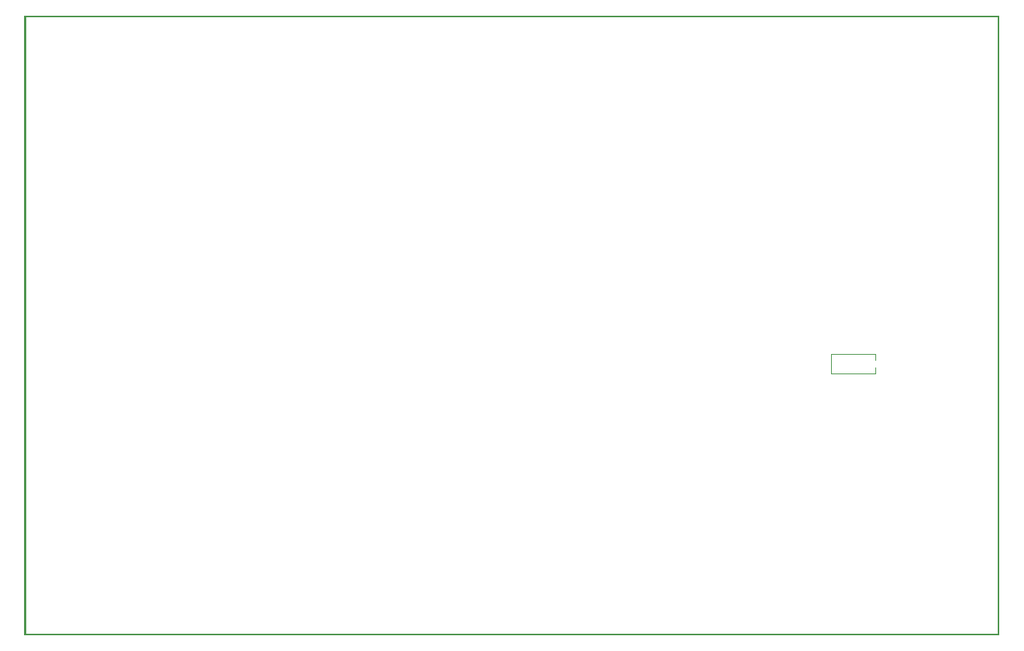
<source format=gbo>
G04 MADE WITH FRITZING*
G04 WWW.FRITZING.ORG*
G04 SINGLE SIDED*
G04 HOLES NOT PLATED*
G04 CONTOUR ON CENTER OF CONTOUR VECTOR*
%ASAXBY*%
%FSLAX23Y23*%
%MOIN*%
%OFA0B0*%
%SFA1.0B1.0*%
%ADD10R,0.001000X0.001000*%
%LNSILK0*%
G90*
G70*
G54D10*
X0Y2756D02*
X4329Y2756D01*
X0Y2755D02*
X4329Y2755D01*
X0Y2754D02*
X4329Y2754D01*
X0Y2753D02*
X4329Y2753D01*
X0Y2752D02*
X4329Y2752D01*
X0Y2751D02*
X4329Y2751D01*
X0Y2750D02*
X4329Y2750D01*
X0Y2749D02*
X4329Y2749D01*
X0Y2748D02*
X7Y2748D01*
X4322Y2748D02*
X4329Y2748D01*
X0Y2747D02*
X7Y2747D01*
X4322Y2747D02*
X4329Y2747D01*
X0Y2746D02*
X7Y2746D01*
X4322Y2746D02*
X4329Y2746D01*
X0Y2745D02*
X7Y2745D01*
X4322Y2745D02*
X4329Y2745D01*
X0Y2744D02*
X7Y2744D01*
X4322Y2744D02*
X4329Y2744D01*
X0Y2743D02*
X7Y2743D01*
X4322Y2743D02*
X4329Y2743D01*
X0Y2742D02*
X7Y2742D01*
X4322Y2742D02*
X4329Y2742D01*
X0Y2741D02*
X7Y2741D01*
X4322Y2741D02*
X4329Y2741D01*
X0Y2740D02*
X7Y2740D01*
X4322Y2740D02*
X4329Y2740D01*
X0Y2739D02*
X7Y2739D01*
X4322Y2739D02*
X4329Y2739D01*
X0Y2738D02*
X7Y2738D01*
X4322Y2738D02*
X4329Y2738D01*
X0Y2737D02*
X7Y2737D01*
X4322Y2737D02*
X4329Y2737D01*
X0Y2736D02*
X7Y2736D01*
X4322Y2736D02*
X4329Y2736D01*
X0Y2735D02*
X7Y2735D01*
X4322Y2735D02*
X4329Y2735D01*
X0Y2734D02*
X7Y2734D01*
X4322Y2734D02*
X4329Y2734D01*
X0Y2733D02*
X7Y2733D01*
X4322Y2733D02*
X4329Y2733D01*
X0Y2732D02*
X7Y2732D01*
X4322Y2732D02*
X4329Y2732D01*
X0Y2731D02*
X7Y2731D01*
X4322Y2731D02*
X4329Y2731D01*
X0Y2730D02*
X7Y2730D01*
X4322Y2730D02*
X4329Y2730D01*
X0Y2729D02*
X7Y2729D01*
X4322Y2729D02*
X4329Y2729D01*
X0Y2728D02*
X7Y2728D01*
X4322Y2728D02*
X4329Y2728D01*
X0Y2727D02*
X7Y2727D01*
X4322Y2727D02*
X4329Y2727D01*
X0Y2726D02*
X7Y2726D01*
X4322Y2726D02*
X4329Y2726D01*
X0Y2725D02*
X7Y2725D01*
X4322Y2725D02*
X4329Y2725D01*
X0Y2724D02*
X7Y2724D01*
X4322Y2724D02*
X4329Y2724D01*
X0Y2723D02*
X7Y2723D01*
X4322Y2723D02*
X4329Y2723D01*
X0Y2722D02*
X7Y2722D01*
X4322Y2722D02*
X4329Y2722D01*
X0Y2721D02*
X7Y2721D01*
X4322Y2721D02*
X4329Y2721D01*
X0Y2720D02*
X7Y2720D01*
X4322Y2720D02*
X4329Y2720D01*
X0Y2719D02*
X7Y2719D01*
X4322Y2719D02*
X4329Y2719D01*
X0Y2718D02*
X7Y2718D01*
X4322Y2718D02*
X4329Y2718D01*
X0Y2717D02*
X7Y2717D01*
X4322Y2717D02*
X4329Y2717D01*
X0Y2716D02*
X7Y2716D01*
X4322Y2716D02*
X4329Y2716D01*
X0Y2715D02*
X7Y2715D01*
X4322Y2715D02*
X4329Y2715D01*
X0Y2714D02*
X7Y2714D01*
X4322Y2714D02*
X4329Y2714D01*
X0Y2713D02*
X7Y2713D01*
X4322Y2713D02*
X4329Y2713D01*
X0Y2712D02*
X7Y2712D01*
X4322Y2712D02*
X4329Y2712D01*
X0Y2711D02*
X7Y2711D01*
X4322Y2711D02*
X4329Y2711D01*
X0Y2710D02*
X7Y2710D01*
X4322Y2710D02*
X4329Y2710D01*
X0Y2709D02*
X7Y2709D01*
X4322Y2709D02*
X4329Y2709D01*
X0Y2708D02*
X7Y2708D01*
X4322Y2708D02*
X4329Y2708D01*
X0Y2707D02*
X7Y2707D01*
X4322Y2707D02*
X4329Y2707D01*
X0Y2706D02*
X7Y2706D01*
X4322Y2706D02*
X4329Y2706D01*
X0Y2705D02*
X7Y2705D01*
X4322Y2705D02*
X4329Y2705D01*
X0Y2704D02*
X7Y2704D01*
X4322Y2704D02*
X4329Y2704D01*
X0Y2703D02*
X7Y2703D01*
X4322Y2703D02*
X4329Y2703D01*
X0Y2702D02*
X7Y2702D01*
X4322Y2702D02*
X4329Y2702D01*
X0Y2701D02*
X7Y2701D01*
X4322Y2701D02*
X4329Y2701D01*
X0Y2700D02*
X7Y2700D01*
X4322Y2700D02*
X4329Y2700D01*
X0Y2699D02*
X7Y2699D01*
X4322Y2699D02*
X4329Y2699D01*
X0Y2698D02*
X7Y2698D01*
X4322Y2698D02*
X4329Y2698D01*
X0Y2697D02*
X7Y2697D01*
X4322Y2697D02*
X4329Y2697D01*
X0Y2696D02*
X7Y2696D01*
X4322Y2696D02*
X4329Y2696D01*
X0Y2695D02*
X7Y2695D01*
X4322Y2695D02*
X4329Y2695D01*
X0Y2694D02*
X7Y2694D01*
X4322Y2694D02*
X4329Y2694D01*
X0Y2693D02*
X7Y2693D01*
X4322Y2693D02*
X4329Y2693D01*
X0Y2692D02*
X7Y2692D01*
X4322Y2692D02*
X4329Y2692D01*
X0Y2691D02*
X7Y2691D01*
X4322Y2691D02*
X4329Y2691D01*
X0Y2690D02*
X7Y2690D01*
X4322Y2690D02*
X4329Y2690D01*
X0Y2689D02*
X7Y2689D01*
X4322Y2689D02*
X4329Y2689D01*
X0Y2688D02*
X7Y2688D01*
X4322Y2688D02*
X4329Y2688D01*
X0Y2687D02*
X7Y2687D01*
X4322Y2687D02*
X4329Y2687D01*
X0Y2686D02*
X7Y2686D01*
X4322Y2686D02*
X4329Y2686D01*
X0Y2685D02*
X7Y2685D01*
X4322Y2685D02*
X4329Y2685D01*
X0Y2684D02*
X7Y2684D01*
X4322Y2684D02*
X4329Y2684D01*
X0Y2683D02*
X7Y2683D01*
X4322Y2683D02*
X4329Y2683D01*
X0Y2682D02*
X7Y2682D01*
X4322Y2682D02*
X4329Y2682D01*
X0Y2681D02*
X7Y2681D01*
X4322Y2681D02*
X4329Y2681D01*
X0Y2680D02*
X7Y2680D01*
X4322Y2680D02*
X4329Y2680D01*
X0Y2679D02*
X7Y2679D01*
X4322Y2679D02*
X4329Y2679D01*
X0Y2678D02*
X7Y2678D01*
X4322Y2678D02*
X4329Y2678D01*
X0Y2677D02*
X7Y2677D01*
X4322Y2677D02*
X4329Y2677D01*
X0Y2676D02*
X7Y2676D01*
X4322Y2676D02*
X4329Y2676D01*
X0Y2675D02*
X7Y2675D01*
X4322Y2675D02*
X4329Y2675D01*
X0Y2674D02*
X7Y2674D01*
X4322Y2674D02*
X4329Y2674D01*
X0Y2673D02*
X7Y2673D01*
X4322Y2673D02*
X4329Y2673D01*
X0Y2672D02*
X7Y2672D01*
X4322Y2672D02*
X4329Y2672D01*
X0Y2671D02*
X7Y2671D01*
X4322Y2671D02*
X4329Y2671D01*
X0Y2670D02*
X7Y2670D01*
X4322Y2670D02*
X4329Y2670D01*
X0Y2669D02*
X7Y2669D01*
X4322Y2669D02*
X4329Y2669D01*
X0Y2668D02*
X7Y2668D01*
X4322Y2668D02*
X4329Y2668D01*
X0Y2667D02*
X7Y2667D01*
X4322Y2667D02*
X4329Y2667D01*
X0Y2666D02*
X7Y2666D01*
X4322Y2666D02*
X4329Y2666D01*
X0Y2665D02*
X7Y2665D01*
X4322Y2665D02*
X4329Y2665D01*
X0Y2664D02*
X7Y2664D01*
X4322Y2664D02*
X4329Y2664D01*
X0Y2663D02*
X7Y2663D01*
X4322Y2663D02*
X4329Y2663D01*
X0Y2662D02*
X7Y2662D01*
X4322Y2662D02*
X4329Y2662D01*
X0Y2661D02*
X7Y2661D01*
X4322Y2661D02*
X4329Y2661D01*
X0Y2660D02*
X7Y2660D01*
X4322Y2660D02*
X4329Y2660D01*
X0Y2659D02*
X7Y2659D01*
X4322Y2659D02*
X4329Y2659D01*
X0Y2658D02*
X7Y2658D01*
X4322Y2658D02*
X4329Y2658D01*
X0Y2657D02*
X7Y2657D01*
X4322Y2657D02*
X4329Y2657D01*
X0Y2656D02*
X7Y2656D01*
X4322Y2656D02*
X4329Y2656D01*
X0Y2655D02*
X7Y2655D01*
X4322Y2655D02*
X4329Y2655D01*
X0Y2654D02*
X7Y2654D01*
X4322Y2654D02*
X4329Y2654D01*
X0Y2653D02*
X7Y2653D01*
X4322Y2653D02*
X4329Y2653D01*
X0Y2652D02*
X7Y2652D01*
X4322Y2652D02*
X4329Y2652D01*
X0Y2651D02*
X7Y2651D01*
X4322Y2651D02*
X4329Y2651D01*
X0Y2650D02*
X7Y2650D01*
X4322Y2650D02*
X4329Y2650D01*
X0Y2649D02*
X7Y2649D01*
X4322Y2649D02*
X4329Y2649D01*
X0Y2648D02*
X7Y2648D01*
X4322Y2648D02*
X4329Y2648D01*
X0Y2647D02*
X7Y2647D01*
X4322Y2647D02*
X4329Y2647D01*
X0Y2646D02*
X7Y2646D01*
X4322Y2646D02*
X4329Y2646D01*
X0Y2645D02*
X7Y2645D01*
X4322Y2645D02*
X4329Y2645D01*
X0Y2644D02*
X7Y2644D01*
X4322Y2644D02*
X4329Y2644D01*
X0Y2643D02*
X7Y2643D01*
X4322Y2643D02*
X4329Y2643D01*
X0Y2642D02*
X7Y2642D01*
X4322Y2642D02*
X4329Y2642D01*
X0Y2641D02*
X7Y2641D01*
X4322Y2641D02*
X4329Y2641D01*
X0Y2640D02*
X7Y2640D01*
X4322Y2640D02*
X4329Y2640D01*
X0Y2639D02*
X7Y2639D01*
X4322Y2639D02*
X4329Y2639D01*
X0Y2638D02*
X7Y2638D01*
X4322Y2638D02*
X4329Y2638D01*
X0Y2637D02*
X7Y2637D01*
X4322Y2637D02*
X4329Y2637D01*
X0Y2636D02*
X7Y2636D01*
X4322Y2636D02*
X4329Y2636D01*
X0Y2635D02*
X7Y2635D01*
X4322Y2635D02*
X4329Y2635D01*
X0Y2634D02*
X7Y2634D01*
X4322Y2634D02*
X4329Y2634D01*
X0Y2633D02*
X7Y2633D01*
X4322Y2633D02*
X4329Y2633D01*
X0Y2632D02*
X7Y2632D01*
X4322Y2632D02*
X4329Y2632D01*
X0Y2631D02*
X7Y2631D01*
X4322Y2631D02*
X4329Y2631D01*
X0Y2630D02*
X7Y2630D01*
X4322Y2630D02*
X4329Y2630D01*
X0Y2629D02*
X7Y2629D01*
X4322Y2629D02*
X4329Y2629D01*
X0Y2628D02*
X7Y2628D01*
X4322Y2628D02*
X4329Y2628D01*
X0Y2627D02*
X7Y2627D01*
X4322Y2627D02*
X4329Y2627D01*
X0Y2626D02*
X7Y2626D01*
X4322Y2626D02*
X4329Y2626D01*
X0Y2625D02*
X7Y2625D01*
X4322Y2625D02*
X4329Y2625D01*
X0Y2624D02*
X7Y2624D01*
X4322Y2624D02*
X4329Y2624D01*
X0Y2623D02*
X7Y2623D01*
X4322Y2623D02*
X4329Y2623D01*
X0Y2622D02*
X7Y2622D01*
X4322Y2622D02*
X4329Y2622D01*
X0Y2621D02*
X7Y2621D01*
X4322Y2621D02*
X4329Y2621D01*
X0Y2620D02*
X7Y2620D01*
X4322Y2620D02*
X4329Y2620D01*
X0Y2619D02*
X7Y2619D01*
X4322Y2619D02*
X4329Y2619D01*
X0Y2618D02*
X7Y2618D01*
X4322Y2618D02*
X4329Y2618D01*
X0Y2617D02*
X7Y2617D01*
X4322Y2617D02*
X4329Y2617D01*
X0Y2616D02*
X7Y2616D01*
X4322Y2616D02*
X4329Y2616D01*
X0Y2615D02*
X7Y2615D01*
X4322Y2615D02*
X4329Y2615D01*
X0Y2614D02*
X7Y2614D01*
X4322Y2614D02*
X4329Y2614D01*
X0Y2613D02*
X7Y2613D01*
X4322Y2613D02*
X4329Y2613D01*
X0Y2612D02*
X7Y2612D01*
X4322Y2612D02*
X4329Y2612D01*
X0Y2611D02*
X7Y2611D01*
X4322Y2611D02*
X4329Y2611D01*
X0Y2610D02*
X7Y2610D01*
X4322Y2610D02*
X4329Y2610D01*
X0Y2609D02*
X7Y2609D01*
X4322Y2609D02*
X4329Y2609D01*
X0Y2608D02*
X7Y2608D01*
X4322Y2608D02*
X4329Y2608D01*
X0Y2607D02*
X7Y2607D01*
X4322Y2607D02*
X4329Y2607D01*
X0Y2606D02*
X7Y2606D01*
X4322Y2606D02*
X4329Y2606D01*
X0Y2605D02*
X7Y2605D01*
X4322Y2605D02*
X4329Y2605D01*
X0Y2604D02*
X7Y2604D01*
X4322Y2604D02*
X4329Y2604D01*
X0Y2603D02*
X7Y2603D01*
X4322Y2603D02*
X4329Y2603D01*
X0Y2602D02*
X7Y2602D01*
X4322Y2602D02*
X4329Y2602D01*
X0Y2601D02*
X7Y2601D01*
X4322Y2601D02*
X4329Y2601D01*
X0Y2600D02*
X7Y2600D01*
X4322Y2600D02*
X4329Y2600D01*
X0Y2599D02*
X7Y2599D01*
X4322Y2599D02*
X4329Y2599D01*
X0Y2598D02*
X7Y2598D01*
X4322Y2598D02*
X4329Y2598D01*
X0Y2597D02*
X7Y2597D01*
X4322Y2597D02*
X4329Y2597D01*
X0Y2596D02*
X7Y2596D01*
X4322Y2596D02*
X4329Y2596D01*
X0Y2595D02*
X7Y2595D01*
X4322Y2595D02*
X4329Y2595D01*
X0Y2594D02*
X7Y2594D01*
X4322Y2594D02*
X4329Y2594D01*
X0Y2593D02*
X7Y2593D01*
X4322Y2593D02*
X4329Y2593D01*
X0Y2592D02*
X7Y2592D01*
X4322Y2592D02*
X4329Y2592D01*
X0Y2591D02*
X7Y2591D01*
X4322Y2591D02*
X4329Y2591D01*
X0Y2590D02*
X7Y2590D01*
X4322Y2590D02*
X4329Y2590D01*
X0Y2589D02*
X7Y2589D01*
X4322Y2589D02*
X4329Y2589D01*
X0Y2588D02*
X7Y2588D01*
X4322Y2588D02*
X4329Y2588D01*
X0Y2587D02*
X7Y2587D01*
X4322Y2587D02*
X4329Y2587D01*
X0Y2586D02*
X7Y2586D01*
X4322Y2586D02*
X4329Y2586D01*
X0Y2585D02*
X7Y2585D01*
X4322Y2585D02*
X4329Y2585D01*
X0Y2584D02*
X7Y2584D01*
X4322Y2584D02*
X4329Y2584D01*
X0Y2583D02*
X7Y2583D01*
X4322Y2583D02*
X4329Y2583D01*
X0Y2582D02*
X7Y2582D01*
X4322Y2582D02*
X4329Y2582D01*
X0Y2581D02*
X7Y2581D01*
X4322Y2581D02*
X4329Y2581D01*
X0Y2580D02*
X7Y2580D01*
X4322Y2580D02*
X4329Y2580D01*
X0Y2579D02*
X7Y2579D01*
X4322Y2579D02*
X4329Y2579D01*
X0Y2578D02*
X7Y2578D01*
X4322Y2578D02*
X4329Y2578D01*
X0Y2577D02*
X7Y2577D01*
X4322Y2577D02*
X4329Y2577D01*
X0Y2576D02*
X7Y2576D01*
X4322Y2576D02*
X4329Y2576D01*
X0Y2575D02*
X7Y2575D01*
X4322Y2575D02*
X4329Y2575D01*
X0Y2574D02*
X7Y2574D01*
X4322Y2574D02*
X4329Y2574D01*
X0Y2573D02*
X7Y2573D01*
X4322Y2573D02*
X4329Y2573D01*
X0Y2572D02*
X7Y2572D01*
X4322Y2572D02*
X4329Y2572D01*
X0Y2571D02*
X7Y2571D01*
X4322Y2571D02*
X4329Y2571D01*
X0Y2570D02*
X7Y2570D01*
X4322Y2570D02*
X4329Y2570D01*
X0Y2569D02*
X7Y2569D01*
X4322Y2569D02*
X4329Y2569D01*
X0Y2568D02*
X7Y2568D01*
X4322Y2568D02*
X4329Y2568D01*
X0Y2567D02*
X7Y2567D01*
X4322Y2567D02*
X4329Y2567D01*
X0Y2566D02*
X7Y2566D01*
X4322Y2566D02*
X4329Y2566D01*
X0Y2565D02*
X7Y2565D01*
X4322Y2565D02*
X4329Y2565D01*
X0Y2564D02*
X7Y2564D01*
X4322Y2564D02*
X4329Y2564D01*
X0Y2563D02*
X7Y2563D01*
X4322Y2563D02*
X4329Y2563D01*
X0Y2562D02*
X7Y2562D01*
X4322Y2562D02*
X4329Y2562D01*
X0Y2561D02*
X7Y2561D01*
X4322Y2561D02*
X4329Y2561D01*
X0Y2560D02*
X7Y2560D01*
X4322Y2560D02*
X4329Y2560D01*
X0Y2559D02*
X7Y2559D01*
X4322Y2559D02*
X4329Y2559D01*
X0Y2558D02*
X7Y2558D01*
X4322Y2558D02*
X4329Y2558D01*
X0Y2557D02*
X7Y2557D01*
X4322Y2557D02*
X4329Y2557D01*
X0Y2556D02*
X7Y2556D01*
X4322Y2556D02*
X4329Y2556D01*
X0Y2555D02*
X7Y2555D01*
X4322Y2555D02*
X4329Y2555D01*
X0Y2554D02*
X7Y2554D01*
X4322Y2554D02*
X4329Y2554D01*
X0Y2553D02*
X7Y2553D01*
X4322Y2553D02*
X4329Y2553D01*
X0Y2552D02*
X7Y2552D01*
X4322Y2552D02*
X4329Y2552D01*
X0Y2551D02*
X7Y2551D01*
X4322Y2551D02*
X4329Y2551D01*
X0Y2550D02*
X7Y2550D01*
X4322Y2550D02*
X4329Y2550D01*
X0Y2549D02*
X7Y2549D01*
X4322Y2549D02*
X4329Y2549D01*
X0Y2548D02*
X7Y2548D01*
X4322Y2548D02*
X4329Y2548D01*
X0Y2547D02*
X7Y2547D01*
X4322Y2547D02*
X4329Y2547D01*
X0Y2546D02*
X7Y2546D01*
X4322Y2546D02*
X4329Y2546D01*
X0Y2545D02*
X7Y2545D01*
X4322Y2545D02*
X4329Y2545D01*
X0Y2544D02*
X7Y2544D01*
X4322Y2544D02*
X4329Y2544D01*
X0Y2543D02*
X7Y2543D01*
X4322Y2543D02*
X4329Y2543D01*
X0Y2542D02*
X7Y2542D01*
X4322Y2542D02*
X4329Y2542D01*
X0Y2541D02*
X7Y2541D01*
X4322Y2541D02*
X4329Y2541D01*
X0Y2540D02*
X7Y2540D01*
X4322Y2540D02*
X4329Y2540D01*
X0Y2539D02*
X7Y2539D01*
X4322Y2539D02*
X4329Y2539D01*
X0Y2538D02*
X7Y2538D01*
X4322Y2538D02*
X4329Y2538D01*
X0Y2537D02*
X7Y2537D01*
X4322Y2537D02*
X4329Y2537D01*
X0Y2536D02*
X7Y2536D01*
X4322Y2536D02*
X4329Y2536D01*
X0Y2535D02*
X7Y2535D01*
X4322Y2535D02*
X4329Y2535D01*
X0Y2534D02*
X7Y2534D01*
X4322Y2534D02*
X4329Y2534D01*
X0Y2533D02*
X7Y2533D01*
X4322Y2533D02*
X4329Y2533D01*
X0Y2532D02*
X7Y2532D01*
X4322Y2532D02*
X4329Y2532D01*
X0Y2531D02*
X7Y2531D01*
X4322Y2531D02*
X4329Y2531D01*
X0Y2530D02*
X7Y2530D01*
X4322Y2530D02*
X4329Y2530D01*
X0Y2529D02*
X7Y2529D01*
X4322Y2529D02*
X4329Y2529D01*
X0Y2528D02*
X7Y2528D01*
X4322Y2528D02*
X4329Y2528D01*
X0Y2527D02*
X7Y2527D01*
X4322Y2527D02*
X4329Y2527D01*
X0Y2526D02*
X7Y2526D01*
X4322Y2526D02*
X4329Y2526D01*
X0Y2525D02*
X7Y2525D01*
X4322Y2525D02*
X4329Y2525D01*
X0Y2524D02*
X7Y2524D01*
X4322Y2524D02*
X4329Y2524D01*
X0Y2523D02*
X7Y2523D01*
X4322Y2523D02*
X4329Y2523D01*
X0Y2522D02*
X7Y2522D01*
X4322Y2522D02*
X4329Y2522D01*
X0Y2521D02*
X7Y2521D01*
X4322Y2521D02*
X4329Y2521D01*
X0Y2520D02*
X7Y2520D01*
X4322Y2520D02*
X4329Y2520D01*
X0Y2519D02*
X7Y2519D01*
X4322Y2519D02*
X4329Y2519D01*
X0Y2518D02*
X7Y2518D01*
X4322Y2518D02*
X4329Y2518D01*
X0Y2517D02*
X7Y2517D01*
X4322Y2517D02*
X4329Y2517D01*
X0Y2516D02*
X7Y2516D01*
X4322Y2516D02*
X4329Y2516D01*
X0Y2515D02*
X7Y2515D01*
X4322Y2515D02*
X4329Y2515D01*
X0Y2514D02*
X7Y2514D01*
X4322Y2514D02*
X4329Y2514D01*
X0Y2513D02*
X7Y2513D01*
X4322Y2513D02*
X4329Y2513D01*
X0Y2512D02*
X7Y2512D01*
X4322Y2512D02*
X4329Y2512D01*
X0Y2511D02*
X7Y2511D01*
X4322Y2511D02*
X4329Y2511D01*
X0Y2510D02*
X7Y2510D01*
X4322Y2510D02*
X4329Y2510D01*
X0Y2509D02*
X7Y2509D01*
X4322Y2509D02*
X4329Y2509D01*
X0Y2508D02*
X7Y2508D01*
X4322Y2508D02*
X4329Y2508D01*
X0Y2507D02*
X7Y2507D01*
X4322Y2507D02*
X4329Y2507D01*
X0Y2506D02*
X7Y2506D01*
X4322Y2506D02*
X4329Y2506D01*
X0Y2505D02*
X7Y2505D01*
X4322Y2505D02*
X4329Y2505D01*
X0Y2504D02*
X7Y2504D01*
X4322Y2504D02*
X4329Y2504D01*
X0Y2503D02*
X7Y2503D01*
X4322Y2503D02*
X4329Y2503D01*
X0Y2502D02*
X7Y2502D01*
X4322Y2502D02*
X4329Y2502D01*
X0Y2501D02*
X7Y2501D01*
X4322Y2501D02*
X4329Y2501D01*
X0Y2500D02*
X7Y2500D01*
X4322Y2500D02*
X4329Y2500D01*
X0Y2499D02*
X7Y2499D01*
X4322Y2499D02*
X4329Y2499D01*
X0Y2498D02*
X7Y2498D01*
X4322Y2498D02*
X4329Y2498D01*
X0Y2497D02*
X7Y2497D01*
X4322Y2497D02*
X4329Y2497D01*
X0Y2496D02*
X7Y2496D01*
X4322Y2496D02*
X4329Y2496D01*
X0Y2495D02*
X7Y2495D01*
X4322Y2495D02*
X4329Y2495D01*
X0Y2494D02*
X7Y2494D01*
X4322Y2494D02*
X4329Y2494D01*
X0Y2493D02*
X7Y2493D01*
X4322Y2493D02*
X4329Y2493D01*
X0Y2492D02*
X7Y2492D01*
X4322Y2492D02*
X4329Y2492D01*
X0Y2491D02*
X7Y2491D01*
X4322Y2491D02*
X4329Y2491D01*
X0Y2490D02*
X7Y2490D01*
X4322Y2490D02*
X4329Y2490D01*
X0Y2489D02*
X7Y2489D01*
X4322Y2489D02*
X4329Y2489D01*
X0Y2488D02*
X7Y2488D01*
X4322Y2488D02*
X4329Y2488D01*
X0Y2487D02*
X7Y2487D01*
X4322Y2487D02*
X4329Y2487D01*
X0Y2486D02*
X7Y2486D01*
X4322Y2486D02*
X4329Y2486D01*
X0Y2485D02*
X7Y2485D01*
X4322Y2485D02*
X4329Y2485D01*
X0Y2484D02*
X7Y2484D01*
X4322Y2484D02*
X4329Y2484D01*
X0Y2483D02*
X7Y2483D01*
X4322Y2483D02*
X4329Y2483D01*
X0Y2482D02*
X7Y2482D01*
X4322Y2482D02*
X4329Y2482D01*
X0Y2481D02*
X7Y2481D01*
X4322Y2481D02*
X4329Y2481D01*
X0Y2480D02*
X7Y2480D01*
X4322Y2480D02*
X4329Y2480D01*
X0Y2479D02*
X7Y2479D01*
X4322Y2479D02*
X4329Y2479D01*
X0Y2478D02*
X7Y2478D01*
X4322Y2478D02*
X4329Y2478D01*
X0Y2477D02*
X7Y2477D01*
X4322Y2477D02*
X4329Y2477D01*
X0Y2476D02*
X7Y2476D01*
X4322Y2476D02*
X4329Y2476D01*
X0Y2475D02*
X7Y2475D01*
X4322Y2475D02*
X4329Y2475D01*
X0Y2474D02*
X7Y2474D01*
X4322Y2474D02*
X4329Y2474D01*
X0Y2473D02*
X7Y2473D01*
X4322Y2473D02*
X4329Y2473D01*
X0Y2472D02*
X7Y2472D01*
X4322Y2472D02*
X4329Y2472D01*
X0Y2471D02*
X7Y2471D01*
X4322Y2471D02*
X4329Y2471D01*
X0Y2470D02*
X7Y2470D01*
X4322Y2470D02*
X4329Y2470D01*
X0Y2469D02*
X7Y2469D01*
X4322Y2469D02*
X4329Y2469D01*
X0Y2468D02*
X7Y2468D01*
X4322Y2468D02*
X4329Y2468D01*
X0Y2467D02*
X7Y2467D01*
X4322Y2467D02*
X4329Y2467D01*
X0Y2466D02*
X7Y2466D01*
X4322Y2466D02*
X4329Y2466D01*
X0Y2465D02*
X7Y2465D01*
X4322Y2465D02*
X4329Y2465D01*
X0Y2464D02*
X7Y2464D01*
X4322Y2464D02*
X4329Y2464D01*
X0Y2463D02*
X7Y2463D01*
X4322Y2463D02*
X4329Y2463D01*
X0Y2462D02*
X7Y2462D01*
X4322Y2462D02*
X4329Y2462D01*
X0Y2461D02*
X7Y2461D01*
X4322Y2461D02*
X4329Y2461D01*
X0Y2460D02*
X7Y2460D01*
X4322Y2460D02*
X4329Y2460D01*
X0Y2459D02*
X7Y2459D01*
X4322Y2459D02*
X4329Y2459D01*
X0Y2458D02*
X7Y2458D01*
X4322Y2458D02*
X4329Y2458D01*
X0Y2457D02*
X7Y2457D01*
X4322Y2457D02*
X4329Y2457D01*
X0Y2456D02*
X7Y2456D01*
X4322Y2456D02*
X4329Y2456D01*
X0Y2455D02*
X7Y2455D01*
X4322Y2455D02*
X4329Y2455D01*
X0Y2454D02*
X7Y2454D01*
X4322Y2454D02*
X4329Y2454D01*
X0Y2453D02*
X7Y2453D01*
X4322Y2453D02*
X4329Y2453D01*
X0Y2452D02*
X7Y2452D01*
X4322Y2452D02*
X4329Y2452D01*
X0Y2451D02*
X7Y2451D01*
X4322Y2451D02*
X4329Y2451D01*
X0Y2450D02*
X7Y2450D01*
X4322Y2450D02*
X4329Y2450D01*
X0Y2449D02*
X7Y2449D01*
X4322Y2449D02*
X4329Y2449D01*
X0Y2448D02*
X7Y2448D01*
X4322Y2448D02*
X4329Y2448D01*
X0Y2447D02*
X7Y2447D01*
X4322Y2447D02*
X4329Y2447D01*
X0Y2446D02*
X7Y2446D01*
X4322Y2446D02*
X4329Y2446D01*
X0Y2445D02*
X7Y2445D01*
X4322Y2445D02*
X4329Y2445D01*
X0Y2444D02*
X7Y2444D01*
X4322Y2444D02*
X4329Y2444D01*
X0Y2443D02*
X7Y2443D01*
X4322Y2443D02*
X4329Y2443D01*
X0Y2442D02*
X7Y2442D01*
X4322Y2442D02*
X4329Y2442D01*
X0Y2441D02*
X7Y2441D01*
X4322Y2441D02*
X4329Y2441D01*
X0Y2440D02*
X7Y2440D01*
X4322Y2440D02*
X4329Y2440D01*
X0Y2439D02*
X7Y2439D01*
X4322Y2439D02*
X4329Y2439D01*
X0Y2438D02*
X7Y2438D01*
X4322Y2438D02*
X4329Y2438D01*
X0Y2437D02*
X7Y2437D01*
X4322Y2437D02*
X4329Y2437D01*
X0Y2436D02*
X7Y2436D01*
X4322Y2436D02*
X4329Y2436D01*
X0Y2435D02*
X7Y2435D01*
X4322Y2435D02*
X4329Y2435D01*
X0Y2434D02*
X7Y2434D01*
X4322Y2434D02*
X4329Y2434D01*
X0Y2433D02*
X7Y2433D01*
X4322Y2433D02*
X4329Y2433D01*
X0Y2432D02*
X7Y2432D01*
X4322Y2432D02*
X4329Y2432D01*
X0Y2431D02*
X7Y2431D01*
X4322Y2431D02*
X4329Y2431D01*
X0Y2430D02*
X7Y2430D01*
X4322Y2430D02*
X4329Y2430D01*
X0Y2429D02*
X7Y2429D01*
X4322Y2429D02*
X4329Y2429D01*
X0Y2428D02*
X7Y2428D01*
X4322Y2428D02*
X4329Y2428D01*
X0Y2427D02*
X7Y2427D01*
X4322Y2427D02*
X4329Y2427D01*
X0Y2426D02*
X7Y2426D01*
X4322Y2426D02*
X4329Y2426D01*
X0Y2425D02*
X7Y2425D01*
X4322Y2425D02*
X4329Y2425D01*
X0Y2424D02*
X7Y2424D01*
X4322Y2424D02*
X4329Y2424D01*
X0Y2423D02*
X7Y2423D01*
X4322Y2423D02*
X4329Y2423D01*
X0Y2422D02*
X7Y2422D01*
X4322Y2422D02*
X4329Y2422D01*
X0Y2421D02*
X7Y2421D01*
X4322Y2421D02*
X4329Y2421D01*
X0Y2420D02*
X7Y2420D01*
X4322Y2420D02*
X4329Y2420D01*
X0Y2419D02*
X7Y2419D01*
X4322Y2419D02*
X4329Y2419D01*
X0Y2418D02*
X7Y2418D01*
X4322Y2418D02*
X4329Y2418D01*
X0Y2417D02*
X7Y2417D01*
X4322Y2417D02*
X4329Y2417D01*
X0Y2416D02*
X7Y2416D01*
X4322Y2416D02*
X4329Y2416D01*
X0Y2415D02*
X7Y2415D01*
X4322Y2415D02*
X4329Y2415D01*
X0Y2414D02*
X7Y2414D01*
X4322Y2414D02*
X4329Y2414D01*
X0Y2413D02*
X7Y2413D01*
X4322Y2413D02*
X4329Y2413D01*
X0Y2412D02*
X7Y2412D01*
X4322Y2412D02*
X4329Y2412D01*
X0Y2411D02*
X7Y2411D01*
X4322Y2411D02*
X4329Y2411D01*
X0Y2410D02*
X7Y2410D01*
X4322Y2410D02*
X4329Y2410D01*
X0Y2409D02*
X7Y2409D01*
X4322Y2409D02*
X4329Y2409D01*
X0Y2408D02*
X7Y2408D01*
X4322Y2408D02*
X4329Y2408D01*
X0Y2407D02*
X7Y2407D01*
X4322Y2407D02*
X4329Y2407D01*
X0Y2406D02*
X7Y2406D01*
X4322Y2406D02*
X4329Y2406D01*
X0Y2405D02*
X7Y2405D01*
X4322Y2405D02*
X4329Y2405D01*
X0Y2404D02*
X7Y2404D01*
X4322Y2404D02*
X4329Y2404D01*
X0Y2403D02*
X7Y2403D01*
X4322Y2403D02*
X4329Y2403D01*
X0Y2402D02*
X7Y2402D01*
X4322Y2402D02*
X4329Y2402D01*
X0Y2401D02*
X7Y2401D01*
X4322Y2401D02*
X4329Y2401D01*
X0Y2400D02*
X7Y2400D01*
X4322Y2400D02*
X4329Y2400D01*
X0Y2399D02*
X7Y2399D01*
X4322Y2399D02*
X4329Y2399D01*
X0Y2398D02*
X7Y2398D01*
X4322Y2398D02*
X4329Y2398D01*
X0Y2397D02*
X7Y2397D01*
X4322Y2397D02*
X4329Y2397D01*
X0Y2396D02*
X7Y2396D01*
X4322Y2396D02*
X4329Y2396D01*
X0Y2395D02*
X7Y2395D01*
X4322Y2395D02*
X4329Y2395D01*
X0Y2394D02*
X7Y2394D01*
X4322Y2394D02*
X4329Y2394D01*
X0Y2393D02*
X7Y2393D01*
X4322Y2393D02*
X4329Y2393D01*
X0Y2392D02*
X7Y2392D01*
X4322Y2392D02*
X4329Y2392D01*
X0Y2391D02*
X7Y2391D01*
X4322Y2391D02*
X4329Y2391D01*
X0Y2390D02*
X7Y2390D01*
X4322Y2390D02*
X4329Y2390D01*
X0Y2389D02*
X7Y2389D01*
X4322Y2389D02*
X4329Y2389D01*
X0Y2388D02*
X7Y2388D01*
X4322Y2388D02*
X4329Y2388D01*
X0Y2387D02*
X7Y2387D01*
X4322Y2387D02*
X4329Y2387D01*
X0Y2386D02*
X7Y2386D01*
X4322Y2386D02*
X4329Y2386D01*
X0Y2385D02*
X7Y2385D01*
X4322Y2385D02*
X4329Y2385D01*
X0Y2384D02*
X7Y2384D01*
X4322Y2384D02*
X4329Y2384D01*
X0Y2383D02*
X7Y2383D01*
X4322Y2383D02*
X4329Y2383D01*
X0Y2382D02*
X7Y2382D01*
X4322Y2382D02*
X4329Y2382D01*
X0Y2381D02*
X7Y2381D01*
X4322Y2381D02*
X4329Y2381D01*
X0Y2380D02*
X7Y2380D01*
X4322Y2380D02*
X4329Y2380D01*
X0Y2379D02*
X7Y2379D01*
X4322Y2379D02*
X4329Y2379D01*
X0Y2378D02*
X7Y2378D01*
X4322Y2378D02*
X4329Y2378D01*
X0Y2377D02*
X7Y2377D01*
X4322Y2377D02*
X4329Y2377D01*
X0Y2376D02*
X7Y2376D01*
X4322Y2376D02*
X4329Y2376D01*
X0Y2375D02*
X7Y2375D01*
X4322Y2375D02*
X4329Y2375D01*
X0Y2374D02*
X7Y2374D01*
X4322Y2374D02*
X4329Y2374D01*
X0Y2373D02*
X7Y2373D01*
X4322Y2373D02*
X4329Y2373D01*
X0Y2372D02*
X7Y2372D01*
X4322Y2372D02*
X4329Y2372D01*
X0Y2371D02*
X7Y2371D01*
X4322Y2371D02*
X4329Y2371D01*
X0Y2370D02*
X7Y2370D01*
X4322Y2370D02*
X4329Y2370D01*
X0Y2369D02*
X7Y2369D01*
X4322Y2369D02*
X4329Y2369D01*
X0Y2368D02*
X7Y2368D01*
X4322Y2368D02*
X4329Y2368D01*
X0Y2367D02*
X7Y2367D01*
X4322Y2367D02*
X4329Y2367D01*
X0Y2366D02*
X7Y2366D01*
X4322Y2366D02*
X4329Y2366D01*
X0Y2365D02*
X7Y2365D01*
X4322Y2365D02*
X4329Y2365D01*
X0Y2364D02*
X7Y2364D01*
X4322Y2364D02*
X4329Y2364D01*
X0Y2363D02*
X7Y2363D01*
X4322Y2363D02*
X4329Y2363D01*
X0Y2362D02*
X7Y2362D01*
X4322Y2362D02*
X4329Y2362D01*
X0Y2361D02*
X7Y2361D01*
X4322Y2361D02*
X4329Y2361D01*
X0Y2360D02*
X7Y2360D01*
X4322Y2360D02*
X4329Y2360D01*
X0Y2359D02*
X7Y2359D01*
X4322Y2359D02*
X4329Y2359D01*
X0Y2358D02*
X7Y2358D01*
X4322Y2358D02*
X4329Y2358D01*
X0Y2357D02*
X7Y2357D01*
X4322Y2357D02*
X4329Y2357D01*
X0Y2356D02*
X7Y2356D01*
X4322Y2356D02*
X4329Y2356D01*
X0Y2355D02*
X7Y2355D01*
X4322Y2355D02*
X4329Y2355D01*
X0Y2354D02*
X7Y2354D01*
X4322Y2354D02*
X4329Y2354D01*
X0Y2353D02*
X7Y2353D01*
X4322Y2353D02*
X4329Y2353D01*
X0Y2352D02*
X7Y2352D01*
X4322Y2352D02*
X4329Y2352D01*
X0Y2351D02*
X7Y2351D01*
X4322Y2351D02*
X4329Y2351D01*
X0Y2350D02*
X7Y2350D01*
X4322Y2350D02*
X4329Y2350D01*
X0Y2349D02*
X7Y2349D01*
X4322Y2349D02*
X4329Y2349D01*
X0Y2348D02*
X7Y2348D01*
X4322Y2348D02*
X4329Y2348D01*
X0Y2347D02*
X7Y2347D01*
X4322Y2347D02*
X4329Y2347D01*
X0Y2346D02*
X7Y2346D01*
X4322Y2346D02*
X4329Y2346D01*
X0Y2345D02*
X7Y2345D01*
X4322Y2345D02*
X4329Y2345D01*
X0Y2344D02*
X7Y2344D01*
X4322Y2344D02*
X4329Y2344D01*
X0Y2343D02*
X7Y2343D01*
X4322Y2343D02*
X4329Y2343D01*
X0Y2342D02*
X7Y2342D01*
X4322Y2342D02*
X4329Y2342D01*
X0Y2341D02*
X7Y2341D01*
X4322Y2341D02*
X4329Y2341D01*
X0Y2340D02*
X7Y2340D01*
X4322Y2340D02*
X4329Y2340D01*
X0Y2339D02*
X7Y2339D01*
X4322Y2339D02*
X4329Y2339D01*
X0Y2338D02*
X7Y2338D01*
X4322Y2338D02*
X4329Y2338D01*
X0Y2337D02*
X7Y2337D01*
X4322Y2337D02*
X4329Y2337D01*
X0Y2336D02*
X7Y2336D01*
X4322Y2336D02*
X4329Y2336D01*
X0Y2335D02*
X7Y2335D01*
X4322Y2335D02*
X4329Y2335D01*
X0Y2334D02*
X7Y2334D01*
X4322Y2334D02*
X4329Y2334D01*
X0Y2333D02*
X7Y2333D01*
X4322Y2333D02*
X4329Y2333D01*
X0Y2332D02*
X7Y2332D01*
X4322Y2332D02*
X4329Y2332D01*
X0Y2331D02*
X7Y2331D01*
X4322Y2331D02*
X4329Y2331D01*
X0Y2330D02*
X7Y2330D01*
X4322Y2330D02*
X4329Y2330D01*
X0Y2329D02*
X7Y2329D01*
X4322Y2329D02*
X4329Y2329D01*
X0Y2328D02*
X7Y2328D01*
X4322Y2328D02*
X4329Y2328D01*
X0Y2327D02*
X7Y2327D01*
X4322Y2327D02*
X4329Y2327D01*
X0Y2326D02*
X7Y2326D01*
X4322Y2326D02*
X4329Y2326D01*
X0Y2325D02*
X7Y2325D01*
X4322Y2325D02*
X4329Y2325D01*
X0Y2324D02*
X7Y2324D01*
X4322Y2324D02*
X4329Y2324D01*
X0Y2323D02*
X7Y2323D01*
X4322Y2323D02*
X4329Y2323D01*
X0Y2322D02*
X7Y2322D01*
X4322Y2322D02*
X4329Y2322D01*
X0Y2321D02*
X7Y2321D01*
X4322Y2321D02*
X4329Y2321D01*
X0Y2320D02*
X7Y2320D01*
X4322Y2320D02*
X4329Y2320D01*
X0Y2319D02*
X7Y2319D01*
X4322Y2319D02*
X4329Y2319D01*
X0Y2318D02*
X7Y2318D01*
X4322Y2318D02*
X4329Y2318D01*
X0Y2317D02*
X7Y2317D01*
X4322Y2317D02*
X4329Y2317D01*
X0Y2316D02*
X7Y2316D01*
X4322Y2316D02*
X4329Y2316D01*
X0Y2315D02*
X7Y2315D01*
X4322Y2315D02*
X4329Y2315D01*
X0Y2314D02*
X7Y2314D01*
X4322Y2314D02*
X4329Y2314D01*
X0Y2313D02*
X7Y2313D01*
X4322Y2313D02*
X4329Y2313D01*
X0Y2312D02*
X7Y2312D01*
X4322Y2312D02*
X4329Y2312D01*
X0Y2311D02*
X7Y2311D01*
X4322Y2311D02*
X4329Y2311D01*
X0Y2310D02*
X7Y2310D01*
X4322Y2310D02*
X4329Y2310D01*
X0Y2309D02*
X7Y2309D01*
X4322Y2309D02*
X4329Y2309D01*
X0Y2308D02*
X7Y2308D01*
X4322Y2308D02*
X4329Y2308D01*
X0Y2307D02*
X7Y2307D01*
X4322Y2307D02*
X4329Y2307D01*
X0Y2306D02*
X7Y2306D01*
X4322Y2306D02*
X4329Y2306D01*
X0Y2305D02*
X7Y2305D01*
X4322Y2305D02*
X4329Y2305D01*
X0Y2304D02*
X7Y2304D01*
X4322Y2304D02*
X4329Y2304D01*
X0Y2303D02*
X7Y2303D01*
X4322Y2303D02*
X4329Y2303D01*
X0Y2302D02*
X7Y2302D01*
X4322Y2302D02*
X4329Y2302D01*
X0Y2301D02*
X7Y2301D01*
X4322Y2301D02*
X4329Y2301D01*
X0Y2300D02*
X7Y2300D01*
X4322Y2300D02*
X4329Y2300D01*
X0Y2299D02*
X7Y2299D01*
X4322Y2299D02*
X4329Y2299D01*
X0Y2298D02*
X7Y2298D01*
X4322Y2298D02*
X4329Y2298D01*
X0Y2297D02*
X7Y2297D01*
X4322Y2297D02*
X4329Y2297D01*
X0Y2296D02*
X7Y2296D01*
X4322Y2296D02*
X4329Y2296D01*
X0Y2295D02*
X7Y2295D01*
X4322Y2295D02*
X4329Y2295D01*
X0Y2294D02*
X7Y2294D01*
X4322Y2294D02*
X4329Y2294D01*
X0Y2293D02*
X7Y2293D01*
X4322Y2293D02*
X4329Y2293D01*
X0Y2292D02*
X7Y2292D01*
X4322Y2292D02*
X4329Y2292D01*
X0Y2291D02*
X7Y2291D01*
X4322Y2291D02*
X4329Y2291D01*
X0Y2290D02*
X7Y2290D01*
X4322Y2290D02*
X4329Y2290D01*
X0Y2289D02*
X7Y2289D01*
X4322Y2289D02*
X4329Y2289D01*
X0Y2288D02*
X7Y2288D01*
X4322Y2288D02*
X4329Y2288D01*
X0Y2287D02*
X7Y2287D01*
X4322Y2287D02*
X4329Y2287D01*
X0Y2286D02*
X7Y2286D01*
X4322Y2286D02*
X4329Y2286D01*
X0Y2285D02*
X7Y2285D01*
X4322Y2285D02*
X4329Y2285D01*
X0Y2284D02*
X7Y2284D01*
X4322Y2284D02*
X4329Y2284D01*
X0Y2283D02*
X7Y2283D01*
X4322Y2283D02*
X4329Y2283D01*
X0Y2282D02*
X7Y2282D01*
X4322Y2282D02*
X4329Y2282D01*
X0Y2281D02*
X7Y2281D01*
X4322Y2281D02*
X4329Y2281D01*
X0Y2280D02*
X7Y2280D01*
X4322Y2280D02*
X4329Y2280D01*
X0Y2279D02*
X7Y2279D01*
X4322Y2279D02*
X4329Y2279D01*
X0Y2278D02*
X7Y2278D01*
X4322Y2278D02*
X4329Y2278D01*
X0Y2277D02*
X7Y2277D01*
X4322Y2277D02*
X4329Y2277D01*
X0Y2276D02*
X7Y2276D01*
X4322Y2276D02*
X4329Y2276D01*
X0Y2275D02*
X7Y2275D01*
X4322Y2275D02*
X4329Y2275D01*
X0Y2274D02*
X7Y2274D01*
X4322Y2274D02*
X4329Y2274D01*
X0Y2273D02*
X7Y2273D01*
X4322Y2273D02*
X4329Y2273D01*
X0Y2272D02*
X7Y2272D01*
X4322Y2272D02*
X4329Y2272D01*
X0Y2271D02*
X7Y2271D01*
X4322Y2271D02*
X4329Y2271D01*
X0Y2270D02*
X7Y2270D01*
X4322Y2270D02*
X4329Y2270D01*
X0Y2269D02*
X7Y2269D01*
X4322Y2269D02*
X4329Y2269D01*
X0Y2268D02*
X7Y2268D01*
X4322Y2268D02*
X4329Y2268D01*
X0Y2267D02*
X7Y2267D01*
X4322Y2267D02*
X4329Y2267D01*
X0Y2266D02*
X7Y2266D01*
X4322Y2266D02*
X4329Y2266D01*
X0Y2265D02*
X7Y2265D01*
X4322Y2265D02*
X4329Y2265D01*
X0Y2264D02*
X7Y2264D01*
X4322Y2264D02*
X4329Y2264D01*
X0Y2263D02*
X7Y2263D01*
X4322Y2263D02*
X4329Y2263D01*
X0Y2262D02*
X7Y2262D01*
X4322Y2262D02*
X4329Y2262D01*
X0Y2261D02*
X7Y2261D01*
X4322Y2261D02*
X4329Y2261D01*
X0Y2260D02*
X7Y2260D01*
X4322Y2260D02*
X4329Y2260D01*
X0Y2259D02*
X7Y2259D01*
X4322Y2259D02*
X4329Y2259D01*
X0Y2258D02*
X7Y2258D01*
X4322Y2258D02*
X4329Y2258D01*
X0Y2257D02*
X7Y2257D01*
X4322Y2257D02*
X4329Y2257D01*
X0Y2256D02*
X7Y2256D01*
X4322Y2256D02*
X4329Y2256D01*
X0Y2255D02*
X7Y2255D01*
X4322Y2255D02*
X4329Y2255D01*
X0Y2254D02*
X7Y2254D01*
X4322Y2254D02*
X4329Y2254D01*
X0Y2253D02*
X7Y2253D01*
X4322Y2253D02*
X4329Y2253D01*
X0Y2252D02*
X7Y2252D01*
X4322Y2252D02*
X4329Y2252D01*
X0Y2251D02*
X7Y2251D01*
X4322Y2251D02*
X4329Y2251D01*
X0Y2250D02*
X7Y2250D01*
X4322Y2250D02*
X4329Y2250D01*
X0Y2249D02*
X7Y2249D01*
X4322Y2249D02*
X4329Y2249D01*
X0Y2248D02*
X7Y2248D01*
X4322Y2248D02*
X4329Y2248D01*
X0Y2247D02*
X7Y2247D01*
X4322Y2247D02*
X4329Y2247D01*
X0Y2246D02*
X7Y2246D01*
X4322Y2246D02*
X4329Y2246D01*
X0Y2245D02*
X7Y2245D01*
X4322Y2245D02*
X4329Y2245D01*
X0Y2244D02*
X7Y2244D01*
X4322Y2244D02*
X4329Y2244D01*
X0Y2243D02*
X7Y2243D01*
X4322Y2243D02*
X4329Y2243D01*
X0Y2242D02*
X7Y2242D01*
X4322Y2242D02*
X4329Y2242D01*
X0Y2241D02*
X7Y2241D01*
X4322Y2241D02*
X4329Y2241D01*
X0Y2240D02*
X7Y2240D01*
X4322Y2240D02*
X4329Y2240D01*
X0Y2239D02*
X7Y2239D01*
X4322Y2239D02*
X4329Y2239D01*
X0Y2238D02*
X7Y2238D01*
X4322Y2238D02*
X4329Y2238D01*
X0Y2237D02*
X7Y2237D01*
X4322Y2237D02*
X4329Y2237D01*
X0Y2236D02*
X7Y2236D01*
X4322Y2236D02*
X4329Y2236D01*
X0Y2235D02*
X7Y2235D01*
X4322Y2235D02*
X4329Y2235D01*
X0Y2234D02*
X7Y2234D01*
X4322Y2234D02*
X4329Y2234D01*
X0Y2233D02*
X7Y2233D01*
X4322Y2233D02*
X4329Y2233D01*
X0Y2232D02*
X7Y2232D01*
X4322Y2232D02*
X4329Y2232D01*
X0Y2231D02*
X7Y2231D01*
X4322Y2231D02*
X4329Y2231D01*
X0Y2230D02*
X7Y2230D01*
X4322Y2230D02*
X4329Y2230D01*
X0Y2229D02*
X7Y2229D01*
X4322Y2229D02*
X4329Y2229D01*
X0Y2228D02*
X7Y2228D01*
X4322Y2228D02*
X4329Y2228D01*
X0Y2227D02*
X7Y2227D01*
X4322Y2227D02*
X4329Y2227D01*
X0Y2226D02*
X7Y2226D01*
X4322Y2226D02*
X4329Y2226D01*
X0Y2225D02*
X7Y2225D01*
X4322Y2225D02*
X4329Y2225D01*
X0Y2224D02*
X7Y2224D01*
X4322Y2224D02*
X4329Y2224D01*
X0Y2223D02*
X7Y2223D01*
X4322Y2223D02*
X4329Y2223D01*
X0Y2222D02*
X7Y2222D01*
X4322Y2222D02*
X4329Y2222D01*
X0Y2221D02*
X7Y2221D01*
X4322Y2221D02*
X4329Y2221D01*
X0Y2220D02*
X7Y2220D01*
X4322Y2220D02*
X4329Y2220D01*
X0Y2219D02*
X7Y2219D01*
X4322Y2219D02*
X4329Y2219D01*
X0Y2218D02*
X7Y2218D01*
X4322Y2218D02*
X4329Y2218D01*
X0Y2217D02*
X7Y2217D01*
X4322Y2217D02*
X4329Y2217D01*
X0Y2216D02*
X7Y2216D01*
X4322Y2216D02*
X4329Y2216D01*
X0Y2215D02*
X7Y2215D01*
X4322Y2215D02*
X4329Y2215D01*
X0Y2214D02*
X7Y2214D01*
X4322Y2214D02*
X4329Y2214D01*
X0Y2213D02*
X7Y2213D01*
X4322Y2213D02*
X4329Y2213D01*
X0Y2212D02*
X7Y2212D01*
X4322Y2212D02*
X4329Y2212D01*
X0Y2211D02*
X7Y2211D01*
X4322Y2211D02*
X4329Y2211D01*
X0Y2210D02*
X7Y2210D01*
X4322Y2210D02*
X4329Y2210D01*
X0Y2209D02*
X7Y2209D01*
X4322Y2209D02*
X4329Y2209D01*
X0Y2208D02*
X7Y2208D01*
X4322Y2208D02*
X4329Y2208D01*
X0Y2207D02*
X7Y2207D01*
X4322Y2207D02*
X4329Y2207D01*
X0Y2206D02*
X7Y2206D01*
X4322Y2206D02*
X4329Y2206D01*
X0Y2205D02*
X7Y2205D01*
X4322Y2205D02*
X4329Y2205D01*
X0Y2204D02*
X7Y2204D01*
X4322Y2204D02*
X4329Y2204D01*
X0Y2203D02*
X7Y2203D01*
X4322Y2203D02*
X4329Y2203D01*
X0Y2202D02*
X7Y2202D01*
X4322Y2202D02*
X4329Y2202D01*
X0Y2201D02*
X7Y2201D01*
X4322Y2201D02*
X4329Y2201D01*
X0Y2200D02*
X7Y2200D01*
X4322Y2200D02*
X4329Y2200D01*
X0Y2199D02*
X7Y2199D01*
X4322Y2199D02*
X4329Y2199D01*
X0Y2198D02*
X7Y2198D01*
X4322Y2198D02*
X4329Y2198D01*
X0Y2197D02*
X7Y2197D01*
X4322Y2197D02*
X4329Y2197D01*
X0Y2196D02*
X7Y2196D01*
X4322Y2196D02*
X4329Y2196D01*
X0Y2195D02*
X7Y2195D01*
X4322Y2195D02*
X4329Y2195D01*
X0Y2194D02*
X7Y2194D01*
X4322Y2194D02*
X4329Y2194D01*
X0Y2193D02*
X7Y2193D01*
X4322Y2193D02*
X4329Y2193D01*
X0Y2192D02*
X7Y2192D01*
X4322Y2192D02*
X4329Y2192D01*
X0Y2191D02*
X7Y2191D01*
X4322Y2191D02*
X4329Y2191D01*
X0Y2190D02*
X7Y2190D01*
X4322Y2190D02*
X4329Y2190D01*
X0Y2189D02*
X7Y2189D01*
X4322Y2189D02*
X4329Y2189D01*
X0Y2188D02*
X7Y2188D01*
X4322Y2188D02*
X4329Y2188D01*
X0Y2187D02*
X7Y2187D01*
X4322Y2187D02*
X4329Y2187D01*
X0Y2186D02*
X7Y2186D01*
X4322Y2186D02*
X4329Y2186D01*
X0Y2185D02*
X7Y2185D01*
X4322Y2185D02*
X4329Y2185D01*
X0Y2184D02*
X7Y2184D01*
X4322Y2184D02*
X4329Y2184D01*
X0Y2183D02*
X7Y2183D01*
X4322Y2183D02*
X4329Y2183D01*
X0Y2182D02*
X7Y2182D01*
X4322Y2182D02*
X4329Y2182D01*
X0Y2181D02*
X7Y2181D01*
X4322Y2181D02*
X4329Y2181D01*
X0Y2180D02*
X7Y2180D01*
X4322Y2180D02*
X4329Y2180D01*
X0Y2179D02*
X7Y2179D01*
X4322Y2179D02*
X4329Y2179D01*
X0Y2178D02*
X7Y2178D01*
X4322Y2178D02*
X4329Y2178D01*
X0Y2177D02*
X7Y2177D01*
X4322Y2177D02*
X4329Y2177D01*
X0Y2176D02*
X7Y2176D01*
X4322Y2176D02*
X4329Y2176D01*
X0Y2175D02*
X7Y2175D01*
X4322Y2175D02*
X4329Y2175D01*
X0Y2174D02*
X7Y2174D01*
X4322Y2174D02*
X4329Y2174D01*
X0Y2173D02*
X7Y2173D01*
X4322Y2173D02*
X4329Y2173D01*
X0Y2172D02*
X7Y2172D01*
X4322Y2172D02*
X4329Y2172D01*
X0Y2171D02*
X7Y2171D01*
X4322Y2171D02*
X4329Y2171D01*
X0Y2170D02*
X7Y2170D01*
X4322Y2170D02*
X4329Y2170D01*
X0Y2169D02*
X7Y2169D01*
X4322Y2169D02*
X4329Y2169D01*
X0Y2168D02*
X7Y2168D01*
X4322Y2168D02*
X4329Y2168D01*
X0Y2167D02*
X7Y2167D01*
X4322Y2167D02*
X4329Y2167D01*
X0Y2166D02*
X7Y2166D01*
X4322Y2166D02*
X4329Y2166D01*
X0Y2165D02*
X7Y2165D01*
X4322Y2165D02*
X4329Y2165D01*
X0Y2164D02*
X7Y2164D01*
X4322Y2164D02*
X4329Y2164D01*
X0Y2163D02*
X7Y2163D01*
X4322Y2163D02*
X4329Y2163D01*
X0Y2162D02*
X7Y2162D01*
X4322Y2162D02*
X4329Y2162D01*
X0Y2161D02*
X7Y2161D01*
X4322Y2161D02*
X4329Y2161D01*
X0Y2160D02*
X7Y2160D01*
X4322Y2160D02*
X4329Y2160D01*
X0Y2159D02*
X7Y2159D01*
X4322Y2159D02*
X4329Y2159D01*
X0Y2158D02*
X7Y2158D01*
X4322Y2158D02*
X4329Y2158D01*
X0Y2157D02*
X7Y2157D01*
X4322Y2157D02*
X4329Y2157D01*
X0Y2156D02*
X7Y2156D01*
X4322Y2156D02*
X4329Y2156D01*
X0Y2155D02*
X7Y2155D01*
X4322Y2155D02*
X4329Y2155D01*
X0Y2154D02*
X7Y2154D01*
X4322Y2154D02*
X4329Y2154D01*
X0Y2153D02*
X7Y2153D01*
X4322Y2153D02*
X4329Y2153D01*
X0Y2152D02*
X7Y2152D01*
X4322Y2152D02*
X4329Y2152D01*
X0Y2151D02*
X7Y2151D01*
X4322Y2151D02*
X4329Y2151D01*
X0Y2150D02*
X7Y2150D01*
X4322Y2150D02*
X4329Y2150D01*
X0Y2149D02*
X7Y2149D01*
X4322Y2149D02*
X4329Y2149D01*
X0Y2148D02*
X7Y2148D01*
X4322Y2148D02*
X4329Y2148D01*
X0Y2147D02*
X7Y2147D01*
X4322Y2147D02*
X4329Y2147D01*
X0Y2146D02*
X7Y2146D01*
X4322Y2146D02*
X4329Y2146D01*
X0Y2145D02*
X7Y2145D01*
X4322Y2145D02*
X4329Y2145D01*
X0Y2144D02*
X7Y2144D01*
X4322Y2144D02*
X4329Y2144D01*
X0Y2143D02*
X7Y2143D01*
X4322Y2143D02*
X4329Y2143D01*
X0Y2142D02*
X7Y2142D01*
X4322Y2142D02*
X4329Y2142D01*
X0Y2141D02*
X7Y2141D01*
X4322Y2141D02*
X4329Y2141D01*
X0Y2140D02*
X7Y2140D01*
X4322Y2140D02*
X4329Y2140D01*
X0Y2139D02*
X7Y2139D01*
X4322Y2139D02*
X4329Y2139D01*
X0Y2138D02*
X7Y2138D01*
X4322Y2138D02*
X4329Y2138D01*
X0Y2137D02*
X7Y2137D01*
X4322Y2137D02*
X4329Y2137D01*
X0Y2136D02*
X7Y2136D01*
X4322Y2136D02*
X4329Y2136D01*
X0Y2135D02*
X7Y2135D01*
X4322Y2135D02*
X4329Y2135D01*
X0Y2134D02*
X7Y2134D01*
X4322Y2134D02*
X4329Y2134D01*
X0Y2133D02*
X7Y2133D01*
X4322Y2133D02*
X4329Y2133D01*
X0Y2132D02*
X7Y2132D01*
X4322Y2132D02*
X4329Y2132D01*
X0Y2131D02*
X7Y2131D01*
X4322Y2131D02*
X4329Y2131D01*
X0Y2130D02*
X7Y2130D01*
X4322Y2130D02*
X4329Y2130D01*
X0Y2129D02*
X7Y2129D01*
X4322Y2129D02*
X4329Y2129D01*
X0Y2128D02*
X7Y2128D01*
X4322Y2128D02*
X4329Y2128D01*
X0Y2127D02*
X7Y2127D01*
X4322Y2127D02*
X4329Y2127D01*
X0Y2126D02*
X7Y2126D01*
X4322Y2126D02*
X4329Y2126D01*
X0Y2125D02*
X7Y2125D01*
X4322Y2125D02*
X4329Y2125D01*
X0Y2124D02*
X7Y2124D01*
X4322Y2124D02*
X4329Y2124D01*
X0Y2123D02*
X7Y2123D01*
X4322Y2123D02*
X4329Y2123D01*
X0Y2122D02*
X7Y2122D01*
X4322Y2122D02*
X4329Y2122D01*
X0Y2121D02*
X7Y2121D01*
X4322Y2121D02*
X4329Y2121D01*
X0Y2120D02*
X7Y2120D01*
X4322Y2120D02*
X4329Y2120D01*
X0Y2119D02*
X7Y2119D01*
X4322Y2119D02*
X4329Y2119D01*
X0Y2118D02*
X7Y2118D01*
X4322Y2118D02*
X4329Y2118D01*
X0Y2117D02*
X7Y2117D01*
X4322Y2117D02*
X4329Y2117D01*
X0Y2116D02*
X7Y2116D01*
X4322Y2116D02*
X4329Y2116D01*
X0Y2115D02*
X7Y2115D01*
X4322Y2115D02*
X4329Y2115D01*
X0Y2114D02*
X7Y2114D01*
X4322Y2114D02*
X4329Y2114D01*
X0Y2113D02*
X7Y2113D01*
X4322Y2113D02*
X4329Y2113D01*
X0Y2112D02*
X7Y2112D01*
X4322Y2112D02*
X4329Y2112D01*
X0Y2111D02*
X7Y2111D01*
X4322Y2111D02*
X4329Y2111D01*
X0Y2110D02*
X7Y2110D01*
X4322Y2110D02*
X4329Y2110D01*
X0Y2109D02*
X7Y2109D01*
X4322Y2109D02*
X4329Y2109D01*
X0Y2108D02*
X7Y2108D01*
X4322Y2108D02*
X4329Y2108D01*
X0Y2107D02*
X7Y2107D01*
X4322Y2107D02*
X4329Y2107D01*
X0Y2106D02*
X7Y2106D01*
X4322Y2106D02*
X4329Y2106D01*
X0Y2105D02*
X7Y2105D01*
X4322Y2105D02*
X4329Y2105D01*
X0Y2104D02*
X7Y2104D01*
X4322Y2104D02*
X4329Y2104D01*
X0Y2103D02*
X7Y2103D01*
X4322Y2103D02*
X4329Y2103D01*
X0Y2102D02*
X7Y2102D01*
X4322Y2102D02*
X4329Y2102D01*
X0Y2101D02*
X7Y2101D01*
X4322Y2101D02*
X4329Y2101D01*
X0Y2100D02*
X7Y2100D01*
X4322Y2100D02*
X4329Y2100D01*
X0Y2099D02*
X7Y2099D01*
X4322Y2099D02*
X4329Y2099D01*
X0Y2098D02*
X7Y2098D01*
X4322Y2098D02*
X4329Y2098D01*
X0Y2097D02*
X7Y2097D01*
X4322Y2097D02*
X4329Y2097D01*
X0Y2096D02*
X7Y2096D01*
X4322Y2096D02*
X4329Y2096D01*
X0Y2095D02*
X7Y2095D01*
X4322Y2095D02*
X4329Y2095D01*
X0Y2094D02*
X7Y2094D01*
X4322Y2094D02*
X4329Y2094D01*
X0Y2093D02*
X7Y2093D01*
X4322Y2093D02*
X4329Y2093D01*
X0Y2092D02*
X7Y2092D01*
X4322Y2092D02*
X4329Y2092D01*
X0Y2091D02*
X7Y2091D01*
X4322Y2091D02*
X4329Y2091D01*
X0Y2090D02*
X7Y2090D01*
X4322Y2090D02*
X4329Y2090D01*
X0Y2089D02*
X7Y2089D01*
X4322Y2089D02*
X4329Y2089D01*
X0Y2088D02*
X7Y2088D01*
X4322Y2088D02*
X4329Y2088D01*
X0Y2087D02*
X7Y2087D01*
X4322Y2087D02*
X4329Y2087D01*
X0Y2086D02*
X7Y2086D01*
X4322Y2086D02*
X4329Y2086D01*
X0Y2085D02*
X7Y2085D01*
X4322Y2085D02*
X4329Y2085D01*
X0Y2084D02*
X7Y2084D01*
X4322Y2084D02*
X4329Y2084D01*
X0Y2083D02*
X7Y2083D01*
X4322Y2083D02*
X4329Y2083D01*
X0Y2082D02*
X7Y2082D01*
X4322Y2082D02*
X4329Y2082D01*
X0Y2081D02*
X7Y2081D01*
X4322Y2081D02*
X4329Y2081D01*
X0Y2080D02*
X7Y2080D01*
X4322Y2080D02*
X4329Y2080D01*
X0Y2079D02*
X7Y2079D01*
X4322Y2079D02*
X4329Y2079D01*
X0Y2078D02*
X7Y2078D01*
X4322Y2078D02*
X4329Y2078D01*
X0Y2077D02*
X7Y2077D01*
X4322Y2077D02*
X4329Y2077D01*
X0Y2076D02*
X7Y2076D01*
X4322Y2076D02*
X4329Y2076D01*
X0Y2075D02*
X7Y2075D01*
X4322Y2075D02*
X4329Y2075D01*
X0Y2074D02*
X7Y2074D01*
X4322Y2074D02*
X4329Y2074D01*
X0Y2073D02*
X7Y2073D01*
X4322Y2073D02*
X4329Y2073D01*
X0Y2072D02*
X7Y2072D01*
X4322Y2072D02*
X4329Y2072D01*
X0Y2071D02*
X7Y2071D01*
X4322Y2071D02*
X4329Y2071D01*
X0Y2070D02*
X7Y2070D01*
X4322Y2070D02*
X4329Y2070D01*
X0Y2069D02*
X7Y2069D01*
X4322Y2069D02*
X4329Y2069D01*
X0Y2068D02*
X7Y2068D01*
X4322Y2068D02*
X4329Y2068D01*
X0Y2067D02*
X7Y2067D01*
X4322Y2067D02*
X4329Y2067D01*
X0Y2066D02*
X7Y2066D01*
X4322Y2066D02*
X4329Y2066D01*
X0Y2065D02*
X7Y2065D01*
X4322Y2065D02*
X4329Y2065D01*
X0Y2064D02*
X7Y2064D01*
X4322Y2064D02*
X4329Y2064D01*
X0Y2063D02*
X7Y2063D01*
X4322Y2063D02*
X4329Y2063D01*
X0Y2062D02*
X7Y2062D01*
X4322Y2062D02*
X4329Y2062D01*
X0Y2061D02*
X7Y2061D01*
X4322Y2061D02*
X4329Y2061D01*
X0Y2060D02*
X7Y2060D01*
X4322Y2060D02*
X4329Y2060D01*
X0Y2059D02*
X7Y2059D01*
X4322Y2059D02*
X4329Y2059D01*
X0Y2058D02*
X7Y2058D01*
X4322Y2058D02*
X4329Y2058D01*
X0Y2057D02*
X7Y2057D01*
X4322Y2057D02*
X4329Y2057D01*
X0Y2056D02*
X7Y2056D01*
X4322Y2056D02*
X4329Y2056D01*
X0Y2055D02*
X7Y2055D01*
X4322Y2055D02*
X4329Y2055D01*
X0Y2054D02*
X7Y2054D01*
X4322Y2054D02*
X4329Y2054D01*
X0Y2053D02*
X7Y2053D01*
X4322Y2053D02*
X4329Y2053D01*
X0Y2052D02*
X7Y2052D01*
X4322Y2052D02*
X4329Y2052D01*
X0Y2051D02*
X7Y2051D01*
X4322Y2051D02*
X4329Y2051D01*
X0Y2050D02*
X7Y2050D01*
X4322Y2050D02*
X4329Y2050D01*
X0Y2049D02*
X7Y2049D01*
X4322Y2049D02*
X4329Y2049D01*
X0Y2048D02*
X7Y2048D01*
X4322Y2048D02*
X4329Y2048D01*
X0Y2047D02*
X7Y2047D01*
X4322Y2047D02*
X4329Y2047D01*
X0Y2046D02*
X7Y2046D01*
X4322Y2046D02*
X4329Y2046D01*
X0Y2045D02*
X7Y2045D01*
X4322Y2045D02*
X4329Y2045D01*
X0Y2044D02*
X7Y2044D01*
X4322Y2044D02*
X4329Y2044D01*
X0Y2043D02*
X7Y2043D01*
X4322Y2043D02*
X4329Y2043D01*
X0Y2042D02*
X7Y2042D01*
X4322Y2042D02*
X4329Y2042D01*
X0Y2041D02*
X7Y2041D01*
X4322Y2041D02*
X4329Y2041D01*
X0Y2040D02*
X7Y2040D01*
X4322Y2040D02*
X4329Y2040D01*
X0Y2039D02*
X7Y2039D01*
X4322Y2039D02*
X4329Y2039D01*
X0Y2038D02*
X7Y2038D01*
X4322Y2038D02*
X4329Y2038D01*
X0Y2037D02*
X7Y2037D01*
X4322Y2037D02*
X4329Y2037D01*
X0Y2036D02*
X7Y2036D01*
X4322Y2036D02*
X4329Y2036D01*
X0Y2035D02*
X7Y2035D01*
X4322Y2035D02*
X4329Y2035D01*
X0Y2034D02*
X7Y2034D01*
X4322Y2034D02*
X4329Y2034D01*
X0Y2033D02*
X7Y2033D01*
X4322Y2033D02*
X4329Y2033D01*
X0Y2032D02*
X7Y2032D01*
X4322Y2032D02*
X4329Y2032D01*
X0Y2031D02*
X7Y2031D01*
X4322Y2031D02*
X4329Y2031D01*
X0Y2030D02*
X7Y2030D01*
X4322Y2030D02*
X4329Y2030D01*
X0Y2029D02*
X7Y2029D01*
X4322Y2029D02*
X4329Y2029D01*
X0Y2028D02*
X7Y2028D01*
X4322Y2028D02*
X4329Y2028D01*
X0Y2027D02*
X7Y2027D01*
X4322Y2027D02*
X4329Y2027D01*
X0Y2026D02*
X7Y2026D01*
X4322Y2026D02*
X4329Y2026D01*
X0Y2025D02*
X7Y2025D01*
X4322Y2025D02*
X4329Y2025D01*
X0Y2024D02*
X7Y2024D01*
X4322Y2024D02*
X4329Y2024D01*
X0Y2023D02*
X7Y2023D01*
X4322Y2023D02*
X4329Y2023D01*
X0Y2022D02*
X7Y2022D01*
X4322Y2022D02*
X4329Y2022D01*
X0Y2021D02*
X7Y2021D01*
X4322Y2021D02*
X4329Y2021D01*
X0Y2020D02*
X7Y2020D01*
X4322Y2020D02*
X4329Y2020D01*
X0Y2019D02*
X7Y2019D01*
X4322Y2019D02*
X4329Y2019D01*
X0Y2018D02*
X7Y2018D01*
X4322Y2018D02*
X4329Y2018D01*
X0Y2017D02*
X7Y2017D01*
X4322Y2017D02*
X4329Y2017D01*
X0Y2016D02*
X7Y2016D01*
X4322Y2016D02*
X4329Y2016D01*
X0Y2015D02*
X7Y2015D01*
X4322Y2015D02*
X4329Y2015D01*
X0Y2014D02*
X7Y2014D01*
X4322Y2014D02*
X4329Y2014D01*
X0Y2013D02*
X7Y2013D01*
X4322Y2013D02*
X4329Y2013D01*
X0Y2012D02*
X7Y2012D01*
X4322Y2012D02*
X4329Y2012D01*
X0Y2011D02*
X7Y2011D01*
X4322Y2011D02*
X4329Y2011D01*
X0Y2010D02*
X7Y2010D01*
X4322Y2010D02*
X4329Y2010D01*
X0Y2009D02*
X7Y2009D01*
X4322Y2009D02*
X4329Y2009D01*
X0Y2008D02*
X7Y2008D01*
X4322Y2008D02*
X4329Y2008D01*
X0Y2007D02*
X7Y2007D01*
X4322Y2007D02*
X4329Y2007D01*
X0Y2006D02*
X7Y2006D01*
X4322Y2006D02*
X4329Y2006D01*
X0Y2005D02*
X7Y2005D01*
X4322Y2005D02*
X4329Y2005D01*
X0Y2004D02*
X7Y2004D01*
X4322Y2004D02*
X4329Y2004D01*
X0Y2003D02*
X7Y2003D01*
X4322Y2003D02*
X4329Y2003D01*
X0Y2002D02*
X7Y2002D01*
X4322Y2002D02*
X4329Y2002D01*
X0Y2001D02*
X7Y2001D01*
X4322Y2001D02*
X4329Y2001D01*
X0Y2000D02*
X7Y2000D01*
X4322Y2000D02*
X4329Y2000D01*
X0Y1999D02*
X7Y1999D01*
X4322Y1999D02*
X4329Y1999D01*
X0Y1998D02*
X7Y1998D01*
X4322Y1998D02*
X4329Y1998D01*
X0Y1997D02*
X7Y1997D01*
X4322Y1997D02*
X4329Y1997D01*
X0Y1996D02*
X7Y1996D01*
X4322Y1996D02*
X4329Y1996D01*
X0Y1995D02*
X7Y1995D01*
X4322Y1995D02*
X4329Y1995D01*
X0Y1994D02*
X7Y1994D01*
X4322Y1994D02*
X4329Y1994D01*
X0Y1993D02*
X7Y1993D01*
X4322Y1993D02*
X4329Y1993D01*
X0Y1992D02*
X7Y1992D01*
X4322Y1992D02*
X4329Y1992D01*
X0Y1991D02*
X7Y1991D01*
X4322Y1991D02*
X4329Y1991D01*
X0Y1990D02*
X7Y1990D01*
X4322Y1990D02*
X4329Y1990D01*
X0Y1989D02*
X7Y1989D01*
X4322Y1989D02*
X4329Y1989D01*
X0Y1988D02*
X7Y1988D01*
X4322Y1988D02*
X4329Y1988D01*
X0Y1987D02*
X7Y1987D01*
X4322Y1987D02*
X4329Y1987D01*
X0Y1986D02*
X7Y1986D01*
X4322Y1986D02*
X4329Y1986D01*
X0Y1985D02*
X7Y1985D01*
X4322Y1985D02*
X4329Y1985D01*
X0Y1984D02*
X7Y1984D01*
X4322Y1984D02*
X4329Y1984D01*
X0Y1983D02*
X7Y1983D01*
X4322Y1983D02*
X4329Y1983D01*
X0Y1982D02*
X7Y1982D01*
X4322Y1982D02*
X4329Y1982D01*
X0Y1981D02*
X7Y1981D01*
X4322Y1981D02*
X4329Y1981D01*
X0Y1980D02*
X7Y1980D01*
X4322Y1980D02*
X4329Y1980D01*
X0Y1979D02*
X7Y1979D01*
X4322Y1979D02*
X4329Y1979D01*
X0Y1978D02*
X7Y1978D01*
X4322Y1978D02*
X4329Y1978D01*
X0Y1977D02*
X7Y1977D01*
X4322Y1977D02*
X4329Y1977D01*
X0Y1976D02*
X7Y1976D01*
X4322Y1976D02*
X4329Y1976D01*
X0Y1975D02*
X7Y1975D01*
X4322Y1975D02*
X4329Y1975D01*
X0Y1974D02*
X7Y1974D01*
X4322Y1974D02*
X4329Y1974D01*
X0Y1973D02*
X7Y1973D01*
X4322Y1973D02*
X4329Y1973D01*
X0Y1972D02*
X7Y1972D01*
X4322Y1972D02*
X4329Y1972D01*
X0Y1971D02*
X7Y1971D01*
X4322Y1971D02*
X4329Y1971D01*
X0Y1970D02*
X7Y1970D01*
X4322Y1970D02*
X4329Y1970D01*
X0Y1969D02*
X7Y1969D01*
X4322Y1969D02*
X4329Y1969D01*
X0Y1968D02*
X7Y1968D01*
X4322Y1968D02*
X4329Y1968D01*
X0Y1967D02*
X7Y1967D01*
X4322Y1967D02*
X4329Y1967D01*
X0Y1966D02*
X7Y1966D01*
X4322Y1966D02*
X4329Y1966D01*
X0Y1965D02*
X7Y1965D01*
X4322Y1965D02*
X4329Y1965D01*
X0Y1964D02*
X7Y1964D01*
X4322Y1964D02*
X4329Y1964D01*
X0Y1963D02*
X7Y1963D01*
X4322Y1963D02*
X4329Y1963D01*
X0Y1962D02*
X7Y1962D01*
X4322Y1962D02*
X4329Y1962D01*
X0Y1961D02*
X7Y1961D01*
X4322Y1961D02*
X4329Y1961D01*
X0Y1960D02*
X7Y1960D01*
X4322Y1960D02*
X4329Y1960D01*
X0Y1959D02*
X7Y1959D01*
X4322Y1959D02*
X4329Y1959D01*
X0Y1958D02*
X7Y1958D01*
X4322Y1958D02*
X4329Y1958D01*
X0Y1957D02*
X7Y1957D01*
X4322Y1957D02*
X4329Y1957D01*
X0Y1956D02*
X7Y1956D01*
X4322Y1956D02*
X4329Y1956D01*
X0Y1955D02*
X7Y1955D01*
X4322Y1955D02*
X4329Y1955D01*
X0Y1954D02*
X7Y1954D01*
X4322Y1954D02*
X4329Y1954D01*
X0Y1953D02*
X7Y1953D01*
X4322Y1953D02*
X4329Y1953D01*
X0Y1952D02*
X7Y1952D01*
X4322Y1952D02*
X4329Y1952D01*
X0Y1951D02*
X7Y1951D01*
X4322Y1951D02*
X4329Y1951D01*
X0Y1950D02*
X7Y1950D01*
X4322Y1950D02*
X4329Y1950D01*
X0Y1949D02*
X7Y1949D01*
X4322Y1949D02*
X4329Y1949D01*
X0Y1948D02*
X7Y1948D01*
X4322Y1948D02*
X4329Y1948D01*
X0Y1947D02*
X7Y1947D01*
X4322Y1947D02*
X4329Y1947D01*
X0Y1946D02*
X7Y1946D01*
X4322Y1946D02*
X4329Y1946D01*
X0Y1945D02*
X7Y1945D01*
X4322Y1945D02*
X4329Y1945D01*
X0Y1944D02*
X7Y1944D01*
X4322Y1944D02*
X4329Y1944D01*
X0Y1943D02*
X7Y1943D01*
X4322Y1943D02*
X4329Y1943D01*
X0Y1942D02*
X7Y1942D01*
X4322Y1942D02*
X4329Y1942D01*
X0Y1941D02*
X7Y1941D01*
X4322Y1941D02*
X4329Y1941D01*
X0Y1940D02*
X7Y1940D01*
X4322Y1940D02*
X4329Y1940D01*
X0Y1939D02*
X7Y1939D01*
X4322Y1939D02*
X4329Y1939D01*
X0Y1938D02*
X7Y1938D01*
X4322Y1938D02*
X4329Y1938D01*
X0Y1937D02*
X7Y1937D01*
X4322Y1937D02*
X4329Y1937D01*
X0Y1936D02*
X7Y1936D01*
X4322Y1936D02*
X4329Y1936D01*
X0Y1935D02*
X7Y1935D01*
X4322Y1935D02*
X4329Y1935D01*
X0Y1934D02*
X7Y1934D01*
X4322Y1934D02*
X4329Y1934D01*
X0Y1933D02*
X7Y1933D01*
X4322Y1933D02*
X4329Y1933D01*
X0Y1932D02*
X7Y1932D01*
X4322Y1932D02*
X4329Y1932D01*
X0Y1931D02*
X7Y1931D01*
X4322Y1931D02*
X4329Y1931D01*
X0Y1930D02*
X7Y1930D01*
X4322Y1930D02*
X4329Y1930D01*
X0Y1929D02*
X7Y1929D01*
X4322Y1929D02*
X4329Y1929D01*
X0Y1928D02*
X7Y1928D01*
X4322Y1928D02*
X4329Y1928D01*
X0Y1927D02*
X7Y1927D01*
X4322Y1927D02*
X4329Y1927D01*
X0Y1926D02*
X7Y1926D01*
X4322Y1926D02*
X4329Y1926D01*
X0Y1925D02*
X7Y1925D01*
X4322Y1925D02*
X4329Y1925D01*
X0Y1924D02*
X7Y1924D01*
X4322Y1924D02*
X4329Y1924D01*
X0Y1923D02*
X7Y1923D01*
X4322Y1923D02*
X4329Y1923D01*
X0Y1922D02*
X7Y1922D01*
X4322Y1922D02*
X4329Y1922D01*
X0Y1921D02*
X7Y1921D01*
X4322Y1921D02*
X4329Y1921D01*
X0Y1920D02*
X7Y1920D01*
X4322Y1920D02*
X4329Y1920D01*
X0Y1919D02*
X7Y1919D01*
X4322Y1919D02*
X4329Y1919D01*
X0Y1918D02*
X7Y1918D01*
X4322Y1918D02*
X4329Y1918D01*
X0Y1917D02*
X7Y1917D01*
X4322Y1917D02*
X4329Y1917D01*
X0Y1916D02*
X7Y1916D01*
X4322Y1916D02*
X4329Y1916D01*
X0Y1915D02*
X7Y1915D01*
X4322Y1915D02*
X4329Y1915D01*
X0Y1914D02*
X7Y1914D01*
X4322Y1914D02*
X4329Y1914D01*
X0Y1913D02*
X7Y1913D01*
X4322Y1913D02*
X4329Y1913D01*
X0Y1912D02*
X7Y1912D01*
X4322Y1912D02*
X4329Y1912D01*
X0Y1911D02*
X7Y1911D01*
X4322Y1911D02*
X4329Y1911D01*
X0Y1910D02*
X7Y1910D01*
X4322Y1910D02*
X4329Y1910D01*
X0Y1909D02*
X7Y1909D01*
X4322Y1909D02*
X4329Y1909D01*
X0Y1908D02*
X7Y1908D01*
X4322Y1908D02*
X4329Y1908D01*
X0Y1907D02*
X7Y1907D01*
X4322Y1907D02*
X4329Y1907D01*
X0Y1906D02*
X7Y1906D01*
X4322Y1906D02*
X4329Y1906D01*
X0Y1905D02*
X7Y1905D01*
X4322Y1905D02*
X4329Y1905D01*
X0Y1904D02*
X7Y1904D01*
X4322Y1904D02*
X4329Y1904D01*
X0Y1903D02*
X7Y1903D01*
X4322Y1903D02*
X4329Y1903D01*
X0Y1902D02*
X7Y1902D01*
X4322Y1902D02*
X4329Y1902D01*
X0Y1901D02*
X7Y1901D01*
X4322Y1901D02*
X4329Y1901D01*
X0Y1900D02*
X7Y1900D01*
X4322Y1900D02*
X4329Y1900D01*
X0Y1899D02*
X7Y1899D01*
X4322Y1899D02*
X4329Y1899D01*
X0Y1898D02*
X7Y1898D01*
X4322Y1898D02*
X4329Y1898D01*
X0Y1897D02*
X7Y1897D01*
X4322Y1897D02*
X4329Y1897D01*
X0Y1896D02*
X7Y1896D01*
X4322Y1896D02*
X4329Y1896D01*
X0Y1895D02*
X7Y1895D01*
X4322Y1895D02*
X4329Y1895D01*
X0Y1894D02*
X7Y1894D01*
X4322Y1894D02*
X4329Y1894D01*
X0Y1893D02*
X7Y1893D01*
X4322Y1893D02*
X4329Y1893D01*
X0Y1892D02*
X7Y1892D01*
X4322Y1892D02*
X4329Y1892D01*
X0Y1891D02*
X7Y1891D01*
X4322Y1891D02*
X4329Y1891D01*
X0Y1890D02*
X7Y1890D01*
X4322Y1890D02*
X4329Y1890D01*
X0Y1889D02*
X7Y1889D01*
X4322Y1889D02*
X4329Y1889D01*
X0Y1888D02*
X7Y1888D01*
X4322Y1888D02*
X4329Y1888D01*
X0Y1887D02*
X7Y1887D01*
X4322Y1887D02*
X4329Y1887D01*
X0Y1886D02*
X7Y1886D01*
X4322Y1886D02*
X4329Y1886D01*
X0Y1885D02*
X7Y1885D01*
X4322Y1885D02*
X4329Y1885D01*
X0Y1884D02*
X7Y1884D01*
X4322Y1884D02*
X4329Y1884D01*
X0Y1883D02*
X7Y1883D01*
X4322Y1883D02*
X4329Y1883D01*
X0Y1882D02*
X7Y1882D01*
X4322Y1882D02*
X4329Y1882D01*
X0Y1881D02*
X7Y1881D01*
X4322Y1881D02*
X4329Y1881D01*
X0Y1880D02*
X7Y1880D01*
X4322Y1880D02*
X4329Y1880D01*
X0Y1879D02*
X7Y1879D01*
X4322Y1879D02*
X4329Y1879D01*
X0Y1878D02*
X7Y1878D01*
X4322Y1878D02*
X4329Y1878D01*
X0Y1877D02*
X7Y1877D01*
X4322Y1877D02*
X4329Y1877D01*
X0Y1876D02*
X7Y1876D01*
X4322Y1876D02*
X4329Y1876D01*
X0Y1875D02*
X7Y1875D01*
X4322Y1875D02*
X4329Y1875D01*
X0Y1874D02*
X7Y1874D01*
X4322Y1874D02*
X4329Y1874D01*
X0Y1873D02*
X7Y1873D01*
X4322Y1873D02*
X4329Y1873D01*
X0Y1872D02*
X7Y1872D01*
X4322Y1872D02*
X4329Y1872D01*
X0Y1871D02*
X7Y1871D01*
X4322Y1871D02*
X4329Y1871D01*
X0Y1870D02*
X7Y1870D01*
X4322Y1870D02*
X4329Y1870D01*
X0Y1869D02*
X7Y1869D01*
X4322Y1869D02*
X4329Y1869D01*
X0Y1868D02*
X7Y1868D01*
X4322Y1868D02*
X4329Y1868D01*
X0Y1867D02*
X7Y1867D01*
X4322Y1867D02*
X4329Y1867D01*
X0Y1866D02*
X7Y1866D01*
X4322Y1866D02*
X4329Y1866D01*
X0Y1865D02*
X7Y1865D01*
X4322Y1865D02*
X4329Y1865D01*
X0Y1864D02*
X7Y1864D01*
X4322Y1864D02*
X4329Y1864D01*
X0Y1863D02*
X7Y1863D01*
X4322Y1863D02*
X4329Y1863D01*
X0Y1862D02*
X7Y1862D01*
X4322Y1862D02*
X4329Y1862D01*
X0Y1861D02*
X7Y1861D01*
X4322Y1861D02*
X4329Y1861D01*
X0Y1860D02*
X7Y1860D01*
X4322Y1860D02*
X4329Y1860D01*
X0Y1859D02*
X7Y1859D01*
X4322Y1859D02*
X4329Y1859D01*
X0Y1858D02*
X7Y1858D01*
X4322Y1858D02*
X4329Y1858D01*
X0Y1857D02*
X7Y1857D01*
X4322Y1857D02*
X4329Y1857D01*
X0Y1856D02*
X7Y1856D01*
X4322Y1856D02*
X4329Y1856D01*
X0Y1855D02*
X7Y1855D01*
X4322Y1855D02*
X4329Y1855D01*
X0Y1854D02*
X7Y1854D01*
X4322Y1854D02*
X4329Y1854D01*
X0Y1853D02*
X7Y1853D01*
X4322Y1853D02*
X4329Y1853D01*
X0Y1852D02*
X7Y1852D01*
X4322Y1852D02*
X4329Y1852D01*
X0Y1851D02*
X7Y1851D01*
X4322Y1851D02*
X4329Y1851D01*
X0Y1850D02*
X7Y1850D01*
X4322Y1850D02*
X4329Y1850D01*
X0Y1849D02*
X7Y1849D01*
X4322Y1849D02*
X4329Y1849D01*
X0Y1848D02*
X7Y1848D01*
X4322Y1848D02*
X4329Y1848D01*
X0Y1847D02*
X7Y1847D01*
X4322Y1847D02*
X4329Y1847D01*
X0Y1846D02*
X7Y1846D01*
X4322Y1846D02*
X4329Y1846D01*
X0Y1845D02*
X7Y1845D01*
X4322Y1845D02*
X4329Y1845D01*
X0Y1844D02*
X7Y1844D01*
X4322Y1844D02*
X4329Y1844D01*
X0Y1843D02*
X7Y1843D01*
X4322Y1843D02*
X4329Y1843D01*
X0Y1842D02*
X7Y1842D01*
X4322Y1842D02*
X4329Y1842D01*
X0Y1841D02*
X7Y1841D01*
X4322Y1841D02*
X4329Y1841D01*
X0Y1840D02*
X7Y1840D01*
X4322Y1840D02*
X4329Y1840D01*
X0Y1839D02*
X7Y1839D01*
X4322Y1839D02*
X4329Y1839D01*
X0Y1838D02*
X7Y1838D01*
X4322Y1838D02*
X4329Y1838D01*
X0Y1837D02*
X7Y1837D01*
X4322Y1837D02*
X4329Y1837D01*
X0Y1836D02*
X7Y1836D01*
X4322Y1836D02*
X4329Y1836D01*
X0Y1835D02*
X7Y1835D01*
X4322Y1835D02*
X4329Y1835D01*
X0Y1834D02*
X7Y1834D01*
X4322Y1834D02*
X4329Y1834D01*
X0Y1833D02*
X7Y1833D01*
X4322Y1833D02*
X4329Y1833D01*
X0Y1832D02*
X7Y1832D01*
X4322Y1832D02*
X4329Y1832D01*
X0Y1831D02*
X7Y1831D01*
X4322Y1831D02*
X4329Y1831D01*
X0Y1830D02*
X7Y1830D01*
X4322Y1830D02*
X4329Y1830D01*
X0Y1829D02*
X7Y1829D01*
X4322Y1829D02*
X4329Y1829D01*
X0Y1828D02*
X7Y1828D01*
X4322Y1828D02*
X4329Y1828D01*
X0Y1827D02*
X7Y1827D01*
X4322Y1827D02*
X4329Y1827D01*
X0Y1826D02*
X7Y1826D01*
X4322Y1826D02*
X4329Y1826D01*
X0Y1825D02*
X7Y1825D01*
X4322Y1825D02*
X4329Y1825D01*
X0Y1824D02*
X7Y1824D01*
X4322Y1824D02*
X4329Y1824D01*
X0Y1823D02*
X7Y1823D01*
X4322Y1823D02*
X4329Y1823D01*
X0Y1822D02*
X7Y1822D01*
X4322Y1822D02*
X4329Y1822D01*
X0Y1821D02*
X7Y1821D01*
X4322Y1821D02*
X4329Y1821D01*
X0Y1820D02*
X7Y1820D01*
X4322Y1820D02*
X4329Y1820D01*
X0Y1819D02*
X7Y1819D01*
X4322Y1819D02*
X4329Y1819D01*
X0Y1818D02*
X7Y1818D01*
X4322Y1818D02*
X4329Y1818D01*
X0Y1817D02*
X7Y1817D01*
X4322Y1817D02*
X4329Y1817D01*
X0Y1816D02*
X7Y1816D01*
X4322Y1816D02*
X4329Y1816D01*
X0Y1815D02*
X7Y1815D01*
X4322Y1815D02*
X4329Y1815D01*
X0Y1814D02*
X7Y1814D01*
X4322Y1814D02*
X4329Y1814D01*
X0Y1813D02*
X7Y1813D01*
X4322Y1813D02*
X4329Y1813D01*
X0Y1812D02*
X7Y1812D01*
X4322Y1812D02*
X4329Y1812D01*
X0Y1811D02*
X7Y1811D01*
X4322Y1811D02*
X4329Y1811D01*
X0Y1810D02*
X7Y1810D01*
X4322Y1810D02*
X4329Y1810D01*
X0Y1809D02*
X7Y1809D01*
X4322Y1809D02*
X4329Y1809D01*
X0Y1808D02*
X7Y1808D01*
X4322Y1808D02*
X4329Y1808D01*
X0Y1807D02*
X7Y1807D01*
X4322Y1807D02*
X4329Y1807D01*
X0Y1806D02*
X7Y1806D01*
X4322Y1806D02*
X4329Y1806D01*
X0Y1805D02*
X7Y1805D01*
X4322Y1805D02*
X4329Y1805D01*
X0Y1804D02*
X7Y1804D01*
X4322Y1804D02*
X4329Y1804D01*
X0Y1803D02*
X7Y1803D01*
X4322Y1803D02*
X4329Y1803D01*
X0Y1802D02*
X7Y1802D01*
X4322Y1802D02*
X4329Y1802D01*
X0Y1801D02*
X7Y1801D01*
X4322Y1801D02*
X4329Y1801D01*
X0Y1800D02*
X7Y1800D01*
X4322Y1800D02*
X4329Y1800D01*
X0Y1799D02*
X7Y1799D01*
X4322Y1799D02*
X4329Y1799D01*
X0Y1798D02*
X7Y1798D01*
X4322Y1798D02*
X4329Y1798D01*
X0Y1797D02*
X7Y1797D01*
X4322Y1797D02*
X4329Y1797D01*
X0Y1796D02*
X7Y1796D01*
X4322Y1796D02*
X4329Y1796D01*
X0Y1795D02*
X7Y1795D01*
X4322Y1795D02*
X4329Y1795D01*
X0Y1794D02*
X7Y1794D01*
X4322Y1794D02*
X4329Y1794D01*
X0Y1793D02*
X7Y1793D01*
X4322Y1793D02*
X4329Y1793D01*
X0Y1792D02*
X7Y1792D01*
X4322Y1792D02*
X4329Y1792D01*
X0Y1791D02*
X7Y1791D01*
X4322Y1791D02*
X4329Y1791D01*
X0Y1790D02*
X7Y1790D01*
X4322Y1790D02*
X4329Y1790D01*
X0Y1789D02*
X7Y1789D01*
X4322Y1789D02*
X4329Y1789D01*
X0Y1788D02*
X7Y1788D01*
X4322Y1788D02*
X4329Y1788D01*
X0Y1787D02*
X7Y1787D01*
X4322Y1787D02*
X4329Y1787D01*
X0Y1786D02*
X7Y1786D01*
X4322Y1786D02*
X4329Y1786D01*
X0Y1785D02*
X7Y1785D01*
X4322Y1785D02*
X4329Y1785D01*
X0Y1784D02*
X7Y1784D01*
X4322Y1784D02*
X4329Y1784D01*
X0Y1783D02*
X7Y1783D01*
X4322Y1783D02*
X4329Y1783D01*
X0Y1782D02*
X7Y1782D01*
X4322Y1782D02*
X4329Y1782D01*
X0Y1781D02*
X7Y1781D01*
X4322Y1781D02*
X4329Y1781D01*
X0Y1780D02*
X7Y1780D01*
X4322Y1780D02*
X4329Y1780D01*
X0Y1779D02*
X7Y1779D01*
X4322Y1779D02*
X4329Y1779D01*
X0Y1778D02*
X7Y1778D01*
X4322Y1778D02*
X4329Y1778D01*
X0Y1777D02*
X7Y1777D01*
X4322Y1777D02*
X4329Y1777D01*
X0Y1776D02*
X7Y1776D01*
X4322Y1776D02*
X4329Y1776D01*
X0Y1775D02*
X7Y1775D01*
X4322Y1775D02*
X4329Y1775D01*
X0Y1774D02*
X7Y1774D01*
X4322Y1774D02*
X4329Y1774D01*
X0Y1773D02*
X7Y1773D01*
X4322Y1773D02*
X4329Y1773D01*
X0Y1772D02*
X7Y1772D01*
X4322Y1772D02*
X4329Y1772D01*
X0Y1771D02*
X7Y1771D01*
X4322Y1771D02*
X4329Y1771D01*
X0Y1770D02*
X7Y1770D01*
X4322Y1770D02*
X4329Y1770D01*
X0Y1769D02*
X7Y1769D01*
X4322Y1769D02*
X4329Y1769D01*
X0Y1768D02*
X7Y1768D01*
X4322Y1768D02*
X4329Y1768D01*
X0Y1767D02*
X7Y1767D01*
X4322Y1767D02*
X4329Y1767D01*
X0Y1766D02*
X7Y1766D01*
X4322Y1766D02*
X4329Y1766D01*
X0Y1765D02*
X7Y1765D01*
X4322Y1765D02*
X4329Y1765D01*
X0Y1764D02*
X7Y1764D01*
X4322Y1764D02*
X4329Y1764D01*
X0Y1763D02*
X7Y1763D01*
X4322Y1763D02*
X4329Y1763D01*
X0Y1762D02*
X7Y1762D01*
X4322Y1762D02*
X4329Y1762D01*
X0Y1761D02*
X7Y1761D01*
X4322Y1761D02*
X4329Y1761D01*
X0Y1760D02*
X7Y1760D01*
X4322Y1760D02*
X4329Y1760D01*
X0Y1759D02*
X7Y1759D01*
X4322Y1759D02*
X4329Y1759D01*
X0Y1758D02*
X7Y1758D01*
X4322Y1758D02*
X4329Y1758D01*
X0Y1757D02*
X7Y1757D01*
X4322Y1757D02*
X4329Y1757D01*
X0Y1756D02*
X7Y1756D01*
X4322Y1756D02*
X4329Y1756D01*
X0Y1755D02*
X7Y1755D01*
X4322Y1755D02*
X4329Y1755D01*
X0Y1754D02*
X7Y1754D01*
X4322Y1754D02*
X4329Y1754D01*
X0Y1753D02*
X7Y1753D01*
X4322Y1753D02*
X4329Y1753D01*
X0Y1752D02*
X7Y1752D01*
X4322Y1752D02*
X4329Y1752D01*
X0Y1751D02*
X7Y1751D01*
X4322Y1751D02*
X4329Y1751D01*
X0Y1750D02*
X7Y1750D01*
X4322Y1750D02*
X4329Y1750D01*
X0Y1749D02*
X7Y1749D01*
X4322Y1749D02*
X4329Y1749D01*
X0Y1748D02*
X7Y1748D01*
X4322Y1748D02*
X4329Y1748D01*
X0Y1747D02*
X7Y1747D01*
X4322Y1747D02*
X4329Y1747D01*
X0Y1746D02*
X7Y1746D01*
X4322Y1746D02*
X4329Y1746D01*
X0Y1745D02*
X7Y1745D01*
X4322Y1745D02*
X4329Y1745D01*
X0Y1744D02*
X7Y1744D01*
X4322Y1744D02*
X4329Y1744D01*
X0Y1743D02*
X7Y1743D01*
X4322Y1743D02*
X4329Y1743D01*
X0Y1742D02*
X7Y1742D01*
X4322Y1742D02*
X4329Y1742D01*
X0Y1741D02*
X7Y1741D01*
X4322Y1741D02*
X4329Y1741D01*
X0Y1740D02*
X7Y1740D01*
X4322Y1740D02*
X4329Y1740D01*
X0Y1739D02*
X7Y1739D01*
X4322Y1739D02*
X4329Y1739D01*
X0Y1738D02*
X7Y1738D01*
X4322Y1738D02*
X4329Y1738D01*
X0Y1737D02*
X7Y1737D01*
X4322Y1737D02*
X4329Y1737D01*
X0Y1736D02*
X7Y1736D01*
X4322Y1736D02*
X4329Y1736D01*
X0Y1735D02*
X7Y1735D01*
X4322Y1735D02*
X4329Y1735D01*
X0Y1734D02*
X7Y1734D01*
X4322Y1734D02*
X4329Y1734D01*
X0Y1733D02*
X7Y1733D01*
X4322Y1733D02*
X4329Y1733D01*
X0Y1732D02*
X7Y1732D01*
X4322Y1732D02*
X4329Y1732D01*
X0Y1731D02*
X7Y1731D01*
X4322Y1731D02*
X4329Y1731D01*
X0Y1730D02*
X7Y1730D01*
X4322Y1730D02*
X4329Y1730D01*
X0Y1729D02*
X7Y1729D01*
X4322Y1729D02*
X4329Y1729D01*
X0Y1728D02*
X7Y1728D01*
X4322Y1728D02*
X4329Y1728D01*
X0Y1727D02*
X7Y1727D01*
X4322Y1727D02*
X4329Y1727D01*
X0Y1726D02*
X7Y1726D01*
X4322Y1726D02*
X4329Y1726D01*
X0Y1725D02*
X7Y1725D01*
X4322Y1725D02*
X4329Y1725D01*
X0Y1724D02*
X7Y1724D01*
X4322Y1724D02*
X4329Y1724D01*
X0Y1723D02*
X7Y1723D01*
X4322Y1723D02*
X4329Y1723D01*
X0Y1722D02*
X7Y1722D01*
X4322Y1722D02*
X4329Y1722D01*
X0Y1721D02*
X7Y1721D01*
X4322Y1721D02*
X4329Y1721D01*
X0Y1720D02*
X7Y1720D01*
X4322Y1720D02*
X4329Y1720D01*
X0Y1719D02*
X7Y1719D01*
X4322Y1719D02*
X4329Y1719D01*
X0Y1718D02*
X7Y1718D01*
X4322Y1718D02*
X4329Y1718D01*
X0Y1717D02*
X7Y1717D01*
X4322Y1717D02*
X4329Y1717D01*
X0Y1716D02*
X7Y1716D01*
X4322Y1716D02*
X4329Y1716D01*
X0Y1715D02*
X7Y1715D01*
X4322Y1715D02*
X4329Y1715D01*
X0Y1714D02*
X7Y1714D01*
X4322Y1714D02*
X4329Y1714D01*
X0Y1713D02*
X7Y1713D01*
X4322Y1713D02*
X4329Y1713D01*
X0Y1712D02*
X7Y1712D01*
X4322Y1712D02*
X4329Y1712D01*
X0Y1711D02*
X7Y1711D01*
X4322Y1711D02*
X4329Y1711D01*
X0Y1710D02*
X7Y1710D01*
X4322Y1710D02*
X4329Y1710D01*
X0Y1709D02*
X7Y1709D01*
X4322Y1709D02*
X4329Y1709D01*
X0Y1708D02*
X7Y1708D01*
X4322Y1708D02*
X4329Y1708D01*
X0Y1707D02*
X7Y1707D01*
X4322Y1707D02*
X4329Y1707D01*
X0Y1706D02*
X7Y1706D01*
X4322Y1706D02*
X4329Y1706D01*
X0Y1705D02*
X7Y1705D01*
X4322Y1705D02*
X4329Y1705D01*
X0Y1704D02*
X7Y1704D01*
X4322Y1704D02*
X4329Y1704D01*
X0Y1703D02*
X7Y1703D01*
X4322Y1703D02*
X4329Y1703D01*
X0Y1702D02*
X7Y1702D01*
X4322Y1702D02*
X4329Y1702D01*
X0Y1701D02*
X7Y1701D01*
X4322Y1701D02*
X4329Y1701D01*
X0Y1700D02*
X7Y1700D01*
X4322Y1700D02*
X4329Y1700D01*
X0Y1699D02*
X7Y1699D01*
X4322Y1699D02*
X4329Y1699D01*
X0Y1698D02*
X7Y1698D01*
X4322Y1698D02*
X4329Y1698D01*
X0Y1697D02*
X7Y1697D01*
X4322Y1697D02*
X4329Y1697D01*
X0Y1696D02*
X7Y1696D01*
X4322Y1696D02*
X4329Y1696D01*
X0Y1695D02*
X7Y1695D01*
X4322Y1695D02*
X4329Y1695D01*
X0Y1694D02*
X7Y1694D01*
X4322Y1694D02*
X4329Y1694D01*
X0Y1693D02*
X7Y1693D01*
X4322Y1693D02*
X4329Y1693D01*
X0Y1692D02*
X7Y1692D01*
X4322Y1692D02*
X4329Y1692D01*
X0Y1691D02*
X7Y1691D01*
X4322Y1691D02*
X4329Y1691D01*
X0Y1690D02*
X7Y1690D01*
X4322Y1690D02*
X4329Y1690D01*
X0Y1689D02*
X7Y1689D01*
X4322Y1689D02*
X4329Y1689D01*
X0Y1688D02*
X7Y1688D01*
X4322Y1688D02*
X4329Y1688D01*
X0Y1687D02*
X7Y1687D01*
X4322Y1687D02*
X4329Y1687D01*
X0Y1686D02*
X7Y1686D01*
X4322Y1686D02*
X4329Y1686D01*
X0Y1685D02*
X7Y1685D01*
X4322Y1685D02*
X4329Y1685D01*
X0Y1684D02*
X7Y1684D01*
X4322Y1684D02*
X4329Y1684D01*
X0Y1683D02*
X7Y1683D01*
X4322Y1683D02*
X4329Y1683D01*
X0Y1682D02*
X7Y1682D01*
X4322Y1682D02*
X4329Y1682D01*
X0Y1681D02*
X7Y1681D01*
X4322Y1681D02*
X4329Y1681D01*
X0Y1680D02*
X7Y1680D01*
X4322Y1680D02*
X4329Y1680D01*
X0Y1679D02*
X7Y1679D01*
X4322Y1679D02*
X4329Y1679D01*
X0Y1678D02*
X7Y1678D01*
X4322Y1678D02*
X4329Y1678D01*
X0Y1677D02*
X7Y1677D01*
X4322Y1677D02*
X4329Y1677D01*
X0Y1676D02*
X7Y1676D01*
X4322Y1676D02*
X4329Y1676D01*
X0Y1675D02*
X7Y1675D01*
X4322Y1675D02*
X4329Y1675D01*
X0Y1674D02*
X7Y1674D01*
X4322Y1674D02*
X4329Y1674D01*
X0Y1673D02*
X7Y1673D01*
X4322Y1673D02*
X4329Y1673D01*
X0Y1672D02*
X7Y1672D01*
X4322Y1672D02*
X4329Y1672D01*
X0Y1671D02*
X7Y1671D01*
X4322Y1671D02*
X4329Y1671D01*
X0Y1670D02*
X7Y1670D01*
X4322Y1670D02*
X4329Y1670D01*
X0Y1669D02*
X7Y1669D01*
X4322Y1669D02*
X4329Y1669D01*
X0Y1668D02*
X7Y1668D01*
X4322Y1668D02*
X4329Y1668D01*
X0Y1667D02*
X7Y1667D01*
X4322Y1667D02*
X4329Y1667D01*
X0Y1666D02*
X7Y1666D01*
X4322Y1666D02*
X4329Y1666D01*
X0Y1665D02*
X7Y1665D01*
X4322Y1665D02*
X4329Y1665D01*
X0Y1664D02*
X7Y1664D01*
X4322Y1664D02*
X4329Y1664D01*
X0Y1663D02*
X7Y1663D01*
X4322Y1663D02*
X4329Y1663D01*
X0Y1662D02*
X7Y1662D01*
X4322Y1662D02*
X4329Y1662D01*
X0Y1661D02*
X7Y1661D01*
X4322Y1661D02*
X4329Y1661D01*
X0Y1660D02*
X7Y1660D01*
X4322Y1660D02*
X4329Y1660D01*
X0Y1659D02*
X7Y1659D01*
X4322Y1659D02*
X4329Y1659D01*
X0Y1658D02*
X7Y1658D01*
X4322Y1658D02*
X4329Y1658D01*
X0Y1657D02*
X7Y1657D01*
X4322Y1657D02*
X4329Y1657D01*
X0Y1656D02*
X7Y1656D01*
X4322Y1656D02*
X4329Y1656D01*
X0Y1655D02*
X7Y1655D01*
X4322Y1655D02*
X4329Y1655D01*
X0Y1654D02*
X7Y1654D01*
X4322Y1654D02*
X4329Y1654D01*
X0Y1653D02*
X7Y1653D01*
X4322Y1653D02*
X4329Y1653D01*
X0Y1652D02*
X7Y1652D01*
X4322Y1652D02*
X4329Y1652D01*
X0Y1651D02*
X7Y1651D01*
X4322Y1651D02*
X4329Y1651D01*
X0Y1650D02*
X7Y1650D01*
X4322Y1650D02*
X4329Y1650D01*
X0Y1649D02*
X7Y1649D01*
X4322Y1649D02*
X4329Y1649D01*
X0Y1648D02*
X7Y1648D01*
X4322Y1648D02*
X4329Y1648D01*
X0Y1647D02*
X7Y1647D01*
X4322Y1647D02*
X4329Y1647D01*
X0Y1646D02*
X7Y1646D01*
X4322Y1646D02*
X4329Y1646D01*
X0Y1645D02*
X7Y1645D01*
X4322Y1645D02*
X4329Y1645D01*
X0Y1644D02*
X7Y1644D01*
X4322Y1644D02*
X4329Y1644D01*
X0Y1643D02*
X7Y1643D01*
X4322Y1643D02*
X4329Y1643D01*
X0Y1642D02*
X7Y1642D01*
X4322Y1642D02*
X4329Y1642D01*
X0Y1641D02*
X7Y1641D01*
X4322Y1641D02*
X4329Y1641D01*
X0Y1640D02*
X7Y1640D01*
X4322Y1640D02*
X4329Y1640D01*
X0Y1639D02*
X7Y1639D01*
X4322Y1639D02*
X4329Y1639D01*
X0Y1638D02*
X7Y1638D01*
X4322Y1638D02*
X4329Y1638D01*
X0Y1637D02*
X7Y1637D01*
X4322Y1637D02*
X4329Y1637D01*
X0Y1636D02*
X7Y1636D01*
X4322Y1636D02*
X4329Y1636D01*
X0Y1635D02*
X7Y1635D01*
X4322Y1635D02*
X4329Y1635D01*
X0Y1634D02*
X7Y1634D01*
X4322Y1634D02*
X4329Y1634D01*
X0Y1633D02*
X7Y1633D01*
X4322Y1633D02*
X4329Y1633D01*
X0Y1632D02*
X7Y1632D01*
X4322Y1632D02*
X4329Y1632D01*
X0Y1631D02*
X7Y1631D01*
X4322Y1631D02*
X4329Y1631D01*
X0Y1630D02*
X7Y1630D01*
X4322Y1630D02*
X4329Y1630D01*
X0Y1629D02*
X7Y1629D01*
X4322Y1629D02*
X4329Y1629D01*
X0Y1628D02*
X7Y1628D01*
X4322Y1628D02*
X4329Y1628D01*
X0Y1627D02*
X7Y1627D01*
X4322Y1627D02*
X4329Y1627D01*
X0Y1626D02*
X7Y1626D01*
X4322Y1626D02*
X4329Y1626D01*
X0Y1625D02*
X7Y1625D01*
X4322Y1625D02*
X4329Y1625D01*
X0Y1624D02*
X7Y1624D01*
X4322Y1624D02*
X4329Y1624D01*
X0Y1623D02*
X7Y1623D01*
X4322Y1623D02*
X4329Y1623D01*
X0Y1622D02*
X7Y1622D01*
X4322Y1622D02*
X4329Y1622D01*
X0Y1621D02*
X7Y1621D01*
X4322Y1621D02*
X4329Y1621D01*
X0Y1620D02*
X7Y1620D01*
X4322Y1620D02*
X4329Y1620D01*
X0Y1619D02*
X7Y1619D01*
X4322Y1619D02*
X4329Y1619D01*
X0Y1618D02*
X7Y1618D01*
X4322Y1618D02*
X4329Y1618D01*
X0Y1617D02*
X7Y1617D01*
X4322Y1617D02*
X4329Y1617D01*
X0Y1616D02*
X7Y1616D01*
X4322Y1616D02*
X4329Y1616D01*
X0Y1615D02*
X7Y1615D01*
X4322Y1615D02*
X4329Y1615D01*
X0Y1614D02*
X7Y1614D01*
X4322Y1614D02*
X4329Y1614D01*
X0Y1613D02*
X7Y1613D01*
X4322Y1613D02*
X4329Y1613D01*
X0Y1612D02*
X7Y1612D01*
X4322Y1612D02*
X4329Y1612D01*
X0Y1611D02*
X7Y1611D01*
X4322Y1611D02*
X4329Y1611D01*
X0Y1610D02*
X7Y1610D01*
X4322Y1610D02*
X4329Y1610D01*
X0Y1609D02*
X7Y1609D01*
X4322Y1609D02*
X4329Y1609D01*
X0Y1608D02*
X7Y1608D01*
X4322Y1608D02*
X4329Y1608D01*
X0Y1607D02*
X7Y1607D01*
X4322Y1607D02*
X4329Y1607D01*
X0Y1606D02*
X7Y1606D01*
X4322Y1606D02*
X4329Y1606D01*
X0Y1605D02*
X7Y1605D01*
X4322Y1605D02*
X4329Y1605D01*
X0Y1604D02*
X7Y1604D01*
X4322Y1604D02*
X4329Y1604D01*
X0Y1603D02*
X7Y1603D01*
X4322Y1603D02*
X4329Y1603D01*
X0Y1602D02*
X7Y1602D01*
X4322Y1602D02*
X4329Y1602D01*
X0Y1601D02*
X7Y1601D01*
X4322Y1601D02*
X4329Y1601D01*
X0Y1600D02*
X7Y1600D01*
X4322Y1600D02*
X4329Y1600D01*
X0Y1599D02*
X7Y1599D01*
X4322Y1599D02*
X4329Y1599D01*
X0Y1598D02*
X7Y1598D01*
X4322Y1598D02*
X4329Y1598D01*
X0Y1597D02*
X7Y1597D01*
X4322Y1597D02*
X4329Y1597D01*
X0Y1596D02*
X7Y1596D01*
X4322Y1596D02*
X4329Y1596D01*
X0Y1595D02*
X7Y1595D01*
X4322Y1595D02*
X4329Y1595D01*
X0Y1594D02*
X7Y1594D01*
X4322Y1594D02*
X4329Y1594D01*
X0Y1593D02*
X7Y1593D01*
X4322Y1593D02*
X4329Y1593D01*
X0Y1592D02*
X7Y1592D01*
X4322Y1592D02*
X4329Y1592D01*
X0Y1591D02*
X7Y1591D01*
X4322Y1591D02*
X4329Y1591D01*
X0Y1590D02*
X7Y1590D01*
X4322Y1590D02*
X4329Y1590D01*
X0Y1589D02*
X7Y1589D01*
X4322Y1589D02*
X4329Y1589D01*
X0Y1588D02*
X7Y1588D01*
X4322Y1588D02*
X4329Y1588D01*
X0Y1587D02*
X7Y1587D01*
X4322Y1587D02*
X4329Y1587D01*
X0Y1586D02*
X7Y1586D01*
X4322Y1586D02*
X4329Y1586D01*
X0Y1585D02*
X7Y1585D01*
X4322Y1585D02*
X4329Y1585D01*
X0Y1584D02*
X7Y1584D01*
X4322Y1584D02*
X4329Y1584D01*
X0Y1583D02*
X7Y1583D01*
X4322Y1583D02*
X4329Y1583D01*
X0Y1582D02*
X7Y1582D01*
X4322Y1582D02*
X4329Y1582D01*
X0Y1581D02*
X7Y1581D01*
X4322Y1581D02*
X4329Y1581D01*
X0Y1580D02*
X7Y1580D01*
X4322Y1580D02*
X4329Y1580D01*
X0Y1579D02*
X7Y1579D01*
X4322Y1579D02*
X4329Y1579D01*
X0Y1578D02*
X7Y1578D01*
X4322Y1578D02*
X4329Y1578D01*
X0Y1577D02*
X7Y1577D01*
X4322Y1577D02*
X4329Y1577D01*
X0Y1576D02*
X7Y1576D01*
X4322Y1576D02*
X4329Y1576D01*
X0Y1575D02*
X7Y1575D01*
X4322Y1575D02*
X4329Y1575D01*
X0Y1574D02*
X7Y1574D01*
X4322Y1574D02*
X4329Y1574D01*
X0Y1573D02*
X7Y1573D01*
X4322Y1573D02*
X4329Y1573D01*
X0Y1572D02*
X7Y1572D01*
X4322Y1572D02*
X4329Y1572D01*
X0Y1571D02*
X7Y1571D01*
X4322Y1571D02*
X4329Y1571D01*
X0Y1570D02*
X7Y1570D01*
X4322Y1570D02*
X4329Y1570D01*
X0Y1569D02*
X7Y1569D01*
X4322Y1569D02*
X4329Y1569D01*
X0Y1568D02*
X7Y1568D01*
X4322Y1568D02*
X4329Y1568D01*
X0Y1567D02*
X7Y1567D01*
X4322Y1567D02*
X4329Y1567D01*
X0Y1566D02*
X7Y1566D01*
X4322Y1566D02*
X4329Y1566D01*
X0Y1565D02*
X7Y1565D01*
X4322Y1565D02*
X4329Y1565D01*
X0Y1564D02*
X7Y1564D01*
X4322Y1564D02*
X4329Y1564D01*
X0Y1563D02*
X7Y1563D01*
X4322Y1563D02*
X4329Y1563D01*
X0Y1562D02*
X7Y1562D01*
X4322Y1562D02*
X4329Y1562D01*
X0Y1561D02*
X7Y1561D01*
X4322Y1561D02*
X4329Y1561D01*
X0Y1560D02*
X7Y1560D01*
X4322Y1560D02*
X4329Y1560D01*
X0Y1559D02*
X7Y1559D01*
X4322Y1559D02*
X4329Y1559D01*
X0Y1558D02*
X7Y1558D01*
X4322Y1558D02*
X4329Y1558D01*
X0Y1557D02*
X7Y1557D01*
X4322Y1557D02*
X4329Y1557D01*
X0Y1556D02*
X7Y1556D01*
X4322Y1556D02*
X4329Y1556D01*
X0Y1555D02*
X7Y1555D01*
X4322Y1555D02*
X4329Y1555D01*
X0Y1554D02*
X7Y1554D01*
X4322Y1554D02*
X4329Y1554D01*
X0Y1553D02*
X7Y1553D01*
X4322Y1553D02*
X4329Y1553D01*
X0Y1552D02*
X7Y1552D01*
X4322Y1552D02*
X4329Y1552D01*
X0Y1551D02*
X7Y1551D01*
X4322Y1551D02*
X4329Y1551D01*
X0Y1550D02*
X7Y1550D01*
X4322Y1550D02*
X4329Y1550D01*
X0Y1549D02*
X7Y1549D01*
X4322Y1549D02*
X4329Y1549D01*
X0Y1548D02*
X7Y1548D01*
X4322Y1548D02*
X4329Y1548D01*
X0Y1547D02*
X7Y1547D01*
X4322Y1547D02*
X4329Y1547D01*
X0Y1546D02*
X7Y1546D01*
X4322Y1546D02*
X4329Y1546D01*
X0Y1545D02*
X7Y1545D01*
X4322Y1545D02*
X4329Y1545D01*
X0Y1544D02*
X7Y1544D01*
X4322Y1544D02*
X4329Y1544D01*
X0Y1543D02*
X7Y1543D01*
X4322Y1543D02*
X4329Y1543D01*
X0Y1542D02*
X7Y1542D01*
X4322Y1542D02*
X4329Y1542D01*
X0Y1541D02*
X7Y1541D01*
X4322Y1541D02*
X4329Y1541D01*
X0Y1540D02*
X7Y1540D01*
X4322Y1540D02*
X4329Y1540D01*
X0Y1539D02*
X7Y1539D01*
X4322Y1539D02*
X4329Y1539D01*
X0Y1538D02*
X7Y1538D01*
X4322Y1538D02*
X4329Y1538D01*
X0Y1537D02*
X7Y1537D01*
X4322Y1537D02*
X4329Y1537D01*
X0Y1536D02*
X7Y1536D01*
X4322Y1536D02*
X4329Y1536D01*
X0Y1535D02*
X7Y1535D01*
X4322Y1535D02*
X4329Y1535D01*
X0Y1534D02*
X7Y1534D01*
X4322Y1534D02*
X4329Y1534D01*
X0Y1533D02*
X7Y1533D01*
X4322Y1533D02*
X4329Y1533D01*
X0Y1532D02*
X7Y1532D01*
X4322Y1532D02*
X4329Y1532D01*
X0Y1531D02*
X7Y1531D01*
X4322Y1531D02*
X4329Y1531D01*
X0Y1530D02*
X7Y1530D01*
X4322Y1530D02*
X4329Y1530D01*
X0Y1529D02*
X7Y1529D01*
X4322Y1529D02*
X4329Y1529D01*
X0Y1528D02*
X7Y1528D01*
X4322Y1528D02*
X4329Y1528D01*
X0Y1527D02*
X7Y1527D01*
X4322Y1527D02*
X4329Y1527D01*
X0Y1526D02*
X7Y1526D01*
X4322Y1526D02*
X4329Y1526D01*
X0Y1525D02*
X7Y1525D01*
X4322Y1525D02*
X4329Y1525D01*
X0Y1524D02*
X7Y1524D01*
X4322Y1524D02*
X4329Y1524D01*
X0Y1523D02*
X7Y1523D01*
X4322Y1523D02*
X4329Y1523D01*
X0Y1522D02*
X7Y1522D01*
X4322Y1522D02*
X4329Y1522D01*
X0Y1521D02*
X7Y1521D01*
X4322Y1521D02*
X4329Y1521D01*
X0Y1520D02*
X7Y1520D01*
X4322Y1520D02*
X4329Y1520D01*
X0Y1519D02*
X7Y1519D01*
X4322Y1519D02*
X4329Y1519D01*
X0Y1518D02*
X7Y1518D01*
X4322Y1518D02*
X4329Y1518D01*
X0Y1517D02*
X7Y1517D01*
X4322Y1517D02*
X4329Y1517D01*
X0Y1516D02*
X7Y1516D01*
X4322Y1516D02*
X4329Y1516D01*
X0Y1515D02*
X7Y1515D01*
X4322Y1515D02*
X4329Y1515D01*
X0Y1514D02*
X7Y1514D01*
X4322Y1514D02*
X4329Y1514D01*
X0Y1513D02*
X7Y1513D01*
X4322Y1513D02*
X4329Y1513D01*
X0Y1512D02*
X7Y1512D01*
X4322Y1512D02*
X4329Y1512D01*
X0Y1511D02*
X7Y1511D01*
X4322Y1511D02*
X4329Y1511D01*
X0Y1510D02*
X7Y1510D01*
X4322Y1510D02*
X4329Y1510D01*
X0Y1509D02*
X7Y1509D01*
X4322Y1509D02*
X4329Y1509D01*
X0Y1508D02*
X7Y1508D01*
X4322Y1508D02*
X4329Y1508D01*
X0Y1507D02*
X7Y1507D01*
X4322Y1507D02*
X4329Y1507D01*
X0Y1506D02*
X7Y1506D01*
X4322Y1506D02*
X4329Y1506D01*
X0Y1505D02*
X7Y1505D01*
X4322Y1505D02*
X4329Y1505D01*
X0Y1504D02*
X7Y1504D01*
X4322Y1504D02*
X4329Y1504D01*
X0Y1503D02*
X7Y1503D01*
X4322Y1503D02*
X4329Y1503D01*
X0Y1502D02*
X7Y1502D01*
X4322Y1502D02*
X4329Y1502D01*
X0Y1501D02*
X7Y1501D01*
X4322Y1501D02*
X4329Y1501D01*
X0Y1500D02*
X7Y1500D01*
X4322Y1500D02*
X4329Y1500D01*
X0Y1499D02*
X7Y1499D01*
X4322Y1499D02*
X4329Y1499D01*
X0Y1498D02*
X7Y1498D01*
X4322Y1498D02*
X4329Y1498D01*
X0Y1497D02*
X7Y1497D01*
X4322Y1497D02*
X4329Y1497D01*
X0Y1496D02*
X7Y1496D01*
X4322Y1496D02*
X4329Y1496D01*
X0Y1495D02*
X7Y1495D01*
X4322Y1495D02*
X4329Y1495D01*
X0Y1494D02*
X7Y1494D01*
X4322Y1494D02*
X4329Y1494D01*
X0Y1493D02*
X7Y1493D01*
X4322Y1493D02*
X4329Y1493D01*
X0Y1492D02*
X7Y1492D01*
X4322Y1492D02*
X4329Y1492D01*
X0Y1491D02*
X7Y1491D01*
X4322Y1491D02*
X4329Y1491D01*
X0Y1490D02*
X7Y1490D01*
X4322Y1490D02*
X4329Y1490D01*
X0Y1489D02*
X7Y1489D01*
X4322Y1489D02*
X4329Y1489D01*
X0Y1488D02*
X7Y1488D01*
X4322Y1488D02*
X4329Y1488D01*
X0Y1487D02*
X7Y1487D01*
X4322Y1487D02*
X4329Y1487D01*
X0Y1486D02*
X7Y1486D01*
X4322Y1486D02*
X4329Y1486D01*
X0Y1485D02*
X7Y1485D01*
X4322Y1485D02*
X4329Y1485D01*
X0Y1484D02*
X7Y1484D01*
X4322Y1484D02*
X4329Y1484D01*
X0Y1483D02*
X7Y1483D01*
X4322Y1483D02*
X4329Y1483D01*
X0Y1482D02*
X7Y1482D01*
X4322Y1482D02*
X4329Y1482D01*
X0Y1481D02*
X7Y1481D01*
X4322Y1481D02*
X4329Y1481D01*
X0Y1480D02*
X7Y1480D01*
X4322Y1480D02*
X4329Y1480D01*
X0Y1479D02*
X7Y1479D01*
X4322Y1479D02*
X4329Y1479D01*
X0Y1478D02*
X7Y1478D01*
X4322Y1478D02*
X4329Y1478D01*
X0Y1477D02*
X7Y1477D01*
X4322Y1477D02*
X4329Y1477D01*
X0Y1476D02*
X7Y1476D01*
X4322Y1476D02*
X4329Y1476D01*
X0Y1475D02*
X7Y1475D01*
X4322Y1475D02*
X4329Y1475D01*
X0Y1474D02*
X7Y1474D01*
X4322Y1474D02*
X4329Y1474D01*
X0Y1473D02*
X7Y1473D01*
X4322Y1473D02*
X4329Y1473D01*
X0Y1472D02*
X7Y1472D01*
X4322Y1472D02*
X4329Y1472D01*
X0Y1471D02*
X7Y1471D01*
X4322Y1471D02*
X4329Y1471D01*
X0Y1470D02*
X7Y1470D01*
X4322Y1470D02*
X4329Y1470D01*
X0Y1469D02*
X7Y1469D01*
X4322Y1469D02*
X4329Y1469D01*
X0Y1468D02*
X7Y1468D01*
X4322Y1468D02*
X4329Y1468D01*
X0Y1467D02*
X7Y1467D01*
X4322Y1467D02*
X4329Y1467D01*
X0Y1466D02*
X7Y1466D01*
X4322Y1466D02*
X4329Y1466D01*
X0Y1465D02*
X7Y1465D01*
X4322Y1465D02*
X4329Y1465D01*
X0Y1464D02*
X7Y1464D01*
X4322Y1464D02*
X4329Y1464D01*
X0Y1463D02*
X7Y1463D01*
X4322Y1463D02*
X4329Y1463D01*
X0Y1462D02*
X7Y1462D01*
X4322Y1462D02*
X4329Y1462D01*
X0Y1461D02*
X7Y1461D01*
X4322Y1461D02*
X4329Y1461D01*
X0Y1460D02*
X7Y1460D01*
X4322Y1460D02*
X4329Y1460D01*
X0Y1459D02*
X7Y1459D01*
X4322Y1459D02*
X4329Y1459D01*
X0Y1458D02*
X7Y1458D01*
X4322Y1458D02*
X4329Y1458D01*
X0Y1457D02*
X7Y1457D01*
X4322Y1457D02*
X4329Y1457D01*
X0Y1456D02*
X7Y1456D01*
X4322Y1456D02*
X4329Y1456D01*
X0Y1455D02*
X7Y1455D01*
X4322Y1455D02*
X4329Y1455D01*
X0Y1454D02*
X7Y1454D01*
X4322Y1454D02*
X4329Y1454D01*
X0Y1453D02*
X7Y1453D01*
X4322Y1453D02*
X4329Y1453D01*
X0Y1452D02*
X7Y1452D01*
X4322Y1452D02*
X4329Y1452D01*
X0Y1451D02*
X7Y1451D01*
X4322Y1451D02*
X4329Y1451D01*
X0Y1450D02*
X7Y1450D01*
X4322Y1450D02*
X4329Y1450D01*
X0Y1449D02*
X7Y1449D01*
X4322Y1449D02*
X4329Y1449D01*
X0Y1448D02*
X7Y1448D01*
X4322Y1448D02*
X4329Y1448D01*
X0Y1447D02*
X7Y1447D01*
X4322Y1447D02*
X4329Y1447D01*
X0Y1446D02*
X7Y1446D01*
X4322Y1446D02*
X4329Y1446D01*
X0Y1445D02*
X7Y1445D01*
X4322Y1445D02*
X4329Y1445D01*
X0Y1444D02*
X7Y1444D01*
X4322Y1444D02*
X4329Y1444D01*
X0Y1443D02*
X7Y1443D01*
X4322Y1443D02*
X4329Y1443D01*
X0Y1442D02*
X7Y1442D01*
X4322Y1442D02*
X4329Y1442D01*
X0Y1441D02*
X7Y1441D01*
X4322Y1441D02*
X4329Y1441D01*
X0Y1440D02*
X7Y1440D01*
X4322Y1440D02*
X4329Y1440D01*
X0Y1439D02*
X7Y1439D01*
X4322Y1439D02*
X4329Y1439D01*
X0Y1438D02*
X7Y1438D01*
X4322Y1438D02*
X4329Y1438D01*
X0Y1437D02*
X7Y1437D01*
X4322Y1437D02*
X4329Y1437D01*
X0Y1436D02*
X7Y1436D01*
X4322Y1436D02*
X4329Y1436D01*
X0Y1435D02*
X7Y1435D01*
X4322Y1435D02*
X4329Y1435D01*
X0Y1434D02*
X7Y1434D01*
X4322Y1434D02*
X4329Y1434D01*
X0Y1433D02*
X7Y1433D01*
X4322Y1433D02*
X4329Y1433D01*
X0Y1432D02*
X7Y1432D01*
X4322Y1432D02*
X4329Y1432D01*
X0Y1431D02*
X7Y1431D01*
X4322Y1431D02*
X4329Y1431D01*
X0Y1430D02*
X7Y1430D01*
X4322Y1430D02*
X4329Y1430D01*
X0Y1429D02*
X7Y1429D01*
X4322Y1429D02*
X4329Y1429D01*
X0Y1428D02*
X7Y1428D01*
X4322Y1428D02*
X4329Y1428D01*
X0Y1427D02*
X7Y1427D01*
X4322Y1427D02*
X4329Y1427D01*
X0Y1426D02*
X7Y1426D01*
X4322Y1426D02*
X4329Y1426D01*
X0Y1425D02*
X7Y1425D01*
X4322Y1425D02*
X4329Y1425D01*
X0Y1424D02*
X7Y1424D01*
X4322Y1424D02*
X4329Y1424D01*
X0Y1423D02*
X7Y1423D01*
X4322Y1423D02*
X4329Y1423D01*
X0Y1422D02*
X7Y1422D01*
X4322Y1422D02*
X4329Y1422D01*
X0Y1421D02*
X7Y1421D01*
X4322Y1421D02*
X4329Y1421D01*
X0Y1420D02*
X7Y1420D01*
X4322Y1420D02*
X4329Y1420D01*
X0Y1419D02*
X7Y1419D01*
X4322Y1419D02*
X4329Y1419D01*
X0Y1418D02*
X7Y1418D01*
X4322Y1418D02*
X4329Y1418D01*
X0Y1417D02*
X7Y1417D01*
X4322Y1417D02*
X4329Y1417D01*
X0Y1416D02*
X7Y1416D01*
X4322Y1416D02*
X4329Y1416D01*
X0Y1415D02*
X7Y1415D01*
X4322Y1415D02*
X4329Y1415D01*
X0Y1414D02*
X7Y1414D01*
X4322Y1414D02*
X4329Y1414D01*
X0Y1413D02*
X7Y1413D01*
X4322Y1413D02*
X4329Y1413D01*
X0Y1412D02*
X7Y1412D01*
X4322Y1412D02*
X4329Y1412D01*
X0Y1411D02*
X7Y1411D01*
X4322Y1411D02*
X4329Y1411D01*
X0Y1410D02*
X7Y1410D01*
X4322Y1410D02*
X4329Y1410D01*
X0Y1409D02*
X7Y1409D01*
X4322Y1409D02*
X4329Y1409D01*
X0Y1408D02*
X7Y1408D01*
X4322Y1408D02*
X4329Y1408D01*
X0Y1407D02*
X7Y1407D01*
X4322Y1407D02*
X4329Y1407D01*
X0Y1406D02*
X7Y1406D01*
X4322Y1406D02*
X4329Y1406D01*
X0Y1405D02*
X7Y1405D01*
X4322Y1405D02*
X4329Y1405D01*
X0Y1404D02*
X7Y1404D01*
X4322Y1404D02*
X4329Y1404D01*
X0Y1403D02*
X7Y1403D01*
X4322Y1403D02*
X4329Y1403D01*
X0Y1402D02*
X7Y1402D01*
X4322Y1402D02*
X4329Y1402D01*
X0Y1401D02*
X7Y1401D01*
X4322Y1401D02*
X4329Y1401D01*
X0Y1400D02*
X7Y1400D01*
X4322Y1400D02*
X4329Y1400D01*
X0Y1399D02*
X7Y1399D01*
X4322Y1399D02*
X4329Y1399D01*
X0Y1398D02*
X7Y1398D01*
X4322Y1398D02*
X4329Y1398D01*
X0Y1397D02*
X7Y1397D01*
X4322Y1397D02*
X4329Y1397D01*
X0Y1396D02*
X7Y1396D01*
X4322Y1396D02*
X4329Y1396D01*
X0Y1395D02*
X7Y1395D01*
X4322Y1395D02*
X4329Y1395D01*
X0Y1394D02*
X7Y1394D01*
X4322Y1394D02*
X4329Y1394D01*
X0Y1393D02*
X7Y1393D01*
X4322Y1393D02*
X4329Y1393D01*
X0Y1392D02*
X7Y1392D01*
X4322Y1392D02*
X4329Y1392D01*
X0Y1391D02*
X7Y1391D01*
X4322Y1391D02*
X4329Y1391D01*
X0Y1390D02*
X7Y1390D01*
X4322Y1390D02*
X4329Y1390D01*
X0Y1389D02*
X7Y1389D01*
X4322Y1389D02*
X4329Y1389D01*
X0Y1388D02*
X7Y1388D01*
X4322Y1388D02*
X4329Y1388D01*
X0Y1387D02*
X7Y1387D01*
X4322Y1387D02*
X4329Y1387D01*
X0Y1386D02*
X7Y1386D01*
X4322Y1386D02*
X4329Y1386D01*
X0Y1385D02*
X7Y1385D01*
X4322Y1385D02*
X4329Y1385D01*
X0Y1384D02*
X7Y1384D01*
X4322Y1384D02*
X4329Y1384D01*
X0Y1383D02*
X7Y1383D01*
X4322Y1383D02*
X4329Y1383D01*
X0Y1382D02*
X7Y1382D01*
X4322Y1382D02*
X4329Y1382D01*
X0Y1381D02*
X7Y1381D01*
X4322Y1381D02*
X4329Y1381D01*
X0Y1380D02*
X7Y1380D01*
X4322Y1380D02*
X4329Y1380D01*
X0Y1379D02*
X7Y1379D01*
X4322Y1379D02*
X4329Y1379D01*
X0Y1378D02*
X7Y1378D01*
X4322Y1378D02*
X4329Y1378D01*
X0Y1377D02*
X7Y1377D01*
X4322Y1377D02*
X4329Y1377D01*
X0Y1376D02*
X7Y1376D01*
X4322Y1376D02*
X4329Y1376D01*
X0Y1375D02*
X7Y1375D01*
X4322Y1375D02*
X4329Y1375D01*
X0Y1374D02*
X7Y1374D01*
X4322Y1374D02*
X4329Y1374D01*
X0Y1373D02*
X7Y1373D01*
X4322Y1373D02*
X4329Y1373D01*
X0Y1372D02*
X7Y1372D01*
X4322Y1372D02*
X4329Y1372D01*
X0Y1371D02*
X7Y1371D01*
X4322Y1371D02*
X4329Y1371D01*
X0Y1370D02*
X7Y1370D01*
X4322Y1370D02*
X4329Y1370D01*
X0Y1369D02*
X7Y1369D01*
X4322Y1369D02*
X4329Y1369D01*
X0Y1368D02*
X7Y1368D01*
X4322Y1368D02*
X4329Y1368D01*
X0Y1367D02*
X7Y1367D01*
X4322Y1367D02*
X4329Y1367D01*
X0Y1366D02*
X7Y1366D01*
X4322Y1366D02*
X4329Y1366D01*
X0Y1365D02*
X7Y1365D01*
X4322Y1365D02*
X4329Y1365D01*
X0Y1364D02*
X7Y1364D01*
X4322Y1364D02*
X4329Y1364D01*
X0Y1363D02*
X7Y1363D01*
X4322Y1363D02*
X4329Y1363D01*
X0Y1362D02*
X7Y1362D01*
X4322Y1362D02*
X4329Y1362D01*
X0Y1361D02*
X7Y1361D01*
X4322Y1361D02*
X4329Y1361D01*
X0Y1360D02*
X7Y1360D01*
X4322Y1360D02*
X4329Y1360D01*
X0Y1359D02*
X7Y1359D01*
X4322Y1359D02*
X4329Y1359D01*
X0Y1358D02*
X7Y1358D01*
X4322Y1358D02*
X4329Y1358D01*
X0Y1357D02*
X7Y1357D01*
X4322Y1357D02*
X4329Y1357D01*
X0Y1356D02*
X7Y1356D01*
X4322Y1356D02*
X4329Y1356D01*
X0Y1355D02*
X7Y1355D01*
X4322Y1355D02*
X4329Y1355D01*
X0Y1354D02*
X7Y1354D01*
X4322Y1354D02*
X4329Y1354D01*
X0Y1353D02*
X7Y1353D01*
X4322Y1353D02*
X4329Y1353D01*
X0Y1352D02*
X7Y1352D01*
X4322Y1352D02*
X4329Y1352D01*
X0Y1351D02*
X7Y1351D01*
X4322Y1351D02*
X4329Y1351D01*
X0Y1350D02*
X7Y1350D01*
X4322Y1350D02*
X4329Y1350D01*
X0Y1349D02*
X7Y1349D01*
X4322Y1349D02*
X4329Y1349D01*
X0Y1348D02*
X7Y1348D01*
X4322Y1348D02*
X4329Y1348D01*
X0Y1347D02*
X7Y1347D01*
X4322Y1347D02*
X4329Y1347D01*
X0Y1346D02*
X7Y1346D01*
X4322Y1346D02*
X4329Y1346D01*
X0Y1345D02*
X7Y1345D01*
X4322Y1345D02*
X4329Y1345D01*
X0Y1344D02*
X7Y1344D01*
X4322Y1344D02*
X4329Y1344D01*
X0Y1343D02*
X7Y1343D01*
X4322Y1343D02*
X4329Y1343D01*
X0Y1342D02*
X7Y1342D01*
X4322Y1342D02*
X4329Y1342D01*
X0Y1341D02*
X7Y1341D01*
X4322Y1341D02*
X4329Y1341D01*
X0Y1340D02*
X7Y1340D01*
X4322Y1340D02*
X4329Y1340D01*
X0Y1339D02*
X7Y1339D01*
X4322Y1339D02*
X4329Y1339D01*
X0Y1338D02*
X7Y1338D01*
X4322Y1338D02*
X4329Y1338D01*
X0Y1337D02*
X7Y1337D01*
X4322Y1337D02*
X4329Y1337D01*
X0Y1336D02*
X7Y1336D01*
X4322Y1336D02*
X4329Y1336D01*
X0Y1335D02*
X7Y1335D01*
X4322Y1335D02*
X4329Y1335D01*
X0Y1334D02*
X7Y1334D01*
X4322Y1334D02*
X4329Y1334D01*
X0Y1333D02*
X7Y1333D01*
X4322Y1333D02*
X4329Y1333D01*
X0Y1332D02*
X7Y1332D01*
X4322Y1332D02*
X4329Y1332D01*
X0Y1331D02*
X7Y1331D01*
X4322Y1331D02*
X4329Y1331D01*
X0Y1330D02*
X7Y1330D01*
X4322Y1330D02*
X4329Y1330D01*
X0Y1329D02*
X7Y1329D01*
X4322Y1329D02*
X4329Y1329D01*
X0Y1328D02*
X7Y1328D01*
X4322Y1328D02*
X4329Y1328D01*
X0Y1327D02*
X7Y1327D01*
X4322Y1327D02*
X4329Y1327D01*
X0Y1326D02*
X7Y1326D01*
X4322Y1326D02*
X4329Y1326D01*
X0Y1325D02*
X7Y1325D01*
X4322Y1325D02*
X4329Y1325D01*
X0Y1324D02*
X7Y1324D01*
X4322Y1324D02*
X4329Y1324D01*
X0Y1323D02*
X7Y1323D01*
X4322Y1323D02*
X4329Y1323D01*
X0Y1322D02*
X7Y1322D01*
X4322Y1322D02*
X4329Y1322D01*
X0Y1321D02*
X7Y1321D01*
X4322Y1321D02*
X4329Y1321D01*
X0Y1320D02*
X7Y1320D01*
X4322Y1320D02*
X4329Y1320D01*
X0Y1319D02*
X7Y1319D01*
X4322Y1319D02*
X4329Y1319D01*
X0Y1318D02*
X7Y1318D01*
X4322Y1318D02*
X4329Y1318D01*
X0Y1317D02*
X7Y1317D01*
X4322Y1317D02*
X4329Y1317D01*
X0Y1316D02*
X7Y1316D01*
X4322Y1316D02*
X4329Y1316D01*
X0Y1315D02*
X7Y1315D01*
X4322Y1315D02*
X4329Y1315D01*
X0Y1314D02*
X7Y1314D01*
X4322Y1314D02*
X4329Y1314D01*
X0Y1313D02*
X7Y1313D01*
X4322Y1313D02*
X4329Y1313D01*
X0Y1312D02*
X7Y1312D01*
X4322Y1312D02*
X4329Y1312D01*
X0Y1311D02*
X7Y1311D01*
X4322Y1311D02*
X4329Y1311D01*
X0Y1310D02*
X7Y1310D01*
X4322Y1310D02*
X4329Y1310D01*
X0Y1309D02*
X7Y1309D01*
X4322Y1309D02*
X4329Y1309D01*
X0Y1308D02*
X7Y1308D01*
X4322Y1308D02*
X4329Y1308D01*
X0Y1307D02*
X7Y1307D01*
X4322Y1307D02*
X4329Y1307D01*
X0Y1306D02*
X7Y1306D01*
X4322Y1306D02*
X4329Y1306D01*
X0Y1305D02*
X7Y1305D01*
X4322Y1305D02*
X4329Y1305D01*
X0Y1304D02*
X7Y1304D01*
X4322Y1304D02*
X4329Y1304D01*
X0Y1303D02*
X7Y1303D01*
X4322Y1303D02*
X4329Y1303D01*
X0Y1302D02*
X7Y1302D01*
X4322Y1302D02*
X4329Y1302D01*
X0Y1301D02*
X7Y1301D01*
X4322Y1301D02*
X4329Y1301D01*
X0Y1300D02*
X7Y1300D01*
X4322Y1300D02*
X4329Y1300D01*
X0Y1299D02*
X7Y1299D01*
X4322Y1299D02*
X4329Y1299D01*
X0Y1298D02*
X7Y1298D01*
X4322Y1298D02*
X4329Y1298D01*
X0Y1297D02*
X7Y1297D01*
X4322Y1297D02*
X4329Y1297D01*
X0Y1296D02*
X7Y1296D01*
X4322Y1296D02*
X4329Y1296D01*
X0Y1295D02*
X7Y1295D01*
X4322Y1295D02*
X4329Y1295D01*
X0Y1294D02*
X7Y1294D01*
X4322Y1294D02*
X4329Y1294D01*
X0Y1293D02*
X7Y1293D01*
X4322Y1293D02*
X4329Y1293D01*
X0Y1292D02*
X7Y1292D01*
X4322Y1292D02*
X4329Y1292D01*
X0Y1291D02*
X7Y1291D01*
X4322Y1291D02*
X4329Y1291D01*
X0Y1290D02*
X7Y1290D01*
X4322Y1290D02*
X4329Y1290D01*
X0Y1289D02*
X7Y1289D01*
X4322Y1289D02*
X4329Y1289D01*
X0Y1288D02*
X7Y1288D01*
X4322Y1288D02*
X4329Y1288D01*
X0Y1287D02*
X7Y1287D01*
X4322Y1287D02*
X4329Y1287D01*
X0Y1286D02*
X7Y1286D01*
X4322Y1286D02*
X4329Y1286D01*
X0Y1285D02*
X7Y1285D01*
X4322Y1285D02*
X4329Y1285D01*
X0Y1284D02*
X7Y1284D01*
X4322Y1284D02*
X4329Y1284D01*
X0Y1283D02*
X7Y1283D01*
X4322Y1283D02*
X4329Y1283D01*
X0Y1282D02*
X7Y1282D01*
X4322Y1282D02*
X4329Y1282D01*
X0Y1281D02*
X7Y1281D01*
X4322Y1281D02*
X4329Y1281D01*
X0Y1280D02*
X7Y1280D01*
X4322Y1280D02*
X4329Y1280D01*
X0Y1279D02*
X7Y1279D01*
X4322Y1279D02*
X4329Y1279D01*
X0Y1278D02*
X7Y1278D01*
X4322Y1278D02*
X4329Y1278D01*
X0Y1277D02*
X7Y1277D01*
X4322Y1277D02*
X4329Y1277D01*
X0Y1276D02*
X7Y1276D01*
X4322Y1276D02*
X4329Y1276D01*
X0Y1275D02*
X7Y1275D01*
X4322Y1275D02*
X4329Y1275D01*
X0Y1274D02*
X7Y1274D01*
X4322Y1274D02*
X4329Y1274D01*
X0Y1273D02*
X7Y1273D01*
X4322Y1273D02*
X4329Y1273D01*
X0Y1272D02*
X7Y1272D01*
X4322Y1272D02*
X4329Y1272D01*
X0Y1271D02*
X7Y1271D01*
X4322Y1271D02*
X4329Y1271D01*
X0Y1270D02*
X7Y1270D01*
X4322Y1270D02*
X4329Y1270D01*
X0Y1269D02*
X7Y1269D01*
X4322Y1269D02*
X4329Y1269D01*
X0Y1268D02*
X7Y1268D01*
X4322Y1268D02*
X4329Y1268D01*
X0Y1267D02*
X7Y1267D01*
X4322Y1267D02*
X4329Y1267D01*
X0Y1266D02*
X7Y1266D01*
X4322Y1266D02*
X4329Y1266D01*
X0Y1265D02*
X7Y1265D01*
X4322Y1265D02*
X4329Y1265D01*
X0Y1264D02*
X7Y1264D01*
X4322Y1264D02*
X4329Y1264D01*
X0Y1263D02*
X7Y1263D01*
X4322Y1263D02*
X4329Y1263D01*
X0Y1262D02*
X7Y1262D01*
X4322Y1262D02*
X4329Y1262D01*
X0Y1261D02*
X7Y1261D01*
X4322Y1261D02*
X4329Y1261D01*
X0Y1260D02*
X7Y1260D01*
X4322Y1260D02*
X4329Y1260D01*
X0Y1259D02*
X7Y1259D01*
X4322Y1259D02*
X4329Y1259D01*
X0Y1258D02*
X7Y1258D01*
X4322Y1258D02*
X4329Y1258D01*
X0Y1257D02*
X7Y1257D01*
X4322Y1257D02*
X4329Y1257D01*
X0Y1256D02*
X7Y1256D01*
X4322Y1256D02*
X4329Y1256D01*
X0Y1255D02*
X7Y1255D01*
X4322Y1255D02*
X4329Y1255D01*
X0Y1254D02*
X7Y1254D01*
X4322Y1254D02*
X4329Y1254D01*
X0Y1253D02*
X7Y1253D01*
X4322Y1253D02*
X4329Y1253D01*
X0Y1252D02*
X7Y1252D01*
X3582Y1252D02*
X3782Y1252D01*
X4322Y1252D02*
X4329Y1252D01*
X0Y1251D02*
X7Y1251D01*
X3582Y1251D02*
X3782Y1251D01*
X4322Y1251D02*
X4329Y1251D01*
X0Y1250D02*
X7Y1250D01*
X3582Y1250D02*
X3782Y1250D01*
X4322Y1250D02*
X4329Y1250D01*
X0Y1249D02*
X7Y1249D01*
X3582Y1249D02*
X3584Y1249D01*
X3658Y1249D02*
X3706Y1249D01*
X3780Y1249D02*
X3782Y1249D01*
X4322Y1249D02*
X4329Y1249D01*
X0Y1248D02*
X7Y1248D01*
X3582Y1248D02*
X3584Y1248D01*
X3780Y1248D02*
X3782Y1248D01*
X4322Y1248D02*
X4329Y1248D01*
X0Y1247D02*
X7Y1247D01*
X3582Y1247D02*
X3584Y1247D01*
X3780Y1247D02*
X3782Y1247D01*
X4322Y1247D02*
X4329Y1247D01*
X0Y1246D02*
X7Y1246D01*
X3582Y1246D02*
X3584Y1246D01*
X3780Y1246D02*
X3782Y1246D01*
X4322Y1246D02*
X4329Y1246D01*
X0Y1245D02*
X7Y1245D01*
X3582Y1245D02*
X3584Y1245D01*
X3780Y1245D02*
X3782Y1245D01*
X4322Y1245D02*
X4329Y1245D01*
X0Y1244D02*
X7Y1244D01*
X3582Y1244D02*
X3584Y1244D01*
X3780Y1244D02*
X3782Y1244D01*
X4322Y1244D02*
X4329Y1244D01*
X0Y1243D02*
X7Y1243D01*
X3582Y1243D02*
X3584Y1243D01*
X3780Y1243D02*
X3782Y1243D01*
X4322Y1243D02*
X4329Y1243D01*
X0Y1242D02*
X7Y1242D01*
X3582Y1242D02*
X3584Y1242D01*
X3780Y1242D02*
X3782Y1242D01*
X4322Y1242D02*
X4329Y1242D01*
X0Y1241D02*
X7Y1241D01*
X3582Y1241D02*
X3584Y1241D01*
X3780Y1241D02*
X3782Y1241D01*
X4322Y1241D02*
X4329Y1241D01*
X0Y1240D02*
X7Y1240D01*
X3582Y1240D02*
X3584Y1240D01*
X3780Y1240D02*
X3782Y1240D01*
X4322Y1240D02*
X4329Y1240D01*
X0Y1239D02*
X7Y1239D01*
X3582Y1239D02*
X3584Y1239D01*
X3780Y1239D02*
X3782Y1239D01*
X4322Y1239D02*
X4329Y1239D01*
X0Y1238D02*
X7Y1238D01*
X3582Y1238D02*
X3584Y1238D01*
X3780Y1238D02*
X3782Y1238D01*
X4322Y1238D02*
X4329Y1238D01*
X0Y1237D02*
X7Y1237D01*
X3582Y1237D02*
X3584Y1237D01*
X3780Y1237D02*
X3782Y1237D01*
X4322Y1237D02*
X4329Y1237D01*
X0Y1236D02*
X7Y1236D01*
X3582Y1236D02*
X3584Y1236D01*
X3780Y1236D02*
X3782Y1236D01*
X4322Y1236D02*
X4329Y1236D01*
X0Y1235D02*
X7Y1235D01*
X3582Y1235D02*
X3584Y1235D01*
X3780Y1235D02*
X3782Y1235D01*
X4322Y1235D02*
X4329Y1235D01*
X0Y1234D02*
X7Y1234D01*
X3582Y1234D02*
X3584Y1234D01*
X3780Y1234D02*
X3782Y1234D01*
X4322Y1234D02*
X4329Y1234D01*
X0Y1233D02*
X7Y1233D01*
X3582Y1233D02*
X3584Y1233D01*
X3780Y1233D02*
X3782Y1233D01*
X4322Y1233D02*
X4329Y1233D01*
X0Y1232D02*
X7Y1232D01*
X3582Y1232D02*
X3584Y1232D01*
X3780Y1232D02*
X3782Y1232D01*
X4322Y1232D02*
X4329Y1232D01*
X0Y1231D02*
X7Y1231D01*
X3582Y1231D02*
X3584Y1231D01*
X3780Y1231D02*
X3782Y1231D01*
X4322Y1231D02*
X4329Y1231D01*
X0Y1230D02*
X7Y1230D01*
X3582Y1230D02*
X3584Y1230D01*
X3780Y1230D02*
X3782Y1230D01*
X4322Y1230D02*
X4329Y1230D01*
X0Y1229D02*
X7Y1229D01*
X3582Y1229D02*
X3584Y1229D01*
X3780Y1229D02*
X3782Y1229D01*
X4322Y1229D02*
X4329Y1229D01*
X0Y1228D02*
X7Y1228D01*
X3582Y1228D02*
X3584Y1228D01*
X3780Y1228D02*
X3782Y1228D01*
X4322Y1228D02*
X4329Y1228D01*
X0Y1227D02*
X7Y1227D01*
X3582Y1227D02*
X3584Y1227D01*
X3780Y1227D02*
X3781Y1227D01*
X4322Y1227D02*
X4329Y1227D01*
X0Y1226D02*
X7Y1226D01*
X3582Y1226D02*
X3584Y1226D01*
X3780Y1226D02*
X3781Y1226D01*
X4322Y1226D02*
X4329Y1226D01*
X0Y1225D02*
X7Y1225D01*
X3582Y1225D02*
X3584Y1225D01*
X3780Y1225D02*
X3780Y1225D01*
X4322Y1225D02*
X4329Y1225D01*
X0Y1224D02*
X7Y1224D01*
X3582Y1224D02*
X3584Y1224D01*
X3780Y1224D02*
X3780Y1224D01*
X4322Y1224D02*
X4329Y1224D01*
X0Y1223D02*
X7Y1223D01*
X3582Y1223D02*
X3584Y1223D01*
X3780Y1223D02*
X3780Y1223D01*
X4322Y1223D02*
X4329Y1223D01*
X0Y1222D02*
X7Y1222D01*
X3582Y1222D02*
X3584Y1222D01*
X4322Y1222D02*
X4329Y1222D01*
X0Y1221D02*
X7Y1221D01*
X3582Y1221D02*
X3584Y1221D01*
X4322Y1221D02*
X4329Y1221D01*
X0Y1220D02*
X7Y1220D01*
X3582Y1220D02*
X3584Y1220D01*
X4322Y1220D02*
X4329Y1220D01*
X0Y1219D02*
X7Y1219D01*
X3582Y1219D02*
X3584Y1219D01*
X4322Y1219D02*
X4329Y1219D01*
X0Y1218D02*
X7Y1218D01*
X3582Y1218D02*
X3584Y1218D01*
X4322Y1218D02*
X4329Y1218D01*
X0Y1217D02*
X7Y1217D01*
X3582Y1217D02*
X3584Y1217D01*
X4322Y1217D02*
X4329Y1217D01*
X0Y1216D02*
X7Y1216D01*
X3582Y1216D02*
X3584Y1216D01*
X4322Y1216D02*
X4329Y1216D01*
X0Y1215D02*
X7Y1215D01*
X3582Y1215D02*
X3584Y1215D01*
X4322Y1215D02*
X4329Y1215D01*
X0Y1214D02*
X7Y1214D01*
X3582Y1214D02*
X3584Y1214D01*
X4322Y1214D02*
X4329Y1214D01*
X0Y1213D02*
X7Y1213D01*
X3582Y1213D02*
X3584Y1213D01*
X4322Y1213D02*
X4329Y1213D01*
X0Y1212D02*
X7Y1212D01*
X3582Y1212D02*
X3584Y1212D01*
X4322Y1212D02*
X4329Y1212D01*
X0Y1211D02*
X7Y1211D01*
X3582Y1211D02*
X3584Y1211D01*
X4322Y1211D02*
X4329Y1211D01*
X0Y1210D02*
X7Y1210D01*
X3582Y1210D02*
X3584Y1210D01*
X4322Y1210D02*
X4329Y1210D01*
X0Y1209D02*
X7Y1209D01*
X3582Y1209D02*
X3584Y1209D01*
X4322Y1209D02*
X4329Y1209D01*
X0Y1208D02*
X7Y1208D01*
X3582Y1208D02*
X3584Y1208D01*
X4322Y1208D02*
X4329Y1208D01*
X0Y1207D02*
X7Y1207D01*
X3582Y1207D02*
X3584Y1207D01*
X4322Y1207D02*
X4329Y1207D01*
X0Y1206D02*
X7Y1206D01*
X3582Y1206D02*
X3584Y1206D01*
X4322Y1206D02*
X4329Y1206D01*
X0Y1205D02*
X7Y1205D01*
X3582Y1205D02*
X3584Y1205D01*
X4322Y1205D02*
X4329Y1205D01*
X0Y1204D02*
X7Y1204D01*
X3582Y1204D02*
X3584Y1204D01*
X4322Y1204D02*
X4329Y1204D01*
X0Y1203D02*
X7Y1203D01*
X3582Y1203D02*
X3584Y1203D01*
X4322Y1203D02*
X4329Y1203D01*
X0Y1202D02*
X7Y1202D01*
X3582Y1202D02*
X3584Y1202D01*
X4322Y1202D02*
X4329Y1202D01*
X0Y1201D02*
X7Y1201D01*
X3582Y1201D02*
X3584Y1201D01*
X4322Y1201D02*
X4329Y1201D01*
X0Y1200D02*
X7Y1200D01*
X3582Y1200D02*
X3584Y1200D01*
X4322Y1200D02*
X4329Y1200D01*
X0Y1199D02*
X7Y1199D01*
X3582Y1199D02*
X3584Y1199D01*
X4322Y1199D02*
X4329Y1199D01*
X0Y1198D02*
X7Y1198D01*
X3582Y1198D02*
X3584Y1198D01*
X4322Y1198D02*
X4329Y1198D01*
X0Y1197D02*
X7Y1197D01*
X3582Y1197D02*
X3584Y1197D01*
X4322Y1197D02*
X4329Y1197D01*
X0Y1196D02*
X7Y1196D01*
X3582Y1196D02*
X3584Y1196D01*
X4322Y1196D02*
X4329Y1196D01*
X0Y1195D02*
X7Y1195D01*
X3582Y1195D02*
X3584Y1195D01*
X4322Y1195D02*
X4329Y1195D01*
X0Y1194D02*
X7Y1194D01*
X3582Y1194D02*
X3584Y1194D01*
X4322Y1194D02*
X4329Y1194D01*
X0Y1193D02*
X7Y1193D01*
X3582Y1193D02*
X3584Y1193D01*
X4322Y1193D02*
X4329Y1193D01*
X0Y1192D02*
X7Y1192D01*
X3582Y1192D02*
X3584Y1192D01*
X4322Y1192D02*
X4329Y1192D01*
X0Y1191D02*
X7Y1191D01*
X3582Y1191D02*
X3584Y1191D01*
X3780Y1191D02*
X3780Y1191D01*
X4322Y1191D02*
X4329Y1191D01*
X0Y1190D02*
X7Y1190D01*
X3582Y1190D02*
X3584Y1190D01*
X3780Y1190D02*
X3780Y1190D01*
X4322Y1190D02*
X4329Y1190D01*
X0Y1189D02*
X7Y1189D01*
X3582Y1189D02*
X3584Y1189D01*
X3780Y1189D02*
X3780Y1189D01*
X4322Y1189D02*
X4329Y1189D01*
X0Y1188D02*
X7Y1188D01*
X3582Y1188D02*
X3584Y1188D01*
X3780Y1188D02*
X3781Y1188D01*
X4322Y1188D02*
X4329Y1188D01*
X0Y1187D02*
X7Y1187D01*
X3582Y1187D02*
X3584Y1187D01*
X3780Y1187D02*
X3781Y1187D01*
X4322Y1187D02*
X4329Y1187D01*
X0Y1186D02*
X7Y1186D01*
X3582Y1186D02*
X3584Y1186D01*
X3780Y1186D02*
X3782Y1186D01*
X4322Y1186D02*
X4329Y1186D01*
X0Y1185D02*
X7Y1185D01*
X3582Y1185D02*
X3584Y1185D01*
X3780Y1185D02*
X3782Y1185D01*
X4322Y1185D02*
X4329Y1185D01*
X0Y1184D02*
X7Y1184D01*
X3582Y1184D02*
X3584Y1184D01*
X3780Y1184D02*
X3782Y1184D01*
X4322Y1184D02*
X4329Y1184D01*
X0Y1183D02*
X7Y1183D01*
X3582Y1183D02*
X3584Y1183D01*
X3780Y1183D02*
X3782Y1183D01*
X4322Y1183D02*
X4329Y1183D01*
X0Y1182D02*
X7Y1182D01*
X3582Y1182D02*
X3584Y1182D01*
X3780Y1182D02*
X3782Y1182D01*
X4322Y1182D02*
X4329Y1182D01*
X0Y1181D02*
X7Y1181D01*
X3582Y1181D02*
X3584Y1181D01*
X3780Y1181D02*
X3782Y1181D01*
X4322Y1181D02*
X4329Y1181D01*
X0Y1180D02*
X7Y1180D01*
X3582Y1180D02*
X3584Y1180D01*
X3780Y1180D02*
X3782Y1180D01*
X4322Y1180D02*
X4329Y1180D01*
X0Y1179D02*
X7Y1179D01*
X3582Y1179D02*
X3584Y1179D01*
X3780Y1179D02*
X3782Y1179D01*
X4322Y1179D02*
X4329Y1179D01*
X0Y1178D02*
X7Y1178D01*
X3582Y1178D02*
X3584Y1178D01*
X3780Y1178D02*
X3782Y1178D01*
X4322Y1178D02*
X4329Y1178D01*
X0Y1177D02*
X7Y1177D01*
X3582Y1177D02*
X3584Y1177D01*
X3780Y1177D02*
X3782Y1177D01*
X4322Y1177D02*
X4329Y1177D01*
X0Y1176D02*
X7Y1176D01*
X3582Y1176D02*
X3584Y1176D01*
X3780Y1176D02*
X3782Y1176D01*
X4322Y1176D02*
X4329Y1176D01*
X0Y1175D02*
X7Y1175D01*
X3582Y1175D02*
X3584Y1175D01*
X3780Y1175D02*
X3782Y1175D01*
X4322Y1175D02*
X4329Y1175D01*
X0Y1174D02*
X7Y1174D01*
X3582Y1174D02*
X3584Y1174D01*
X3780Y1174D02*
X3782Y1174D01*
X4322Y1174D02*
X4329Y1174D01*
X0Y1173D02*
X7Y1173D01*
X3582Y1173D02*
X3584Y1173D01*
X3780Y1173D02*
X3782Y1173D01*
X4322Y1173D02*
X4329Y1173D01*
X0Y1172D02*
X7Y1172D01*
X3582Y1172D02*
X3584Y1172D01*
X3780Y1172D02*
X3782Y1172D01*
X4322Y1172D02*
X4329Y1172D01*
X0Y1171D02*
X7Y1171D01*
X3582Y1171D02*
X3584Y1171D01*
X3780Y1171D02*
X3782Y1171D01*
X4322Y1171D02*
X4329Y1171D01*
X0Y1170D02*
X7Y1170D01*
X3582Y1170D02*
X3584Y1170D01*
X3780Y1170D02*
X3782Y1170D01*
X4322Y1170D02*
X4329Y1170D01*
X0Y1169D02*
X7Y1169D01*
X3582Y1169D02*
X3584Y1169D01*
X3780Y1169D02*
X3782Y1169D01*
X4322Y1169D02*
X4329Y1169D01*
X0Y1168D02*
X7Y1168D01*
X3582Y1168D02*
X3584Y1168D01*
X3780Y1168D02*
X3782Y1168D01*
X4322Y1168D02*
X4329Y1168D01*
X0Y1167D02*
X7Y1167D01*
X3582Y1167D02*
X3584Y1167D01*
X3780Y1167D02*
X3782Y1167D01*
X4322Y1167D02*
X4329Y1167D01*
X0Y1166D02*
X7Y1166D01*
X3582Y1166D02*
X3584Y1166D01*
X3780Y1166D02*
X3782Y1166D01*
X4322Y1166D02*
X4329Y1166D01*
X0Y1165D02*
X7Y1165D01*
X3582Y1165D02*
X3584Y1165D01*
X3658Y1165D02*
X3706Y1165D01*
X3780Y1165D02*
X3782Y1165D01*
X4322Y1165D02*
X4329Y1165D01*
X0Y1164D02*
X7Y1164D01*
X3582Y1164D02*
X3782Y1164D01*
X4322Y1164D02*
X4329Y1164D01*
X0Y1163D02*
X7Y1163D01*
X3582Y1163D02*
X3782Y1163D01*
X4322Y1163D02*
X4329Y1163D01*
X0Y1162D02*
X7Y1162D01*
X3582Y1162D02*
X3782Y1162D01*
X4322Y1162D02*
X4329Y1162D01*
X0Y1161D02*
X7Y1161D01*
X4322Y1161D02*
X4329Y1161D01*
X0Y1160D02*
X7Y1160D01*
X4322Y1160D02*
X4329Y1160D01*
X0Y1159D02*
X7Y1159D01*
X4322Y1159D02*
X4329Y1159D01*
X0Y1158D02*
X7Y1158D01*
X4322Y1158D02*
X4329Y1158D01*
X0Y1157D02*
X7Y1157D01*
X4322Y1157D02*
X4329Y1157D01*
X0Y1156D02*
X7Y1156D01*
X4322Y1156D02*
X4329Y1156D01*
X0Y1155D02*
X7Y1155D01*
X4322Y1155D02*
X4329Y1155D01*
X0Y1154D02*
X7Y1154D01*
X4322Y1154D02*
X4329Y1154D01*
X0Y1153D02*
X7Y1153D01*
X4322Y1153D02*
X4329Y1153D01*
X0Y1152D02*
X7Y1152D01*
X4322Y1152D02*
X4329Y1152D01*
X0Y1151D02*
X7Y1151D01*
X4322Y1151D02*
X4329Y1151D01*
X0Y1150D02*
X7Y1150D01*
X4322Y1150D02*
X4329Y1150D01*
X0Y1149D02*
X7Y1149D01*
X4322Y1149D02*
X4329Y1149D01*
X0Y1148D02*
X7Y1148D01*
X4322Y1148D02*
X4329Y1148D01*
X0Y1147D02*
X7Y1147D01*
X4322Y1147D02*
X4329Y1147D01*
X0Y1146D02*
X7Y1146D01*
X4322Y1146D02*
X4329Y1146D01*
X0Y1145D02*
X7Y1145D01*
X4322Y1145D02*
X4329Y1145D01*
X0Y1144D02*
X7Y1144D01*
X4322Y1144D02*
X4329Y1144D01*
X0Y1143D02*
X7Y1143D01*
X4322Y1143D02*
X4329Y1143D01*
X0Y1142D02*
X7Y1142D01*
X4322Y1142D02*
X4329Y1142D01*
X0Y1141D02*
X7Y1141D01*
X4322Y1141D02*
X4329Y1141D01*
X0Y1140D02*
X7Y1140D01*
X4322Y1140D02*
X4329Y1140D01*
X0Y1139D02*
X7Y1139D01*
X4322Y1139D02*
X4329Y1139D01*
X0Y1138D02*
X7Y1138D01*
X4322Y1138D02*
X4329Y1138D01*
X0Y1137D02*
X7Y1137D01*
X4322Y1137D02*
X4329Y1137D01*
X0Y1136D02*
X7Y1136D01*
X4322Y1136D02*
X4329Y1136D01*
X0Y1135D02*
X7Y1135D01*
X4322Y1135D02*
X4329Y1135D01*
X0Y1134D02*
X7Y1134D01*
X4322Y1134D02*
X4329Y1134D01*
X0Y1133D02*
X7Y1133D01*
X4322Y1133D02*
X4329Y1133D01*
X0Y1132D02*
X7Y1132D01*
X4322Y1132D02*
X4329Y1132D01*
X0Y1131D02*
X7Y1131D01*
X4322Y1131D02*
X4329Y1131D01*
X0Y1130D02*
X7Y1130D01*
X4322Y1130D02*
X4329Y1130D01*
X0Y1129D02*
X7Y1129D01*
X4322Y1129D02*
X4329Y1129D01*
X0Y1128D02*
X7Y1128D01*
X4322Y1128D02*
X4329Y1128D01*
X0Y1127D02*
X7Y1127D01*
X4322Y1127D02*
X4329Y1127D01*
X0Y1126D02*
X7Y1126D01*
X4322Y1126D02*
X4329Y1126D01*
X0Y1125D02*
X7Y1125D01*
X4322Y1125D02*
X4329Y1125D01*
X0Y1124D02*
X7Y1124D01*
X4322Y1124D02*
X4329Y1124D01*
X0Y1123D02*
X7Y1123D01*
X4322Y1123D02*
X4329Y1123D01*
X0Y1122D02*
X7Y1122D01*
X4322Y1122D02*
X4329Y1122D01*
X0Y1121D02*
X7Y1121D01*
X4322Y1121D02*
X4329Y1121D01*
X0Y1120D02*
X7Y1120D01*
X4322Y1120D02*
X4329Y1120D01*
X0Y1119D02*
X7Y1119D01*
X4322Y1119D02*
X4329Y1119D01*
X0Y1118D02*
X7Y1118D01*
X4322Y1118D02*
X4329Y1118D01*
X0Y1117D02*
X7Y1117D01*
X4322Y1117D02*
X4329Y1117D01*
X0Y1116D02*
X7Y1116D01*
X4322Y1116D02*
X4329Y1116D01*
X0Y1115D02*
X7Y1115D01*
X4322Y1115D02*
X4329Y1115D01*
X0Y1114D02*
X7Y1114D01*
X4322Y1114D02*
X4329Y1114D01*
X0Y1113D02*
X7Y1113D01*
X4322Y1113D02*
X4329Y1113D01*
X0Y1112D02*
X7Y1112D01*
X4322Y1112D02*
X4329Y1112D01*
X0Y1111D02*
X7Y1111D01*
X4322Y1111D02*
X4329Y1111D01*
X0Y1110D02*
X7Y1110D01*
X4322Y1110D02*
X4329Y1110D01*
X0Y1109D02*
X7Y1109D01*
X4322Y1109D02*
X4329Y1109D01*
X0Y1108D02*
X7Y1108D01*
X4322Y1108D02*
X4329Y1108D01*
X0Y1107D02*
X7Y1107D01*
X4322Y1107D02*
X4329Y1107D01*
X0Y1106D02*
X7Y1106D01*
X4322Y1106D02*
X4329Y1106D01*
X0Y1105D02*
X7Y1105D01*
X4322Y1105D02*
X4329Y1105D01*
X0Y1104D02*
X7Y1104D01*
X4322Y1104D02*
X4329Y1104D01*
X0Y1103D02*
X7Y1103D01*
X4322Y1103D02*
X4329Y1103D01*
X0Y1102D02*
X7Y1102D01*
X4322Y1102D02*
X4329Y1102D01*
X0Y1101D02*
X7Y1101D01*
X4322Y1101D02*
X4329Y1101D01*
X0Y1100D02*
X7Y1100D01*
X4322Y1100D02*
X4329Y1100D01*
X0Y1099D02*
X7Y1099D01*
X4322Y1099D02*
X4329Y1099D01*
X0Y1098D02*
X7Y1098D01*
X4322Y1098D02*
X4329Y1098D01*
X0Y1097D02*
X7Y1097D01*
X4322Y1097D02*
X4329Y1097D01*
X0Y1096D02*
X7Y1096D01*
X4322Y1096D02*
X4329Y1096D01*
X0Y1095D02*
X7Y1095D01*
X4322Y1095D02*
X4329Y1095D01*
X0Y1094D02*
X7Y1094D01*
X4322Y1094D02*
X4329Y1094D01*
X0Y1093D02*
X7Y1093D01*
X4322Y1093D02*
X4329Y1093D01*
X0Y1092D02*
X7Y1092D01*
X4322Y1092D02*
X4329Y1092D01*
X0Y1091D02*
X7Y1091D01*
X4322Y1091D02*
X4329Y1091D01*
X0Y1090D02*
X7Y1090D01*
X4322Y1090D02*
X4329Y1090D01*
X0Y1089D02*
X7Y1089D01*
X4322Y1089D02*
X4329Y1089D01*
X0Y1088D02*
X7Y1088D01*
X4322Y1088D02*
X4329Y1088D01*
X0Y1087D02*
X7Y1087D01*
X4322Y1087D02*
X4329Y1087D01*
X0Y1086D02*
X7Y1086D01*
X4322Y1086D02*
X4329Y1086D01*
X0Y1085D02*
X7Y1085D01*
X4322Y1085D02*
X4329Y1085D01*
X0Y1084D02*
X7Y1084D01*
X4322Y1084D02*
X4329Y1084D01*
X0Y1083D02*
X7Y1083D01*
X4322Y1083D02*
X4329Y1083D01*
X0Y1082D02*
X7Y1082D01*
X4322Y1082D02*
X4329Y1082D01*
X0Y1081D02*
X7Y1081D01*
X4322Y1081D02*
X4329Y1081D01*
X0Y1080D02*
X7Y1080D01*
X4322Y1080D02*
X4329Y1080D01*
X0Y1079D02*
X7Y1079D01*
X4322Y1079D02*
X4329Y1079D01*
X0Y1078D02*
X7Y1078D01*
X4322Y1078D02*
X4329Y1078D01*
X0Y1077D02*
X7Y1077D01*
X4322Y1077D02*
X4329Y1077D01*
X0Y1076D02*
X7Y1076D01*
X4322Y1076D02*
X4329Y1076D01*
X0Y1075D02*
X7Y1075D01*
X4322Y1075D02*
X4329Y1075D01*
X0Y1074D02*
X7Y1074D01*
X4322Y1074D02*
X4329Y1074D01*
X0Y1073D02*
X7Y1073D01*
X4322Y1073D02*
X4329Y1073D01*
X0Y1072D02*
X7Y1072D01*
X4322Y1072D02*
X4329Y1072D01*
X0Y1071D02*
X7Y1071D01*
X4322Y1071D02*
X4329Y1071D01*
X0Y1070D02*
X7Y1070D01*
X4322Y1070D02*
X4329Y1070D01*
X0Y1069D02*
X7Y1069D01*
X4322Y1069D02*
X4329Y1069D01*
X0Y1068D02*
X7Y1068D01*
X4322Y1068D02*
X4329Y1068D01*
X0Y1067D02*
X7Y1067D01*
X4322Y1067D02*
X4329Y1067D01*
X0Y1066D02*
X7Y1066D01*
X4322Y1066D02*
X4329Y1066D01*
X0Y1065D02*
X7Y1065D01*
X4322Y1065D02*
X4329Y1065D01*
X0Y1064D02*
X7Y1064D01*
X4322Y1064D02*
X4329Y1064D01*
X0Y1063D02*
X7Y1063D01*
X4322Y1063D02*
X4329Y1063D01*
X0Y1062D02*
X7Y1062D01*
X4322Y1062D02*
X4329Y1062D01*
X0Y1061D02*
X7Y1061D01*
X4322Y1061D02*
X4329Y1061D01*
X0Y1060D02*
X7Y1060D01*
X4322Y1060D02*
X4329Y1060D01*
X0Y1059D02*
X7Y1059D01*
X4322Y1059D02*
X4329Y1059D01*
X0Y1058D02*
X7Y1058D01*
X4322Y1058D02*
X4329Y1058D01*
X0Y1057D02*
X7Y1057D01*
X4322Y1057D02*
X4329Y1057D01*
X0Y1056D02*
X7Y1056D01*
X4322Y1056D02*
X4329Y1056D01*
X0Y1055D02*
X7Y1055D01*
X4322Y1055D02*
X4329Y1055D01*
X0Y1054D02*
X7Y1054D01*
X4322Y1054D02*
X4329Y1054D01*
X0Y1053D02*
X7Y1053D01*
X4322Y1053D02*
X4329Y1053D01*
X0Y1052D02*
X7Y1052D01*
X4322Y1052D02*
X4329Y1052D01*
X0Y1051D02*
X7Y1051D01*
X4322Y1051D02*
X4329Y1051D01*
X0Y1050D02*
X7Y1050D01*
X4322Y1050D02*
X4329Y1050D01*
X0Y1049D02*
X7Y1049D01*
X4322Y1049D02*
X4329Y1049D01*
X0Y1048D02*
X7Y1048D01*
X4322Y1048D02*
X4329Y1048D01*
X0Y1047D02*
X7Y1047D01*
X4322Y1047D02*
X4329Y1047D01*
X0Y1046D02*
X7Y1046D01*
X4322Y1046D02*
X4329Y1046D01*
X0Y1045D02*
X7Y1045D01*
X4322Y1045D02*
X4329Y1045D01*
X0Y1044D02*
X7Y1044D01*
X4322Y1044D02*
X4329Y1044D01*
X0Y1043D02*
X7Y1043D01*
X4322Y1043D02*
X4329Y1043D01*
X0Y1042D02*
X7Y1042D01*
X4322Y1042D02*
X4329Y1042D01*
X0Y1041D02*
X7Y1041D01*
X4322Y1041D02*
X4329Y1041D01*
X0Y1040D02*
X7Y1040D01*
X4322Y1040D02*
X4329Y1040D01*
X0Y1039D02*
X7Y1039D01*
X4322Y1039D02*
X4329Y1039D01*
X0Y1038D02*
X7Y1038D01*
X4322Y1038D02*
X4329Y1038D01*
X0Y1037D02*
X7Y1037D01*
X4322Y1037D02*
X4329Y1037D01*
X0Y1036D02*
X7Y1036D01*
X4322Y1036D02*
X4329Y1036D01*
X0Y1035D02*
X7Y1035D01*
X4322Y1035D02*
X4329Y1035D01*
X0Y1034D02*
X7Y1034D01*
X4322Y1034D02*
X4329Y1034D01*
X0Y1033D02*
X7Y1033D01*
X4322Y1033D02*
X4329Y1033D01*
X0Y1032D02*
X7Y1032D01*
X4322Y1032D02*
X4329Y1032D01*
X0Y1031D02*
X7Y1031D01*
X4322Y1031D02*
X4329Y1031D01*
X0Y1030D02*
X7Y1030D01*
X4322Y1030D02*
X4329Y1030D01*
X0Y1029D02*
X7Y1029D01*
X4322Y1029D02*
X4329Y1029D01*
X0Y1028D02*
X7Y1028D01*
X4322Y1028D02*
X4329Y1028D01*
X0Y1027D02*
X7Y1027D01*
X4322Y1027D02*
X4329Y1027D01*
X0Y1026D02*
X7Y1026D01*
X4322Y1026D02*
X4329Y1026D01*
X0Y1025D02*
X7Y1025D01*
X4322Y1025D02*
X4329Y1025D01*
X0Y1024D02*
X7Y1024D01*
X4322Y1024D02*
X4329Y1024D01*
X0Y1023D02*
X7Y1023D01*
X4322Y1023D02*
X4329Y1023D01*
X0Y1022D02*
X7Y1022D01*
X4322Y1022D02*
X4329Y1022D01*
X0Y1021D02*
X7Y1021D01*
X4322Y1021D02*
X4329Y1021D01*
X0Y1020D02*
X7Y1020D01*
X4322Y1020D02*
X4329Y1020D01*
X0Y1019D02*
X7Y1019D01*
X4322Y1019D02*
X4329Y1019D01*
X0Y1018D02*
X7Y1018D01*
X4322Y1018D02*
X4329Y1018D01*
X0Y1017D02*
X7Y1017D01*
X4322Y1017D02*
X4329Y1017D01*
X0Y1016D02*
X7Y1016D01*
X4322Y1016D02*
X4329Y1016D01*
X0Y1015D02*
X7Y1015D01*
X4322Y1015D02*
X4329Y1015D01*
X0Y1014D02*
X7Y1014D01*
X4322Y1014D02*
X4329Y1014D01*
X0Y1013D02*
X7Y1013D01*
X4322Y1013D02*
X4329Y1013D01*
X0Y1012D02*
X7Y1012D01*
X4322Y1012D02*
X4329Y1012D01*
X0Y1011D02*
X7Y1011D01*
X4322Y1011D02*
X4329Y1011D01*
X0Y1010D02*
X7Y1010D01*
X4322Y1010D02*
X4329Y1010D01*
X0Y1009D02*
X7Y1009D01*
X4322Y1009D02*
X4329Y1009D01*
X0Y1008D02*
X7Y1008D01*
X4322Y1008D02*
X4329Y1008D01*
X0Y1007D02*
X7Y1007D01*
X4322Y1007D02*
X4329Y1007D01*
X0Y1006D02*
X7Y1006D01*
X4322Y1006D02*
X4329Y1006D01*
X0Y1005D02*
X7Y1005D01*
X4322Y1005D02*
X4329Y1005D01*
X0Y1004D02*
X7Y1004D01*
X4322Y1004D02*
X4329Y1004D01*
X0Y1003D02*
X7Y1003D01*
X4322Y1003D02*
X4329Y1003D01*
X0Y1002D02*
X7Y1002D01*
X4322Y1002D02*
X4329Y1002D01*
X0Y1001D02*
X7Y1001D01*
X4322Y1001D02*
X4329Y1001D01*
X0Y1000D02*
X7Y1000D01*
X4322Y1000D02*
X4329Y1000D01*
X0Y999D02*
X7Y999D01*
X4322Y999D02*
X4329Y999D01*
X0Y998D02*
X7Y998D01*
X4322Y998D02*
X4329Y998D01*
X0Y997D02*
X7Y997D01*
X4322Y997D02*
X4329Y997D01*
X0Y996D02*
X7Y996D01*
X4322Y996D02*
X4329Y996D01*
X0Y995D02*
X7Y995D01*
X4322Y995D02*
X4329Y995D01*
X0Y994D02*
X7Y994D01*
X4322Y994D02*
X4329Y994D01*
X0Y993D02*
X7Y993D01*
X4322Y993D02*
X4329Y993D01*
X0Y992D02*
X7Y992D01*
X4322Y992D02*
X4329Y992D01*
X0Y991D02*
X7Y991D01*
X4322Y991D02*
X4329Y991D01*
X0Y990D02*
X7Y990D01*
X4322Y990D02*
X4329Y990D01*
X0Y989D02*
X7Y989D01*
X4322Y989D02*
X4329Y989D01*
X0Y988D02*
X7Y988D01*
X4322Y988D02*
X4329Y988D01*
X0Y987D02*
X7Y987D01*
X4322Y987D02*
X4329Y987D01*
X0Y986D02*
X7Y986D01*
X4322Y986D02*
X4329Y986D01*
X0Y985D02*
X7Y985D01*
X4322Y985D02*
X4329Y985D01*
X0Y984D02*
X7Y984D01*
X4322Y984D02*
X4329Y984D01*
X0Y983D02*
X7Y983D01*
X4322Y983D02*
X4329Y983D01*
X0Y982D02*
X7Y982D01*
X4322Y982D02*
X4329Y982D01*
X0Y981D02*
X7Y981D01*
X4322Y981D02*
X4329Y981D01*
X0Y980D02*
X7Y980D01*
X4322Y980D02*
X4329Y980D01*
X0Y979D02*
X7Y979D01*
X4322Y979D02*
X4329Y979D01*
X0Y978D02*
X7Y978D01*
X4322Y978D02*
X4329Y978D01*
X0Y977D02*
X7Y977D01*
X4322Y977D02*
X4329Y977D01*
X0Y976D02*
X7Y976D01*
X4322Y976D02*
X4329Y976D01*
X0Y975D02*
X7Y975D01*
X4322Y975D02*
X4329Y975D01*
X0Y974D02*
X7Y974D01*
X4322Y974D02*
X4329Y974D01*
X0Y973D02*
X7Y973D01*
X4322Y973D02*
X4329Y973D01*
X0Y972D02*
X7Y972D01*
X4322Y972D02*
X4329Y972D01*
X0Y971D02*
X7Y971D01*
X4322Y971D02*
X4329Y971D01*
X0Y970D02*
X7Y970D01*
X4322Y970D02*
X4329Y970D01*
X0Y969D02*
X7Y969D01*
X4322Y969D02*
X4329Y969D01*
X0Y968D02*
X7Y968D01*
X4322Y968D02*
X4329Y968D01*
X0Y967D02*
X7Y967D01*
X4322Y967D02*
X4329Y967D01*
X0Y966D02*
X7Y966D01*
X4322Y966D02*
X4329Y966D01*
X0Y965D02*
X7Y965D01*
X4322Y965D02*
X4329Y965D01*
X0Y964D02*
X7Y964D01*
X4322Y964D02*
X4329Y964D01*
X0Y963D02*
X7Y963D01*
X4322Y963D02*
X4329Y963D01*
X0Y962D02*
X7Y962D01*
X4322Y962D02*
X4329Y962D01*
X0Y961D02*
X7Y961D01*
X4322Y961D02*
X4329Y961D01*
X0Y960D02*
X7Y960D01*
X4322Y960D02*
X4329Y960D01*
X0Y959D02*
X7Y959D01*
X4322Y959D02*
X4329Y959D01*
X0Y958D02*
X7Y958D01*
X4322Y958D02*
X4329Y958D01*
X0Y957D02*
X7Y957D01*
X4322Y957D02*
X4329Y957D01*
X0Y956D02*
X7Y956D01*
X4322Y956D02*
X4329Y956D01*
X0Y955D02*
X7Y955D01*
X4322Y955D02*
X4329Y955D01*
X0Y954D02*
X7Y954D01*
X4322Y954D02*
X4329Y954D01*
X0Y953D02*
X7Y953D01*
X4322Y953D02*
X4329Y953D01*
X0Y952D02*
X7Y952D01*
X4322Y952D02*
X4329Y952D01*
X0Y951D02*
X7Y951D01*
X4322Y951D02*
X4329Y951D01*
X0Y950D02*
X7Y950D01*
X4322Y950D02*
X4329Y950D01*
X0Y949D02*
X7Y949D01*
X4322Y949D02*
X4329Y949D01*
X0Y948D02*
X7Y948D01*
X4322Y948D02*
X4329Y948D01*
X0Y947D02*
X7Y947D01*
X4322Y947D02*
X4329Y947D01*
X0Y946D02*
X7Y946D01*
X4322Y946D02*
X4329Y946D01*
X0Y945D02*
X7Y945D01*
X4322Y945D02*
X4329Y945D01*
X0Y944D02*
X7Y944D01*
X4322Y944D02*
X4329Y944D01*
X0Y943D02*
X7Y943D01*
X4322Y943D02*
X4329Y943D01*
X0Y942D02*
X7Y942D01*
X4322Y942D02*
X4329Y942D01*
X0Y941D02*
X7Y941D01*
X4322Y941D02*
X4329Y941D01*
X0Y940D02*
X7Y940D01*
X4322Y940D02*
X4329Y940D01*
X0Y939D02*
X7Y939D01*
X4322Y939D02*
X4329Y939D01*
X0Y938D02*
X7Y938D01*
X4322Y938D02*
X4329Y938D01*
X0Y937D02*
X7Y937D01*
X4322Y937D02*
X4329Y937D01*
X0Y936D02*
X7Y936D01*
X4322Y936D02*
X4329Y936D01*
X0Y935D02*
X7Y935D01*
X4322Y935D02*
X4329Y935D01*
X0Y934D02*
X7Y934D01*
X4322Y934D02*
X4329Y934D01*
X0Y933D02*
X7Y933D01*
X4322Y933D02*
X4329Y933D01*
X0Y932D02*
X7Y932D01*
X4322Y932D02*
X4329Y932D01*
X0Y931D02*
X7Y931D01*
X4322Y931D02*
X4329Y931D01*
X0Y930D02*
X7Y930D01*
X4322Y930D02*
X4329Y930D01*
X0Y929D02*
X7Y929D01*
X4322Y929D02*
X4329Y929D01*
X0Y928D02*
X7Y928D01*
X4322Y928D02*
X4329Y928D01*
X0Y927D02*
X7Y927D01*
X4322Y927D02*
X4329Y927D01*
X0Y926D02*
X7Y926D01*
X4322Y926D02*
X4329Y926D01*
X0Y925D02*
X7Y925D01*
X4322Y925D02*
X4329Y925D01*
X0Y924D02*
X7Y924D01*
X4322Y924D02*
X4329Y924D01*
X0Y923D02*
X7Y923D01*
X4322Y923D02*
X4329Y923D01*
X0Y922D02*
X7Y922D01*
X4322Y922D02*
X4329Y922D01*
X0Y921D02*
X7Y921D01*
X4322Y921D02*
X4329Y921D01*
X0Y920D02*
X7Y920D01*
X4322Y920D02*
X4329Y920D01*
X0Y919D02*
X7Y919D01*
X4322Y919D02*
X4329Y919D01*
X0Y918D02*
X7Y918D01*
X4322Y918D02*
X4329Y918D01*
X0Y917D02*
X7Y917D01*
X4322Y917D02*
X4329Y917D01*
X0Y916D02*
X7Y916D01*
X4322Y916D02*
X4329Y916D01*
X0Y915D02*
X7Y915D01*
X4322Y915D02*
X4329Y915D01*
X0Y914D02*
X7Y914D01*
X4322Y914D02*
X4329Y914D01*
X0Y913D02*
X7Y913D01*
X4322Y913D02*
X4329Y913D01*
X0Y912D02*
X7Y912D01*
X4322Y912D02*
X4329Y912D01*
X0Y911D02*
X7Y911D01*
X4322Y911D02*
X4329Y911D01*
X0Y910D02*
X7Y910D01*
X4322Y910D02*
X4329Y910D01*
X0Y909D02*
X7Y909D01*
X4322Y909D02*
X4329Y909D01*
X0Y908D02*
X7Y908D01*
X4322Y908D02*
X4329Y908D01*
X0Y907D02*
X7Y907D01*
X4322Y907D02*
X4329Y907D01*
X0Y906D02*
X7Y906D01*
X4322Y906D02*
X4329Y906D01*
X0Y905D02*
X7Y905D01*
X4322Y905D02*
X4329Y905D01*
X0Y904D02*
X7Y904D01*
X4322Y904D02*
X4329Y904D01*
X0Y903D02*
X7Y903D01*
X4322Y903D02*
X4329Y903D01*
X0Y902D02*
X7Y902D01*
X4322Y902D02*
X4329Y902D01*
X0Y901D02*
X7Y901D01*
X4322Y901D02*
X4329Y901D01*
X0Y900D02*
X7Y900D01*
X4322Y900D02*
X4329Y900D01*
X0Y899D02*
X7Y899D01*
X4322Y899D02*
X4329Y899D01*
X0Y898D02*
X7Y898D01*
X4322Y898D02*
X4329Y898D01*
X0Y897D02*
X7Y897D01*
X4322Y897D02*
X4329Y897D01*
X0Y896D02*
X7Y896D01*
X4322Y896D02*
X4329Y896D01*
X0Y895D02*
X7Y895D01*
X4322Y895D02*
X4329Y895D01*
X0Y894D02*
X7Y894D01*
X4322Y894D02*
X4329Y894D01*
X0Y893D02*
X7Y893D01*
X4322Y893D02*
X4329Y893D01*
X0Y892D02*
X7Y892D01*
X4322Y892D02*
X4329Y892D01*
X0Y891D02*
X7Y891D01*
X4322Y891D02*
X4329Y891D01*
X0Y890D02*
X7Y890D01*
X4322Y890D02*
X4329Y890D01*
X0Y889D02*
X7Y889D01*
X4322Y889D02*
X4329Y889D01*
X0Y888D02*
X7Y888D01*
X4322Y888D02*
X4329Y888D01*
X0Y887D02*
X7Y887D01*
X4322Y887D02*
X4329Y887D01*
X0Y886D02*
X7Y886D01*
X4322Y886D02*
X4329Y886D01*
X0Y885D02*
X7Y885D01*
X4322Y885D02*
X4329Y885D01*
X0Y884D02*
X7Y884D01*
X4322Y884D02*
X4329Y884D01*
X0Y883D02*
X7Y883D01*
X4322Y883D02*
X4329Y883D01*
X0Y882D02*
X7Y882D01*
X4322Y882D02*
X4329Y882D01*
X0Y881D02*
X7Y881D01*
X4322Y881D02*
X4329Y881D01*
X0Y880D02*
X7Y880D01*
X4322Y880D02*
X4329Y880D01*
X0Y879D02*
X7Y879D01*
X4322Y879D02*
X4329Y879D01*
X0Y878D02*
X7Y878D01*
X4322Y878D02*
X4329Y878D01*
X0Y877D02*
X7Y877D01*
X4322Y877D02*
X4329Y877D01*
X0Y876D02*
X7Y876D01*
X4322Y876D02*
X4329Y876D01*
X0Y875D02*
X7Y875D01*
X4322Y875D02*
X4329Y875D01*
X0Y874D02*
X7Y874D01*
X4322Y874D02*
X4329Y874D01*
X0Y873D02*
X7Y873D01*
X4322Y873D02*
X4329Y873D01*
X0Y872D02*
X7Y872D01*
X4322Y872D02*
X4329Y872D01*
X0Y871D02*
X7Y871D01*
X4322Y871D02*
X4329Y871D01*
X0Y870D02*
X7Y870D01*
X4322Y870D02*
X4329Y870D01*
X0Y869D02*
X7Y869D01*
X4322Y869D02*
X4329Y869D01*
X0Y868D02*
X7Y868D01*
X4322Y868D02*
X4329Y868D01*
X0Y867D02*
X7Y867D01*
X4322Y867D02*
X4329Y867D01*
X0Y866D02*
X7Y866D01*
X4322Y866D02*
X4329Y866D01*
X0Y865D02*
X7Y865D01*
X4322Y865D02*
X4329Y865D01*
X0Y864D02*
X7Y864D01*
X4322Y864D02*
X4329Y864D01*
X0Y863D02*
X7Y863D01*
X4322Y863D02*
X4329Y863D01*
X0Y862D02*
X7Y862D01*
X4322Y862D02*
X4329Y862D01*
X0Y861D02*
X7Y861D01*
X4322Y861D02*
X4329Y861D01*
X0Y860D02*
X7Y860D01*
X4322Y860D02*
X4329Y860D01*
X0Y859D02*
X7Y859D01*
X4322Y859D02*
X4329Y859D01*
X0Y858D02*
X7Y858D01*
X4322Y858D02*
X4329Y858D01*
X0Y857D02*
X7Y857D01*
X4322Y857D02*
X4329Y857D01*
X0Y856D02*
X7Y856D01*
X4322Y856D02*
X4329Y856D01*
X0Y855D02*
X7Y855D01*
X4322Y855D02*
X4329Y855D01*
X0Y854D02*
X7Y854D01*
X4322Y854D02*
X4329Y854D01*
X0Y853D02*
X7Y853D01*
X4322Y853D02*
X4329Y853D01*
X0Y852D02*
X7Y852D01*
X4322Y852D02*
X4329Y852D01*
X0Y851D02*
X7Y851D01*
X4322Y851D02*
X4329Y851D01*
X0Y850D02*
X7Y850D01*
X4322Y850D02*
X4329Y850D01*
X0Y849D02*
X7Y849D01*
X4322Y849D02*
X4329Y849D01*
X0Y848D02*
X7Y848D01*
X4322Y848D02*
X4329Y848D01*
X0Y847D02*
X7Y847D01*
X4322Y847D02*
X4329Y847D01*
X0Y846D02*
X7Y846D01*
X4322Y846D02*
X4329Y846D01*
X0Y845D02*
X7Y845D01*
X4322Y845D02*
X4329Y845D01*
X0Y844D02*
X7Y844D01*
X4322Y844D02*
X4329Y844D01*
X0Y843D02*
X7Y843D01*
X4322Y843D02*
X4329Y843D01*
X0Y842D02*
X7Y842D01*
X4322Y842D02*
X4329Y842D01*
X0Y841D02*
X7Y841D01*
X4322Y841D02*
X4329Y841D01*
X0Y840D02*
X7Y840D01*
X4322Y840D02*
X4329Y840D01*
X0Y839D02*
X7Y839D01*
X4322Y839D02*
X4329Y839D01*
X0Y838D02*
X7Y838D01*
X4322Y838D02*
X4329Y838D01*
X0Y837D02*
X7Y837D01*
X4322Y837D02*
X4329Y837D01*
X0Y836D02*
X7Y836D01*
X4322Y836D02*
X4329Y836D01*
X0Y835D02*
X7Y835D01*
X4322Y835D02*
X4329Y835D01*
X0Y834D02*
X7Y834D01*
X4322Y834D02*
X4329Y834D01*
X0Y833D02*
X7Y833D01*
X4322Y833D02*
X4329Y833D01*
X0Y832D02*
X7Y832D01*
X4322Y832D02*
X4329Y832D01*
X0Y831D02*
X7Y831D01*
X4322Y831D02*
X4329Y831D01*
X0Y830D02*
X7Y830D01*
X4322Y830D02*
X4329Y830D01*
X0Y829D02*
X7Y829D01*
X4322Y829D02*
X4329Y829D01*
X0Y828D02*
X7Y828D01*
X4322Y828D02*
X4329Y828D01*
X0Y827D02*
X7Y827D01*
X4322Y827D02*
X4329Y827D01*
X0Y826D02*
X7Y826D01*
X4322Y826D02*
X4329Y826D01*
X0Y825D02*
X7Y825D01*
X4322Y825D02*
X4329Y825D01*
X0Y824D02*
X7Y824D01*
X4322Y824D02*
X4329Y824D01*
X0Y823D02*
X7Y823D01*
X4322Y823D02*
X4329Y823D01*
X0Y822D02*
X7Y822D01*
X4322Y822D02*
X4329Y822D01*
X0Y821D02*
X7Y821D01*
X4322Y821D02*
X4329Y821D01*
X0Y820D02*
X7Y820D01*
X4322Y820D02*
X4329Y820D01*
X0Y819D02*
X7Y819D01*
X4322Y819D02*
X4329Y819D01*
X0Y818D02*
X7Y818D01*
X4322Y818D02*
X4329Y818D01*
X0Y817D02*
X7Y817D01*
X4322Y817D02*
X4329Y817D01*
X0Y816D02*
X7Y816D01*
X4322Y816D02*
X4329Y816D01*
X0Y815D02*
X7Y815D01*
X4322Y815D02*
X4329Y815D01*
X0Y814D02*
X7Y814D01*
X4322Y814D02*
X4329Y814D01*
X0Y813D02*
X7Y813D01*
X4322Y813D02*
X4329Y813D01*
X0Y812D02*
X7Y812D01*
X4322Y812D02*
X4329Y812D01*
X0Y811D02*
X7Y811D01*
X4322Y811D02*
X4329Y811D01*
X0Y810D02*
X7Y810D01*
X4322Y810D02*
X4329Y810D01*
X0Y809D02*
X7Y809D01*
X4322Y809D02*
X4329Y809D01*
X0Y808D02*
X7Y808D01*
X4322Y808D02*
X4329Y808D01*
X0Y807D02*
X7Y807D01*
X4322Y807D02*
X4329Y807D01*
X0Y806D02*
X7Y806D01*
X4322Y806D02*
X4329Y806D01*
X0Y805D02*
X7Y805D01*
X4322Y805D02*
X4329Y805D01*
X0Y804D02*
X7Y804D01*
X4322Y804D02*
X4329Y804D01*
X0Y803D02*
X7Y803D01*
X4322Y803D02*
X4329Y803D01*
X0Y802D02*
X7Y802D01*
X4322Y802D02*
X4329Y802D01*
X0Y801D02*
X7Y801D01*
X4322Y801D02*
X4329Y801D01*
X0Y800D02*
X7Y800D01*
X4322Y800D02*
X4329Y800D01*
X0Y799D02*
X7Y799D01*
X4322Y799D02*
X4329Y799D01*
X0Y798D02*
X7Y798D01*
X4322Y798D02*
X4329Y798D01*
X0Y797D02*
X7Y797D01*
X4322Y797D02*
X4329Y797D01*
X0Y796D02*
X7Y796D01*
X4322Y796D02*
X4329Y796D01*
X0Y795D02*
X7Y795D01*
X4322Y795D02*
X4329Y795D01*
X0Y794D02*
X7Y794D01*
X4322Y794D02*
X4329Y794D01*
X0Y793D02*
X7Y793D01*
X4322Y793D02*
X4329Y793D01*
X0Y792D02*
X7Y792D01*
X4322Y792D02*
X4329Y792D01*
X0Y791D02*
X7Y791D01*
X4322Y791D02*
X4329Y791D01*
X0Y790D02*
X7Y790D01*
X4322Y790D02*
X4329Y790D01*
X0Y789D02*
X7Y789D01*
X4322Y789D02*
X4329Y789D01*
X0Y788D02*
X7Y788D01*
X4322Y788D02*
X4329Y788D01*
X0Y787D02*
X7Y787D01*
X4322Y787D02*
X4329Y787D01*
X0Y786D02*
X7Y786D01*
X4322Y786D02*
X4329Y786D01*
X0Y785D02*
X7Y785D01*
X4322Y785D02*
X4329Y785D01*
X0Y784D02*
X7Y784D01*
X4322Y784D02*
X4329Y784D01*
X0Y783D02*
X7Y783D01*
X4322Y783D02*
X4329Y783D01*
X0Y782D02*
X7Y782D01*
X4322Y782D02*
X4329Y782D01*
X0Y781D02*
X7Y781D01*
X4322Y781D02*
X4329Y781D01*
X0Y780D02*
X7Y780D01*
X4322Y780D02*
X4329Y780D01*
X0Y779D02*
X7Y779D01*
X4322Y779D02*
X4329Y779D01*
X0Y778D02*
X7Y778D01*
X4322Y778D02*
X4329Y778D01*
X0Y777D02*
X7Y777D01*
X4322Y777D02*
X4329Y777D01*
X0Y776D02*
X7Y776D01*
X4322Y776D02*
X4329Y776D01*
X0Y775D02*
X7Y775D01*
X4322Y775D02*
X4329Y775D01*
X0Y774D02*
X7Y774D01*
X4322Y774D02*
X4329Y774D01*
X0Y773D02*
X7Y773D01*
X4322Y773D02*
X4329Y773D01*
X0Y772D02*
X7Y772D01*
X4322Y772D02*
X4329Y772D01*
X0Y771D02*
X7Y771D01*
X4322Y771D02*
X4329Y771D01*
X0Y770D02*
X7Y770D01*
X4322Y770D02*
X4329Y770D01*
X0Y769D02*
X7Y769D01*
X4322Y769D02*
X4329Y769D01*
X0Y768D02*
X7Y768D01*
X4322Y768D02*
X4329Y768D01*
X0Y767D02*
X7Y767D01*
X4322Y767D02*
X4329Y767D01*
X0Y766D02*
X7Y766D01*
X4322Y766D02*
X4329Y766D01*
X0Y765D02*
X7Y765D01*
X4322Y765D02*
X4329Y765D01*
X0Y764D02*
X7Y764D01*
X4322Y764D02*
X4329Y764D01*
X0Y763D02*
X7Y763D01*
X4322Y763D02*
X4329Y763D01*
X0Y762D02*
X7Y762D01*
X4322Y762D02*
X4329Y762D01*
X0Y761D02*
X7Y761D01*
X4322Y761D02*
X4329Y761D01*
X0Y760D02*
X7Y760D01*
X4322Y760D02*
X4329Y760D01*
X0Y759D02*
X7Y759D01*
X4322Y759D02*
X4329Y759D01*
X0Y758D02*
X7Y758D01*
X4322Y758D02*
X4329Y758D01*
X0Y757D02*
X7Y757D01*
X4322Y757D02*
X4329Y757D01*
X0Y756D02*
X7Y756D01*
X4322Y756D02*
X4329Y756D01*
X0Y755D02*
X7Y755D01*
X4322Y755D02*
X4329Y755D01*
X0Y754D02*
X7Y754D01*
X4322Y754D02*
X4329Y754D01*
X0Y753D02*
X7Y753D01*
X4322Y753D02*
X4329Y753D01*
X0Y752D02*
X7Y752D01*
X4322Y752D02*
X4329Y752D01*
X0Y751D02*
X7Y751D01*
X4322Y751D02*
X4329Y751D01*
X0Y750D02*
X7Y750D01*
X4322Y750D02*
X4329Y750D01*
X0Y749D02*
X7Y749D01*
X4322Y749D02*
X4329Y749D01*
X0Y748D02*
X7Y748D01*
X4322Y748D02*
X4329Y748D01*
X0Y747D02*
X7Y747D01*
X4322Y747D02*
X4329Y747D01*
X0Y746D02*
X7Y746D01*
X4322Y746D02*
X4329Y746D01*
X0Y745D02*
X7Y745D01*
X4322Y745D02*
X4329Y745D01*
X0Y744D02*
X7Y744D01*
X4322Y744D02*
X4329Y744D01*
X0Y743D02*
X7Y743D01*
X4322Y743D02*
X4329Y743D01*
X0Y742D02*
X7Y742D01*
X4322Y742D02*
X4329Y742D01*
X0Y741D02*
X7Y741D01*
X4322Y741D02*
X4329Y741D01*
X0Y740D02*
X7Y740D01*
X4322Y740D02*
X4329Y740D01*
X0Y739D02*
X7Y739D01*
X4322Y739D02*
X4329Y739D01*
X0Y738D02*
X7Y738D01*
X4322Y738D02*
X4329Y738D01*
X0Y737D02*
X7Y737D01*
X4322Y737D02*
X4329Y737D01*
X0Y736D02*
X7Y736D01*
X4322Y736D02*
X4329Y736D01*
X0Y735D02*
X7Y735D01*
X4322Y735D02*
X4329Y735D01*
X0Y734D02*
X7Y734D01*
X4322Y734D02*
X4329Y734D01*
X0Y733D02*
X7Y733D01*
X4322Y733D02*
X4329Y733D01*
X0Y732D02*
X7Y732D01*
X4322Y732D02*
X4329Y732D01*
X0Y731D02*
X7Y731D01*
X4322Y731D02*
X4329Y731D01*
X0Y730D02*
X7Y730D01*
X4322Y730D02*
X4329Y730D01*
X0Y729D02*
X7Y729D01*
X4322Y729D02*
X4329Y729D01*
X0Y728D02*
X7Y728D01*
X4322Y728D02*
X4329Y728D01*
X0Y727D02*
X7Y727D01*
X4322Y727D02*
X4329Y727D01*
X0Y726D02*
X7Y726D01*
X4322Y726D02*
X4329Y726D01*
X0Y725D02*
X7Y725D01*
X4322Y725D02*
X4329Y725D01*
X0Y724D02*
X7Y724D01*
X4322Y724D02*
X4329Y724D01*
X0Y723D02*
X7Y723D01*
X4322Y723D02*
X4329Y723D01*
X0Y722D02*
X7Y722D01*
X4322Y722D02*
X4329Y722D01*
X0Y721D02*
X7Y721D01*
X4322Y721D02*
X4329Y721D01*
X0Y720D02*
X7Y720D01*
X4322Y720D02*
X4329Y720D01*
X0Y719D02*
X7Y719D01*
X4322Y719D02*
X4329Y719D01*
X0Y718D02*
X7Y718D01*
X4322Y718D02*
X4329Y718D01*
X0Y717D02*
X7Y717D01*
X4322Y717D02*
X4329Y717D01*
X0Y716D02*
X7Y716D01*
X4322Y716D02*
X4329Y716D01*
X0Y715D02*
X7Y715D01*
X4322Y715D02*
X4329Y715D01*
X0Y714D02*
X7Y714D01*
X4322Y714D02*
X4329Y714D01*
X0Y713D02*
X7Y713D01*
X4322Y713D02*
X4329Y713D01*
X0Y712D02*
X7Y712D01*
X4322Y712D02*
X4329Y712D01*
X0Y711D02*
X7Y711D01*
X4322Y711D02*
X4329Y711D01*
X0Y710D02*
X7Y710D01*
X4322Y710D02*
X4329Y710D01*
X0Y709D02*
X7Y709D01*
X4322Y709D02*
X4329Y709D01*
X0Y708D02*
X7Y708D01*
X4322Y708D02*
X4329Y708D01*
X0Y707D02*
X7Y707D01*
X4322Y707D02*
X4329Y707D01*
X0Y706D02*
X7Y706D01*
X4322Y706D02*
X4329Y706D01*
X0Y705D02*
X7Y705D01*
X4322Y705D02*
X4329Y705D01*
X0Y704D02*
X7Y704D01*
X4322Y704D02*
X4329Y704D01*
X0Y703D02*
X7Y703D01*
X4322Y703D02*
X4329Y703D01*
X0Y702D02*
X7Y702D01*
X4322Y702D02*
X4329Y702D01*
X0Y701D02*
X7Y701D01*
X4322Y701D02*
X4329Y701D01*
X0Y700D02*
X7Y700D01*
X4322Y700D02*
X4329Y700D01*
X0Y699D02*
X7Y699D01*
X4322Y699D02*
X4329Y699D01*
X0Y698D02*
X7Y698D01*
X4322Y698D02*
X4329Y698D01*
X0Y697D02*
X7Y697D01*
X4322Y697D02*
X4329Y697D01*
X0Y696D02*
X7Y696D01*
X4322Y696D02*
X4329Y696D01*
X0Y695D02*
X7Y695D01*
X4322Y695D02*
X4329Y695D01*
X0Y694D02*
X7Y694D01*
X4322Y694D02*
X4329Y694D01*
X0Y693D02*
X7Y693D01*
X4322Y693D02*
X4329Y693D01*
X0Y692D02*
X7Y692D01*
X4322Y692D02*
X4329Y692D01*
X0Y691D02*
X7Y691D01*
X4322Y691D02*
X4329Y691D01*
X0Y690D02*
X7Y690D01*
X4322Y690D02*
X4329Y690D01*
X0Y689D02*
X7Y689D01*
X4322Y689D02*
X4329Y689D01*
X0Y688D02*
X7Y688D01*
X4322Y688D02*
X4329Y688D01*
X0Y687D02*
X7Y687D01*
X4322Y687D02*
X4329Y687D01*
X0Y686D02*
X7Y686D01*
X4322Y686D02*
X4329Y686D01*
X0Y685D02*
X7Y685D01*
X4322Y685D02*
X4329Y685D01*
X0Y684D02*
X7Y684D01*
X4322Y684D02*
X4329Y684D01*
X0Y683D02*
X7Y683D01*
X4322Y683D02*
X4329Y683D01*
X0Y682D02*
X7Y682D01*
X4322Y682D02*
X4329Y682D01*
X0Y681D02*
X7Y681D01*
X4322Y681D02*
X4329Y681D01*
X0Y680D02*
X7Y680D01*
X4322Y680D02*
X4329Y680D01*
X0Y679D02*
X7Y679D01*
X4322Y679D02*
X4329Y679D01*
X0Y678D02*
X7Y678D01*
X4322Y678D02*
X4329Y678D01*
X0Y677D02*
X7Y677D01*
X4322Y677D02*
X4329Y677D01*
X0Y676D02*
X7Y676D01*
X4322Y676D02*
X4329Y676D01*
X0Y675D02*
X7Y675D01*
X4322Y675D02*
X4329Y675D01*
X0Y674D02*
X7Y674D01*
X4322Y674D02*
X4329Y674D01*
X0Y673D02*
X7Y673D01*
X4322Y673D02*
X4329Y673D01*
X0Y672D02*
X7Y672D01*
X4322Y672D02*
X4329Y672D01*
X0Y671D02*
X7Y671D01*
X4322Y671D02*
X4329Y671D01*
X0Y670D02*
X7Y670D01*
X4322Y670D02*
X4329Y670D01*
X0Y669D02*
X7Y669D01*
X4322Y669D02*
X4329Y669D01*
X0Y668D02*
X7Y668D01*
X4322Y668D02*
X4329Y668D01*
X0Y667D02*
X7Y667D01*
X4322Y667D02*
X4329Y667D01*
X0Y666D02*
X7Y666D01*
X4322Y666D02*
X4329Y666D01*
X0Y665D02*
X7Y665D01*
X4322Y665D02*
X4329Y665D01*
X0Y664D02*
X7Y664D01*
X4322Y664D02*
X4329Y664D01*
X0Y663D02*
X7Y663D01*
X4322Y663D02*
X4329Y663D01*
X0Y662D02*
X7Y662D01*
X4322Y662D02*
X4329Y662D01*
X0Y661D02*
X7Y661D01*
X4322Y661D02*
X4329Y661D01*
X0Y660D02*
X7Y660D01*
X4322Y660D02*
X4329Y660D01*
X0Y659D02*
X7Y659D01*
X4322Y659D02*
X4329Y659D01*
X0Y658D02*
X7Y658D01*
X4322Y658D02*
X4329Y658D01*
X0Y657D02*
X7Y657D01*
X4322Y657D02*
X4329Y657D01*
X0Y656D02*
X7Y656D01*
X4322Y656D02*
X4329Y656D01*
X0Y655D02*
X7Y655D01*
X4322Y655D02*
X4329Y655D01*
X0Y654D02*
X7Y654D01*
X4322Y654D02*
X4329Y654D01*
X0Y653D02*
X7Y653D01*
X4322Y653D02*
X4329Y653D01*
X0Y652D02*
X7Y652D01*
X4322Y652D02*
X4329Y652D01*
X0Y651D02*
X7Y651D01*
X4322Y651D02*
X4329Y651D01*
X0Y650D02*
X7Y650D01*
X4322Y650D02*
X4329Y650D01*
X0Y649D02*
X7Y649D01*
X4322Y649D02*
X4329Y649D01*
X0Y648D02*
X7Y648D01*
X4322Y648D02*
X4329Y648D01*
X0Y647D02*
X7Y647D01*
X4322Y647D02*
X4329Y647D01*
X0Y646D02*
X7Y646D01*
X4322Y646D02*
X4329Y646D01*
X0Y645D02*
X7Y645D01*
X4322Y645D02*
X4329Y645D01*
X0Y644D02*
X7Y644D01*
X4322Y644D02*
X4329Y644D01*
X0Y643D02*
X7Y643D01*
X4322Y643D02*
X4329Y643D01*
X0Y642D02*
X7Y642D01*
X4322Y642D02*
X4329Y642D01*
X0Y641D02*
X7Y641D01*
X4322Y641D02*
X4329Y641D01*
X0Y640D02*
X7Y640D01*
X4322Y640D02*
X4329Y640D01*
X0Y639D02*
X7Y639D01*
X4322Y639D02*
X4329Y639D01*
X0Y638D02*
X7Y638D01*
X4322Y638D02*
X4329Y638D01*
X0Y637D02*
X7Y637D01*
X4322Y637D02*
X4329Y637D01*
X0Y636D02*
X7Y636D01*
X4322Y636D02*
X4329Y636D01*
X0Y635D02*
X7Y635D01*
X4322Y635D02*
X4329Y635D01*
X0Y634D02*
X7Y634D01*
X4322Y634D02*
X4329Y634D01*
X0Y633D02*
X7Y633D01*
X4322Y633D02*
X4329Y633D01*
X0Y632D02*
X7Y632D01*
X4322Y632D02*
X4329Y632D01*
X0Y631D02*
X7Y631D01*
X4322Y631D02*
X4329Y631D01*
X0Y630D02*
X7Y630D01*
X4322Y630D02*
X4329Y630D01*
X0Y629D02*
X7Y629D01*
X4322Y629D02*
X4329Y629D01*
X0Y628D02*
X7Y628D01*
X4322Y628D02*
X4329Y628D01*
X0Y627D02*
X7Y627D01*
X4322Y627D02*
X4329Y627D01*
X0Y626D02*
X7Y626D01*
X4322Y626D02*
X4329Y626D01*
X0Y625D02*
X7Y625D01*
X4322Y625D02*
X4329Y625D01*
X0Y624D02*
X7Y624D01*
X4322Y624D02*
X4329Y624D01*
X0Y623D02*
X7Y623D01*
X4322Y623D02*
X4329Y623D01*
X0Y622D02*
X7Y622D01*
X4322Y622D02*
X4329Y622D01*
X0Y621D02*
X7Y621D01*
X4322Y621D02*
X4329Y621D01*
X0Y620D02*
X7Y620D01*
X4322Y620D02*
X4329Y620D01*
X0Y619D02*
X7Y619D01*
X4322Y619D02*
X4329Y619D01*
X0Y618D02*
X7Y618D01*
X4322Y618D02*
X4329Y618D01*
X0Y617D02*
X7Y617D01*
X4322Y617D02*
X4329Y617D01*
X0Y616D02*
X7Y616D01*
X4322Y616D02*
X4329Y616D01*
X0Y615D02*
X7Y615D01*
X4322Y615D02*
X4329Y615D01*
X0Y614D02*
X7Y614D01*
X4322Y614D02*
X4329Y614D01*
X0Y613D02*
X7Y613D01*
X4322Y613D02*
X4329Y613D01*
X0Y612D02*
X7Y612D01*
X4322Y612D02*
X4329Y612D01*
X0Y611D02*
X7Y611D01*
X4322Y611D02*
X4329Y611D01*
X0Y610D02*
X7Y610D01*
X4322Y610D02*
X4329Y610D01*
X0Y609D02*
X7Y609D01*
X4322Y609D02*
X4329Y609D01*
X0Y608D02*
X7Y608D01*
X4322Y608D02*
X4329Y608D01*
X0Y607D02*
X7Y607D01*
X4322Y607D02*
X4329Y607D01*
X0Y606D02*
X7Y606D01*
X4322Y606D02*
X4329Y606D01*
X0Y605D02*
X7Y605D01*
X4322Y605D02*
X4329Y605D01*
X0Y604D02*
X7Y604D01*
X4322Y604D02*
X4329Y604D01*
X0Y603D02*
X7Y603D01*
X4322Y603D02*
X4329Y603D01*
X0Y602D02*
X7Y602D01*
X4322Y602D02*
X4329Y602D01*
X0Y601D02*
X7Y601D01*
X4322Y601D02*
X4329Y601D01*
X0Y600D02*
X7Y600D01*
X4322Y600D02*
X4329Y600D01*
X0Y599D02*
X7Y599D01*
X4322Y599D02*
X4329Y599D01*
X0Y598D02*
X7Y598D01*
X4322Y598D02*
X4329Y598D01*
X0Y597D02*
X7Y597D01*
X4322Y597D02*
X4329Y597D01*
X0Y596D02*
X7Y596D01*
X4322Y596D02*
X4329Y596D01*
X0Y595D02*
X7Y595D01*
X4322Y595D02*
X4329Y595D01*
X0Y594D02*
X7Y594D01*
X4322Y594D02*
X4329Y594D01*
X0Y593D02*
X7Y593D01*
X4322Y593D02*
X4329Y593D01*
X0Y592D02*
X7Y592D01*
X4322Y592D02*
X4329Y592D01*
X0Y591D02*
X7Y591D01*
X4322Y591D02*
X4329Y591D01*
X0Y590D02*
X7Y590D01*
X4322Y590D02*
X4329Y590D01*
X0Y589D02*
X7Y589D01*
X4322Y589D02*
X4329Y589D01*
X0Y588D02*
X7Y588D01*
X4322Y588D02*
X4329Y588D01*
X0Y587D02*
X7Y587D01*
X4322Y587D02*
X4329Y587D01*
X0Y586D02*
X7Y586D01*
X4322Y586D02*
X4329Y586D01*
X0Y585D02*
X7Y585D01*
X4322Y585D02*
X4329Y585D01*
X0Y584D02*
X7Y584D01*
X4322Y584D02*
X4329Y584D01*
X0Y583D02*
X7Y583D01*
X4322Y583D02*
X4329Y583D01*
X0Y582D02*
X7Y582D01*
X4322Y582D02*
X4329Y582D01*
X0Y581D02*
X7Y581D01*
X4322Y581D02*
X4329Y581D01*
X0Y580D02*
X7Y580D01*
X4322Y580D02*
X4329Y580D01*
X0Y579D02*
X7Y579D01*
X4322Y579D02*
X4329Y579D01*
X0Y578D02*
X7Y578D01*
X4322Y578D02*
X4329Y578D01*
X0Y577D02*
X7Y577D01*
X4322Y577D02*
X4329Y577D01*
X0Y576D02*
X7Y576D01*
X4322Y576D02*
X4329Y576D01*
X0Y575D02*
X7Y575D01*
X4322Y575D02*
X4329Y575D01*
X0Y574D02*
X7Y574D01*
X4322Y574D02*
X4329Y574D01*
X0Y573D02*
X7Y573D01*
X4322Y573D02*
X4329Y573D01*
X0Y572D02*
X7Y572D01*
X4322Y572D02*
X4329Y572D01*
X0Y571D02*
X7Y571D01*
X4322Y571D02*
X4329Y571D01*
X0Y570D02*
X7Y570D01*
X4322Y570D02*
X4329Y570D01*
X0Y569D02*
X7Y569D01*
X4322Y569D02*
X4329Y569D01*
X0Y568D02*
X7Y568D01*
X4322Y568D02*
X4329Y568D01*
X0Y567D02*
X7Y567D01*
X4322Y567D02*
X4329Y567D01*
X0Y566D02*
X7Y566D01*
X4322Y566D02*
X4329Y566D01*
X0Y565D02*
X7Y565D01*
X4322Y565D02*
X4329Y565D01*
X0Y564D02*
X7Y564D01*
X4322Y564D02*
X4329Y564D01*
X0Y563D02*
X7Y563D01*
X4322Y563D02*
X4329Y563D01*
X0Y562D02*
X7Y562D01*
X4322Y562D02*
X4329Y562D01*
X0Y561D02*
X7Y561D01*
X4322Y561D02*
X4329Y561D01*
X0Y560D02*
X7Y560D01*
X4322Y560D02*
X4329Y560D01*
X0Y559D02*
X7Y559D01*
X4322Y559D02*
X4329Y559D01*
X0Y558D02*
X7Y558D01*
X4322Y558D02*
X4329Y558D01*
X0Y557D02*
X7Y557D01*
X4322Y557D02*
X4329Y557D01*
X0Y556D02*
X7Y556D01*
X4322Y556D02*
X4329Y556D01*
X0Y555D02*
X7Y555D01*
X4322Y555D02*
X4329Y555D01*
X0Y554D02*
X7Y554D01*
X4322Y554D02*
X4329Y554D01*
X0Y553D02*
X7Y553D01*
X4322Y553D02*
X4329Y553D01*
X0Y552D02*
X7Y552D01*
X4322Y552D02*
X4329Y552D01*
X0Y551D02*
X7Y551D01*
X4322Y551D02*
X4329Y551D01*
X0Y550D02*
X7Y550D01*
X4322Y550D02*
X4329Y550D01*
X0Y549D02*
X7Y549D01*
X4322Y549D02*
X4329Y549D01*
X0Y548D02*
X7Y548D01*
X4322Y548D02*
X4329Y548D01*
X0Y547D02*
X7Y547D01*
X4322Y547D02*
X4329Y547D01*
X0Y546D02*
X7Y546D01*
X4322Y546D02*
X4329Y546D01*
X0Y545D02*
X7Y545D01*
X4322Y545D02*
X4329Y545D01*
X0Y544D02*
X7Y544D01*
X4322Y544D02*
X4329Y544D01*
X0Y543D02*
X7Y543D01*
X4322Y543D02*
X4329Y543D01*
X0Y542D02*
X7Y542D01*
X4322Y542D02*
X4329Y542D01*
X0Y541D02*
X7Y541D01*
X4322Y541D02*
X4329Y541D01*
X0Y540D02*
X7Y540D01*
X4322Y540D02*
X4329Y540D01*
X0Y539D02*
X7Y539D01*
X4322Y539D02*
X4329Y539D01*
X0Y538D02*
X7Y538D01*
X4322Y538D02*
X4329Y538D01*
X0Y537D02*
X7Y537D01*
X4322Y537D02*
X4329Y537D01*
X0Y536D02*
X7Y536D01*
X4322Y536D02*
X4329Y536D01*
X0Y535D02*
X7Y535D01*
X4322Y535D02*
X4329Y535D01*
X0Y534D02*
X7Y534D01*
X4322Y534D02*
X4329Y534D01*
X0Y533D02*
X7Y533D01*
X4322Y533D02*
X4329Y533D01*
X0Y532D02*
X7Y532D01*
X4322Y532D02*
X4329Y532D01*
X0Y531D02*
X7Y531D01*
X4322Y531D02*
X4329Y531D01*
X0Y530D02*
X7Y530D01*
X4322Y530D02*
X4329Y530D01*
X0Y529D02*
X7Y529D01*
X4322Y529D02*
X4329Y529D01*
X0Y528D02*
X7Y528D01*
X4322Y528D02*
X4329Y528D01*
X0Y527D02*
X7Y527D01*
X4322Y527D02*
X4329Y527D01*
X0Y526D02*
X7Y526D01*
X4322Y526D02*
X4329Y526D01*
X0Y525D02*
X7Y525D01*
X4322Y525D02*
X4329Y525D01*
X0Y524D02*
X7Y524D01*
X4322Y524D02*
X4329Y524D01*
X0Y523D02*
X7Y523D01*
X4322Y523D02*
X4329Y523D01*
X0Y522D02*
X7Y522D01*
X4322Y522D02*
X4329Y522D01*
X0Y521D02*
X7Y521D01*
X4322Y521D02*
X4329Y521D01*
X0Y520D02*
X7Y520D01*
X4322Y520D02*
X4329Y520D01*
X0Y519D02*
X7Y519D01*
X4322Y519D02*
X4329Y519D01*
X0Y518D02*
X7Y518D01*
X4322Y518D02*
X4329Y518D01*
X0Y517D02*
X7Y517D01*
X4322Y517D02*
X4329Y517D01*
X0Y516D02*
X7Y516D01*
X4322Y516D02*
X4329Y516D01*
X0Y515D02*
X7Y515D01*
X4322Y515D02*
X4329Y515D01*
X0Y514D02*
X7Y514D01*
X4322Y514D02*
X4329Y514D01*
X0Y513D02*
X7Y513D01*
X4322Y513D02*
X4329Y513D01*
X0Y512D02*
X7Y512D01*
X4322Y512D02*
X4329Y512D01*
X0Y511D02*
X7Y511D01*
X4322Y511D02*
X4329Y511D01*
X0Y510D02*
X7Y510D01*
X4322Y510D02*
X4329Y510D01*
X0Y509D02*
X7Y509D01*
X4322Y509D02*
X4329Y509D01*
X0Y508D02*
X7Y508D01*
X4322Y508D02*
X4329Y508D01*
X0Y507D02*
X7Y507D01*
X4322Y507D02*
X4329Y507D01*
X0Y506D02*
X7Y506D01*
X4322Y506D02*
X4329Y506D01*
X0Y505D02*
X7Y505D01*
X4322Y505D02*
X4329Y505D01*
X0Y504D02*
X7Y504D01*
X4322Y504D02*
X4329Y504D01*
X0Y503D02*
X7Y503D01*
X4322Y503D02*
X4329Y503D01*
X0Y502D02*
X7Y502D01*
X4322Y502D02*
X4329Y502D01*
X0Y501D02*
X7Y501D01*
X4322Y501D02*
X4329Y501D01*
X0Y500D02*
X7Y500D01*
X4322Y500D02*
X4329Y500D01*
X0Y499D02*
X7Y499D01*
X4322Y499D02*
X4329Y499D01*
X0Y498D02*
X7Y498D01*
X4322Y498D02*
X4329Y498D01*
X0Y497D02*
X7Y497D01*
X4322Y497D02*
X4329Y497D01*
X0Y496D02*
X7Y496D01*
X4322Y496D02*
X4329Y496D01*
X0Y495D02*
X7Y495D01*
X4322Y495D02*
X4329Y495D01*
X0Y494D02*
X7Y494D01*
X4322Y494D02*
X4329Y494D01*
X0Y493D02*
X7Y493D01*
X4322Y493D02*
X4329Y493D01*
X0Y492D02*
X7Y492D01*
X4322Y492D02*
X4329Y492D01*
X0Y491D02*
X7Y491D01*
X4322Y491D02*
X4329Y491D01*
X0Y490D02*
X7Y490D01*
X4322Y490D02*
X4329Y490D01*
X0Y489D02*
X7Y489D01*
X4322Y489D02*
X4329Y489D01*
X0Y488D02*
X7Y488D01*
X4322Y488D02*
X4329Y488D01*
X0Y487D02*
X7Y487D01*
X4322Y487D02*
X4329Y487D01*
X0Y486D02*
X7Y486D01*
X4322Y486D02*
X4329Y486D01*
X0Y485D02*
X7Y485D01*
X4322Y485D02*
X4329Y485D01*
X0Y484D02*
X7Y484D01*
X4322Y484D02*
X4329Y484D01*
X0Y483D02*
X7Y483D01*
X4322Y483D02*
X4329Y483D01*
X0Y482D02*
X7Y482D01*
X4322Y482D02*
X4329Y482D01*
X0Y481D02*
X7Y481D01*
X4322Y481D02*
X4329Y481D01*
X0Y480D02*
X7Y480D01*
X4322Y480D02*
X4329Y480D01*
X0Y479D02*
X7Y479D01*
X4322Y479D02*
X4329Y479D01*
X0Y478D02*
X7Y478D01*
X4322Y478D02*
X4329Y478D01*
X0Y477D02*
X7Y477D01*
X4322Y477D02*
X4329Y477D01*
X0Y476D02*
X7Y476D01*
X4322Y476D02*
X4329Y476D01*
X0Y475D02*
X7Y475D01*
X4322Y475D02*
X4329Y475D01*
X0Y474D02*
X7Y474D01*
X4322Y474D02*
X4329Y474D01*
X0Y473D02*
X7Y473D01*
X4322Y473D02*
X4329Y473D01*
X0Y472D02*
X7Y472D01*
X4322Y472D02*
X4329Y472D01*
X0Y471D02*
X7Y471D01*
X4322Y471D02*
X4329Y471D01*
X0Y470D02*
X7Y470D01*
X4322Y470D02*
X4329Y470D01*
X0Y469D02*
X7Y469D01*
X4322Y469D02*
X4329Y469D01*
X0Y468D02*
X7Y468D01*
X4322Y468D02*
X4329Y468D01*
X0Y467D02*
X7Y467D01*
X4322Y467D02*
X4329Y467D01*
X0Y466D02*
X7Y466D01*
X4322Y466D02*
X4329Y466D01*
X0Y465D02*
X7Y465D01*
X4322Y465D02*
X4329Y465D01*
X0Y464D02*
X7Y464D01*
X4322Y464D02*
X4329Y464D01*
X0Y463D02*
X7Y463D01*
X4322Y463D02*
X4329Y463D01*
X0Y462D02*
X7Y462D01*
X4322Y462D02*
X4329Y462D01*
X0Y461D02*
X7Y461D01*
X4322Y461D02*
X4329Y461D01*
X0Y460D02*
X7Y460D01*
X4322Y460D02*
X4329Y460D01*
X0Y459D02*
X7Y459D01*
X4322Y459D02*
X4329Y459D01*
X0Y458D02*
X7Y458D01*
X4322Y458D02*
X4329Y458D01*
X0Y457D02*
X7Y457D01*
X4322Y457D02*
X4329Y457D01*
X0Y456D02*
X7Y456D01*
X4322Y456D02*
X4329Y456D01*
X0Y455D02*
X7Y455D01*
X4322Y455D02*
X4329Y455D01*
X0Y454D02*
X7Y454D01*
X4322Y454D02*
X4329Y454D01*
X0Y453D02*
X7Y453D01*
X4322Y453D02*
X4329Y453D01*
X0Y452D02*
X7Y452D01*
X4322Y452D02*
X4329Y452D01*
X0Y451D02*
X7Y451D01*
X4322Y451D02*
X4329Y451D01*
X0Y450D02*
X7Y450D01*
X4322Y450D02*
X4329Y450D01*
X0Y449D02*
X7Y449D01*
X4322Y449D02*
X4329Y449D01*
X0Y448D02*
X7Y448D01*
X4322Y448D02*
X4329Y448D01*
X0Y447D02*
X7Y447D01*
X4322Y447D02*
X4329Y447D01*
X0Y446D02*
X7Y446D01*
X4322Y446D02*
X4329Y446D01*
X0Y445D02*
X7Y445D01*
X4322Y445D02*
X4329Y445D01*
X0Y444D02*
X7Y444D01*
X4322Y444D02*
X4329Y444D01*
X0Y443D02*
X7Y443D01*
X4322Y443D02*
X4329Y443D01*
X0Y442D02*
X7Y442D01*
X4322Y442D02*
X4329Y442D01*
X0Y441D02*
X7Y441D01*
X4322Y441D02*
X4329Y441D01*
X0Y440D02*
X7Y440D01*
X4322Y440D02*
X4329Y440D01*
X0Y439D02*
X7Y439D01*
X4322Y439D02*
X4329Y439D01*
X0Y438D02*
X7Y438D01*
X4322Y438D02*
X4329Y438D01*
X0Y437D02*
X7Y437D01*
X4322Y437D02*
X4329Y437D01*
X0Y436D02*
X7Y436D01*
X4322Y436D02*
X4329Y436D01*
X0Y435D02*
X7Y435D01*
X4322Y435D02*
X4329Y435D01*
X0Y434D02*
X7Y434D01*
X4322Y434D02*
X4329Y434D01*
X0Y433D02*
X7Y433D01*
X4322Y433D02*
X4329Y433D01*
X0Y432D02*
X7Y432D01*
X4322Y432D02*
X4329Y432D01*
X0Y431D02*
X7Y431D01*
X4322Y431D02*
X4329Y431D01*
X0Y430D02*
X7Y430D01*
X4322Y430D02*
X4329Y430D01*
X0Y429D02*
X7Y429D01*
X4322Y429D02*
X4329Y429D01*
X0Y428D02*
X7Y428D01*
X4322Y428D02*
X4329Y428D01*
X0Y427D02*
X7Y427D01*
X4322Y427D02*
X4329Y427D01*
X0Y426D02*
X7Y426D01*
X4322Y426D02*
X4329Y426D01*
X0Y425D02*
X7Y425D01*
X4322Y425D02*
X4329Y425D01*
X0Y424D02*
X7Y424D01*
X4322Y424D02*
X4329Y424D01*
X0Y423D02*
X7Y423D01*
X4322Y423D02*
X4329Y423D01*
X0Y422D02*
X7Y422D01*
X4322Y422D02*
X4329Y422D01*
X0Y421D02*
X7Y421D01*
X4322Y421D02*
X4329Y421D01*
X0Y420D02*
X7Y420D01*
X4322Y420D02*
X4329Y420D01*
X0Y419D02*
X7Y419D01*
X4322Y419D02*
X4329Y419D01*
X0Y418D02*
X7Y418D01*
X4322Y418D02*
X4329Y418D01*
X0Y417D02*
X7Y417D01*
X4322Y417D02*
X4329Y417D01*
X0Y416D02*
X7Y416D01*
X4322Y416D02*
X4329Y416D01*
X0Y415D02*
X7Y415D01*
X4322Y415D02*
X4329Y415D01*
X0Y414D02*
X7Y414D01*
X4322Y414D02*
X4329Y414D01*
X0Y413D02*
X7Y413D01*
X4322Y413D02*
X4329Y413D01*
X0Y412D02*
X7Y412D01*
X4322Y412D02*
X4329Y412D01*
X0Y411D02*
X7Y411D01*
X4322Y411D02*
X4329Y411D01*
X0Y410D02*
X7Y410D01*
X4322Y410D02*
X4329Y410D01*
X0Y409D02*
X7Y409D01*
X4322Y409D02*
X4329Y409D01*
X0Y408D02*
X7Y408D01*
X4322Y408D02*
X4329Y408D01*
X0Y407D02*
X7Y407D01*
X4322Y407D02*
X4329Y407D01*
X0Y406D02*
X7Y406D01*
X4322Y406D02*
X4329Y406D01*
X0Y405D02*
X7Y405D01*
X4322Y405D02*
X4329Y405D01*
X0Y404D02*
X7Y404D01*
X4322Y404D02*
X4329Y404D01*
X0Y403D02*
X7Y403D01*
X4322Y403D02*
X4329Y403D01*
X0Y402D02*
X7Y402D01*
X4322Y402D02*
X4329Y402D01*
X0Y401D02*
X7Y401D01*
X4322Y401D02*
X4329Y401D01*
X0Y400D02*
X7Y400D01*
X4322Y400D02*
X4329Y400D01*
X0Y399D02*
X7Y399D01*
X4322Y399D02*
X4329Y399D01*
X0Y398D02*
X7Y398D01*
X4322Y398D02*
X4329Y398D01*
X0Y397D02*
X7Y397D01*
X4322Y397D02*
X4329Y397D01*
X0Y396D02*
X7Y396D01*
X4322Y396D02*
X4329Y396D01*
X0Y395D02*
X7Y395D01*
X4322Y395D02*
X4329Y395D01*
X0Y394D02*
X7Y394D01*
X4322Y394D02*
X4329Y394D01*
X0Y393D02*
X7Y393D01*
X4322Y393D02*
X4329Y393D01*
X0Y392D02*
X7Y392D01*
X4322Y392D02*
X4329Y392D01*
X0Y391D02*
X7Y391D01*
X4322Y391D02*
X4329Y391D01*
X0Y390D02*
X7Y390D01*
X4322Y390D02*
X4329Y390D01*
X0Y389D02*
X7Y389D01*
X4322Y389D02*
X4329Y389D01*
X0Y388D02*
X7Y388D01*
X4322Y388D02*
X4329Y388D01*
X0Y387D02*
X7Y387D01*
X4322Y387D02*
X4329Y387D01*
X0Y386D02*
X7Y386D01*
X4322Y386D02*
X4329Y386D01*
X0Y385D02*
X7Y385D01*
X4322Y385D02*
X4329Y385D01*
X0Y384D02*
X7Y384D01*
X4322Y384D02*
X4329Y384D01*
X0Y383D02*
X7Y383D01*
X4322Y383D02*
X4329Y383D01*
X0Y382D02*
X7Y382D01*
X4322Y382D02*
X4329Y382D01*
X0Y381D02*
X7Y381D01*
X4322Y381D02*
X4329Y381D01*
X0Y380D02*
X7Y380D01*
X4322Y380D02*
X4329Y380D01*
X0Y379D02*
X7Y379D01*
X4322Y379D02*
X4329Y379D01*
X0Y378D02*
X7Y378D01*
X4322Y378D02*
X4329Y378D01*
X0Y377D02*
X7Y377D01*
X4322Y377D02*
X4329Y377D01*
X0Y376D02*
X7Y376D01*
X4322Y376D02*
X4329Y376D01*
X0Y375D02*
X7Y375D01*
X4322Y375D02*
X4329Y375D01*
X0Y374D02*
X7Y374D01*
X4322Y374D02*
X4329Y374D01*
X0Y373D02*
X7Y373D01*
X4322Y373D02*
X4329Y373D01*
X0Y372D02*
X7Y372D01*
X4322Y372D02*
X4329Y372D01*
X0Y371D02*
X7Y371D01*
X4322Y371D02*
X4329Y371D01*
X0Y370D02*
X7Y370D01*
X4322Y370D02*
X4329Y370D01*
X0Y369D02*
X7Y369D01*
X4322Y369D02*
X4329Y369D01*
X0Y368D02*
X7Y368D01*
X4322Y368D02*
X4329Y368D01*
X0Y367D02*
X7Y367D01*
X4322Y367D02*
X4329Y367D01*
X0Y366D02*
X7Y366D01*
X4322Y366D02*
X4329Y366D01*
X0Y365D02*
X7Y365D01*
X4322Y365D02*
X4329Y365D01*
X0Y364D02*
X7Y364D01*
X4322Y364D02*
X4329Y364D01*
X0Y363D02*
X7Y363D01*
X4322Y363D02*
X4329Y363D01*
X0Y362D02*
X7Y362D01*
X4322Y362D02*
X4329Y362D01*
X0Y361D02*
X7Y361D01*
X4322Y361D02*
X4329Y361D01*
X0Y360D02*
X7Y360D01*
X4322Y360D02*
X4329Y360D01*
X0Y359D02*
X7Y359D01*
X4322Y359D02*
X4329Y359D01*
X0Y358D02*
X7Y358D01*
X4322Y358D02*
X4329Y358D01*
X0Y357D02*
X7Y357D01*
X4322Y357D02*
X4329Y357D01*
X0Y356D02*
X7Y356D01*
X4322Y356D02*
X4329Y356D01*
X0Y355D02*
X7Y355D01*
X4322Y355D02*
X4329Y355D01*
X0Y354D02*
X7Y354D01*
X4322Y354D02*
X4329Y354D01*
X0Y353D02*
X7Y353D01*
X4322Y353D02*
X4329Y353D01*
X0Y352D02*
X7Y352D01*
X4322Y352D02*
X4329Y352D01*
X0Y351D02*
X7Y351D01*
X4322Y351D02*
X4329Y351D01*
X0Y350D02*
X7Y350D01*
X4322Y350D02*
X4329Y350D01*
X0Y349D02*
X7Y349D01*
X4322Y349D02*
X4329Y349D01*
X0Y348D02*
X7Y348D01*
X4322Y348D02*
X4329Y348D01*
X0Y347D02*
X7Y347D01*
X4322Y347D02*
X4329Y347D01*
X0Y346D02*
X7Y346D01*
X4322Y346D02*
X4329Y346D01*
X0Y345D02*
X7Y345D01*
X4322Y345D02*
X4329Y345D01*
X0Y344D02*
X7Y344D01*
X4322Y344D02*
X4329Y344D01*
X0Y343D02*
X7Y343D01*
X4322Y343D02*
X4329Y343D01*
X0Y342D02*
X7Y342D01*
X4322Y342D02*
X4329Y342D01*
X0Y341D02*
X7Y341D01*
X4322Y341D02*
X4329Y341D01*
X0Y340D02*
X7Y340D01*
X4322Y340D02*
X4329Y340D01*
X0Y339D02*
X7Y339D01*
X4322Y339D02*
X4329Y339D01*
X0Y338D02*
X7Y338D01*
X4322Y338D02*
X4329Y338D01*
X0Y337D02*
X7Y337D01*
X4322Y337D02*
X4329Y337D01*
X0Y336D02*
X7Y336D01*
X4322Y336D02*
X4329Y336D01*
X0Y335D02*
X7Y335D01*
X4322Y335D02*
X4329Y335D01*
X0Y334D02*
X7Y334D01*
X4322Y334D02*
X4329Y334D01*
X0Y333D02*
X7Y333D01*
X4322Y333D02*
X4329Y333D01*
X0Y332D02*
X7Y332D01*
X4322Y332D02*
X4329Y332D01*
X0Y331D02*
X7Y331D01*
X4322Y331D02*
X4329Y331D01*
X0Y330D02*
X7Y330D01*
X4322Y330D02*
X4329Y330D01*
X0Y329D02*
X7Y329D01*
X4322Y329D02*
X4329Y329D01*
X0Y328D02*
X7Y328D01*
X4322Y328D02*
X4329Y328D01*
X0Y327D02*
X7Y327D01*
X4322Y327D02*
X4329Y327D01*
X0Y326D02*
X7Y326D01*
X4322Y326D02*
X4329Y326D01*
X0Y325D02*
X7Y325D01*
X4322Y325D02*
X4329Y325D01*
X0Y324D02*
X7Y324D01*
X4322Y324D02*
X4329Y324D01*
X0Y323D02*
X7Y323D01*
X4322Y323D02*
X4329Y323D01*
X0Y322D02*
X7Y322D01*
X4322Y322D02*
X4329Y322D01*
X0Y321D02*
X7Y321D01*
X4322Y321D02*
X4329Y321D01*
X0Y320D02*
X7Y320D01*
X4322Y320D02*
X4329Y320D01*
X0Y319D02*
X7Y319D01*
X4322Y319D02*
X4329Y319D01*
X0Y318D02*
X7Y318D01*
X4322Y318D02*
X4329Y318D01*
X0Y317D02*
X7Y317D01*
X4322Y317D02*
X4329Y317D01*
X0Y316D02*
X7Y316D01*
X4322Y316D02*
X4329Y316D01*
X0Y315D02*
X7Y315D01*
X4322Y315D02*
X4329Y315D01*
X0Y314D02*
X7Y314D01*
X4322Y314D02*
X4329Y314D01*
X0Y313D02*
X7Y313D01*
X4322Y313D02*
X4329Y313D01*
X0Y312D02*
X7Y312D01*
X4322Y312D02*
X4329Y312D01*
X0Y311D02*
X7Y311D01*
X4322Y311D02*
X4329Y311D01*
X0Y310D02*
X7Y310D01*
X4322Y310D02*
X4329Y310D01*
X0Y309D02*
X7Y309D01*
X4322Y309D02*
X4329Y309D01*
X0Y308D02*
X7Y308D01*
X4322Y308D02*
X4329Y308D01*
X0Y307D02*
X7Y307D01*
X4322Y307D02*
X4329Y307D01*
X0Y306D02*
X7Y306D01*
X4322Y306D02*
X4329Y306D01*
X0Y305D02*
X7Y305D01*
X4322Y305D02*
X4329Y305D01*
X0Y304D02*
X7Y304D01*
X4322Y304D02*
X4329Y304D01*
X0Y303D02*
X7Y303D01*
X4322Y303D02*
X4329Y303D01*
X0Y302D02*
X7Y302D01*
X4322Y302D02*
X4329Y302D01*
X0Y301D02*
X7Y301D01*
X4322Y301D02*
X4329Y301D01*
X0Y300D02*
X7Y300D01*
X4322Y300D02*
X4329Y300D01*
X0Y299D02*
X7Y299D01*
X4322Y299D02*
X4329Y299D01*
X0Y298D02*
X7Y298D01*
X4322Y298D02*
X4329Y298D01*
X0Y297D02*
X7Y297D01*
X4322Y297D02*
X4329Y297D01*
X0Y296D02*
X7Y296D01*
X4322Y296D02*
X4329Y296D01*
X0Y295D02*
X7Y295D01*
X4322Y295D02*
X4329Y295D01*
X0Y294D02*
X7Y294D01*
X4322Y294D02*
X4329Y294D01*
X0Y293D02*
X7Y293D01*
X4322Y293D02*
X4329Y293D01*
X0Y292D02*
X7Y292D01*
X4322Y292D02*
X4329Y292D01*
X0Y291D02*
X7Y291D01*
X4322Y291D02*
X4329Y291D01*
X0Y290D02*
X7Y290D01*
X4322Y290D02*
X4329Y290D01*
X0Y289D02*
X7Y289D01*
X4322Y289D02*
X4329Y289D01*
X0Y288D02*
X7Y288D01*
X4322Y288D02*
X4329Y288D01*
X0Y287D02*
X7Y287D01*
X4322Y287D02*
X4329Y287D01*
X0Y286D02*
X7Y286D01*
X4322Y286D02*
X4329Y286D01*
X0Y285D02*
X7Y285D01*
X4322Y285D02*
X4329Y285D01*
X0Y284D02*
X7Y284D01*
X4322Y284D02*
X4329Y284D01*
X0Y283D02*
X7Y283D01*
X4322Y283D02*
X4329Y283D01*
X0Y282D02*
X7Y282D01*
X4322Y282D02*
X4329Y282D01*
X0Y281D02*
X7Y281D01*
X4322Y281D02*
X4329Y281D01*
X0Y280D02*
X7Y280D01*
X4322Y280D02*
X4329Y280D01*
X0Y279D02*
X7Y279D01*
X4322Y279D02*
X4329Y279D01*
X0Y278D02*
X7Y278D01*
X4322Y278D02*
X4329Y278D01*
X0Y277D02*
X7Y277D01*
X4322Y277D02*
X4329Y277D01*
X0Y276D02*
X7Y276D01*
X4322Y276D02*
X4329Y276D01*
X0Y275D02*
X7Y275D01*
X4322Y275D02*
X4329Y275D01*
X0Y274D02*
X7Y274D01*
X4322Y274D02*
X4329Y274D01*
X0Y273D02*
X7Y273D01*
X4322Y273D02*
X4329Y273D01*
X0Y272D02*
X7Y272D01*
X4322Y272D02*
X4329Y272D01*
X0Y271D02*
X7Y271D01*
X4322Y271D02*
X4329Y271D01*
X0Y270D02*
X7Y270D01*
X4322Y270D02*
X4329Y270D01*
X0Y269D02*
X7Y269D01*
X4322Y269D02*
X4329Y269D01*
X0Y268D02*
X7Y268D01*
X4322Y268D02*
X4329Y268D01*
X0Y267D02*
X7Y267D01*
X4322Y267D02*
X4329Y267D01*
X0Y266D02*
X7Y266D01*
X4322Y266D02*
X4329Y266D01*
X0Y265D02*
X7Y265D01*
X4322Y265D02*
X4329Y265D01*
X0Y264D02*
X7Y264D01*
X4322Y264D02*
X4329Y264D01*
X0Y263D02*
X7Y263D01*
X4322Y263D02*
X4329Y263D01*
X0Y262D02*
X7Y262D01*
X4322Y262D02*
X4329Y262D01*
X0Y261D02*
X7Y261D01*
X4322Y261D02*
X4329Y261D01*
X0Y260D02*
X7Y260D01*
X4322Y260D02*
X4329Y260D01*
X0Y259D02*
X7Y259D01*
X4322Y259D02*
X4329Y259D01*
X0Y258D02*
X7Y258D01*
X4322Y258D02*
X4329Y258D01*
X0Y257D02*
X7Y257D01*
X4322Y257D02*
X4329Y257D01*
X0Y256D02*
X7Y256D01*
X4322Y256D02*
X4329Y256D01*
X0Y255D02*
X7Y255D01*
X4322Y255D02*
X4329Y255D01*
X0Y254D02*
X7Y254D01*
X4322Y254D02*
X4329Y254D01*
X0Y253D02*
X7Y253D01*
X4322Y253D02*
X4329Y253D01*
X0Y252D02*
X7Y252D01*
X4322Y252D02*
X4329Y252D01*
X0Y251D02*
X7Y251D01*
X4322Y251D02*
X4329Y251D01*
X0Y250D02*
X7Y250D01*
X4322Y250D02*
X4329Y250D01*
X0Y249D02*
X7Y249D01*
X4322Y249D02*
X4329Y249D01*
X0Y248D02*
X7Y248D01*
X4322Y248D02*
X4329Y248D01*
X0Y247D02*
X7Y247D01*
X4322Y247D02*
X4329Y247D01*
X0Y246D02*
X7Y246D01*
X4322Y246D02*
X4329Y246D01*
X0Y245D02*
X7Y245D01*
X4322Y245D02*
X4329Y245D01*
X0Y244D02*
X7Y244D01*
X4322Y244D02*
X4329Y244D01*
X0Y243D02*
X7Y243D01*
X4322Y243D02*
X4329Y243D01*
X0Y242D02*
X7Y242D01*
X4322Y242D02*
X4329Y242D01*
X0Y241D02*
X7Y241D01*
X4322Y241D02*
X4329Y241D01*
X0Y240D02*
X7Y240D01*
X4322Y240D02*
X4329Y240D01*
X0Y239D02*
X7Y239D01*
X4322Y239D02*
X4329Y239D01*
X0Y238D02*
X7Y238D01*
X4322Y238D02*
X4329Y238D01*
X0Y237D02*
X7Y237D01*
X4322Y237D02*
X4329Y237D01*
X0Y236D02*
X7Y236D01*
X4322Y236D02*
X4329Y236D01*
X0Y235D02*
X7Y235D01*
X4322Y235D02*
X4329Y235D01*
X0Y234D02*
X7Y234D01*
X4322Y234D02*
X4329Y234D01*
X0Y233D02*
X7Y233D01*
X4322Y233D02*
X4329Y233D01*
X0Y232D02*
X7Y232D01*
X4322Y232D02*
X4329Y232D01*
X0Y231D02*
X7Y231D01*
X4322Y231D02*
X4329Y231D01*
X0Y230D02*
X7Y230D01*
X4322Y230D02*
X4329Y230D01*
X0Y229D02*
X7Y229D01*
X4322Y229D02*
X4329Y229D01*
X0Y228D02*
X7Y228D01*
X4322Y228D02*
X4329Y228D01*
X0Y227D02*
X7Y227D01*
X4322Y227D02*
X4329Y227D01*
X0Y226D02*
X7Y226D01*
X4322Y226D02*
X4329Y226D01*
X0Y225D02*
X7Y225D01*
X4322Y225D02*
X4329Y225D01*
X0Y224D02*
X7Y224D01*
X4322Y224D02*
X4329Y224D01*
X0Y223D02*
X7Y223D01*
X4322Y223D02*
X4329Y223D01*
X0Y222D02*
X7Y222D01*
X4322Y222D02*
X4329Y222D01*
X0Y221D02*
X7Y221D01*
X4322Y221D02*
X4329Y221D01*
X0Y220D02*
X7Y220D01*
X4322Y220D02*
X4329Y220D01*
X0Y219D02*
X7Y219D01*
X4322Y219D02*
X4329Y219D01*
X0Y218D02*
X7Y218D01*
X4322Y218D02*
X4329Y218D01*
X0Y217D02*
X7Y217D01*
X4322Y217D02*
X4329Y217D01*
X0Y216D02*
X7Y216D01*
X4322Y216D02*
X4329Y216D01*
X0Y215D02*
X7Y215D01*
X4322Y215D02*
X4329Y215D01*
X0Y214D02*
X7Y214D01*
X4322Y214D02*
X4329Y214D01*
X0Y213D02*
X7Y213D01*
X4322Y213D02*
X4329Y213D01*
X0Y212D02*
X7Y212D01*
X4322Y212D02*
X4329Y212D01*
X0Y211D02*
X7Y211D01*
X4322Y211D02*
X4329Y211D01*
X0Y210D02*
X7Y210D01*
X4322Y210D02*
X4329Y210D01*
X0Y209D02*
X7Y209D01*
X4322Y209D02*
X4329Y209D01*
X0Y208D02*
X7Y208D01*
X4322Y208D02*
X4329Y208D01*
X0Y207D02*
X7Y207D01*
X4322Y207D02*
X4329Y207D01*
X0Y206D02*
X7Y206D01*
X4322Y206D02*
X4329Y206D01*
X0Y205D02*
X7Y205D01*
X4322Y205D02*
X4329Y205D01*
X0Y204D02*
X7Y204D01*
X4322Y204D02*
X4329Y204D01*
X0Y203D02*
X7Y203D01*
X4322Y203D02*
X4329Y203D01*
X0Y202D02*
X7Y202D01*
X4322Y202D02*
X4329Y202D01*
X0Y201D02*
X7Y201D01*
X4322Y201D02*
X4329Y201D01*
X0Y200D02*
X7Y200D01*
X4322Y200D02*
X4329Y200D01*
X0Y199D02*
X7Y199D01*
X4322Y199D02*
X4329Y199D01*
X0Y198D02*
X7Y198D01*
X4322Y198D02*
X4329Y198D01*
X0Y197D02*
X7Y197D01*
X4322Y197D02*
X4329Y197D01*
X0Y196D02*
X7Y196D01*
X4322Y196D02*
X4329Y196D01*
X0Y195D02*
X7Y195D01*
X4322Y195D02*
X4329Y195D01*
X0Y194D02*
X7Y194D01*
X4322Y194D02*
X4329Y194D01*
X0Y193D02*
X7Y193D01*
X4322Y193D02*
X4329Y193D01*
X0Y192D02*
X7Y192D01*
X4322Y192D02*
X4329Y192D01*
X0Y191D02*
X7Y191D01*
X4322Y191D02*
X4329Y191D01*
X0Y190D02*
X7Y190D01*
X4322Y190D02*
X4329Y190D01*
X0Y189D02*
X7Y189D01*
X4322Y189D02*
X4329Y189D01*
X0Y188D02*
X7Y188D01*
X4322Y188D02*
X4329Y188D01*
X0Y187D02*
X7Y187D01*
X4322Y187D02*
X4329Y187D01*
X0Y186D02*
X7Y186D01*
X4322Y186D02*
X4329Y186D01*
X0Y185D02*
X7Y185D01*
X4322Y185D02*
X4329Y185D01*
X0Y184D02*
X7Y184D01*
X4322Y184D02*
X4329Y184D01*
X0Y183D02*
X7Y183D01*
X4322Y183D02*
X4329Y183D01*
X0Y182D02*
X7Y182D01*
X4322Y182D02*
X4329Y182D01*
X0Y181D02*
X7Y181D01*
X4322Y181D02*
X4329Y181D01*
X0Y180D02*
X7Y180D01*
X4322Y180D02*
X4329Y180D01*
X0Y179D02*
X7Y179D01*
X4322Y179D02*
X4329Y179D01*
X0Y178D02*
X7Y178D01*
X4322Y178D02*
X4329Y178D01*
X0Y177D02*
X7Y177D01*
X4322Y177D02*
X4329Y177D01*
X0Y176D02*
X7Y176D01*
X4322Y176D02*
X4329Y176D01*
X0Y175D02*
X7Y175D01*
X4322Y175D02*
X4329Y175D01*
X0Y174D02*
X7Y174D01*
X4322Y174D02*
X4329Y174D01*
X0Y173D02*
X7Y173D01*
X4322Y173D02*
X4329Y173D01*
X0Y172D02*
X7Y172D01*
X4322Y172D02*
X4329Y172D01*
X0Y171D02*
X7Y171D01*
X4322Y171D02*
X4329Y171D01*
X0Y170D02*
X7Y170D01*
X4322Y170D02*
X4329Y170D01*
X0Y169D02*
X7Y169D01*
X4322Y169D02*
X4329Y169D01*
X0Y168D02*
X7Y168D01*
X4322Y168D02*
X4329Y168D01*
X0Y167D02*
X7Y167D01*
X4322Y167D02*
X4329Y167D01*
X0Y166D02*
X7Y166D01*
X4322Y166D02*
X4329Y166D01*
X0Y165D02*
X7Y165D01*
X4322Y165D02*
X4329Y165D01*
X0Y164D02*
X7Y164D01*
X4322Y164D02*
X4329Y164D01*
X0Y163D02*
X7Y163D01*
X4322Y163D02*
X4329Y163D01*
X0Y162D02*
X7Y162D01*
X4322Y162D02*
X4329Y162D01*
X0Y161D02*
X7Y161D01*
X4322Y161D02*
X4329Y161D01*
X0Y160D02*
X7Y160D01*
X4322Y160D02*
X4329Y160D01*
X0Y159D02*
X7Y159D01*
X4322Y159D02*
X4329Y159D01*
X0Y158D02*
X7Y158D01*
X4322Y158D02*
X4329Y158D01*
X0Y157D02*
X7Y157D01*
X4322Y157D02*
X4329Y157D01*
X0Y156D02*
X7Y156D01*
X4322Y156D02*
X4329Y156D01*
X0Y155D02*
X7Y155D01*
X4322Y155D02*
X4329Y155D01*
X0Y154D02*
X7Y154D01*
X4322Y154D02*
X4329Y154D01*
X0Y153D02*
X7Y153D01*
X4322Y153D02*
X4329Y153D01*
X0Y152D02*
X7Y152D01*
X4322Y152D02*
X4329Y152D01*
X0Y151D02*
X7Y151D01*
X4322Y151D02*
X4329Y151D01*
X0Y150D02*
X7Y150D01*
X4322Y150D02*
X4329Y150D01*
X0Y149D02*
X7Y149D01*
X4322Y149D02*
X4329Y149D01*
X0Y148D02*
X7Y148D01*
X4322Y148D02*
X4329Y148D01*
X0Y147D02*
X7Y147D01*
X4322Y147D02*
X4329Y147D01*
X0Y146D02*
X7Y146D01*
X4322Y146D02*
X4329Y146D01*
X0Y145D02*
X7Y145D01*
X4322Y145D02*
X4329Y145D01*
X0Y144D02*
X7Y144D01*
X4322Y144D02*
X4329Y144D01*
X0Y143D02*
X7Y143D01*
X4322Y143D02*
X4329Y143D01*
X0Y142D02*
X7Y142D01*
X4322Y142D02*
X4329Y142D01*
X0Y141D02*
X7Y141D01*
X4322Y141D02*
X4329Y141D01*
X0Y140D02*
X7Y140D01*
X4322Y140D02*
X4329Y140D01*
X0Y139D02*
X7Y139D01*
X4322Y139D02*
X4329Y139D01*
X0Y138D02*
X7Y138D01*
X4322Y138D02*
X4329Y138D01*
X0Y137D02*
X7Y137D01*
X4322Y137D02*
X4329Y137D01*
X0Y136D02*
X7Y136D01*
X4322Y136D02*
X4329Y136D01*
X0Y135D02*
X7Y135D01*
X4322Y135D02*
X4329Y135D01*
X0Y134D02*
X7Y134D01*
X4322Y134D02*
X4329Y134D01*
X0Y133D02*
X7Y133D01*
X4322Y133D02*
X4329Y133D01*
X0Y132D02*
X7Y132D01*
X4322Y132D02*
X4329Y132D01*
X0Y131D02*
X7Y131D01*
X4322Y131D02*
X4329Y131D01*
X0Y130D02*
X7Y130D01*
X4322Y130D02*
X4329Y130D01*
X0Y129D02*
X7Y129D01*
X4322Y129D02*
X4329Y129D01*
X0Y128D02*
X7Y128D01*
X4322Y128D02*
X4329Y128D01*
X0Y127D02*
X7Y127D01*
X4322Y127D02*
X4329Y127D01*
X0Y126D02*
X7Y126D01*
X4322Y126D02*
X4329Y126D01*
X0Y125D02*
X7Y125D01*
X4322Y125D02*
X4329Y125D01*
X0Y124D02*
X7Y124D01*
X4322Y124D02*
X4329Y124D01*
X0Y123D02*
X7Y123D01*
X4322Y123D02*
X4329Y123D01*
X0Y122D02*
X7Y122D01*
X4322Y122D02*
X4329Y122D01*
X0Y121D02*
X7Y121D01*
X4322Y121D02*
X4329Y121D01*
X0Y120D02*
X7Y120D01*
X4322Y120D02*
X4329Y120D01*
X0Y119D02*
X7Y119D01*
X4322Y119D02*
X4329Y119D01*
X0Y118D02*
X7Y118D01*
X4322Y118D02*
X4329Y118D01*
X0Y117D02*
X7Y117D01*
X4322Y117D02*
X4329Y117D01*
X0Y116D02*
X7Y116D01*
X4322Y116D02*
X4329Y116D01*
X0Y115D02*
X7Y115D01*
X4322Y115D02*
X4329Y115D01*
X0Y114D02*
X7Y114D01*
X4322Y114D02*
X4329Y114D01*
X0Y113D02*
X7Y113D01*
X4322Y113D02*
X4329Y113D01*
X0Y112D02*
X7Y112D01*
X4322Y112D02*
X4329Y112D01*
X0Y111D02*
X7Y111D01*
X4322Y111D02*
X4329Y111D01*
X0Y110D02*
X7Y110D01*
X4322Y110D02*
X4329Y110D01*
X0Y109D02*
X7Y109D01*
X4322Y109D02*
X4329Y109D01*
X0Y108D02*
X7Y108D01*
X4322Y108D02*
X4329Y108D01*
X0Y107D02*
X7Y107D01*
X4322Y107D02*
X4329Y107D01*
X0Y106D02*
X7Y106D01*
X4322Y106D02*
X4329Y106D01*
X0Y105D02*
X7Y105D01*
X4322Y105D02*
X4329Y105D01*
X0Y104D02*
X7Y104D01*
X4322Y104D02*
X4329Y104D01*
X0Y103D02*
X7Y103D01*
X4322Y103D02*
X4329Y103D01*
X0Y102D02*
X7Y102D01*
X4322Y102D02*
X4329Y102D01*
X0Y101D02*
X7Y101D01*
X4322Y101D02*
X4329Y101D01*
X0Y100D02*
X7Y100D01*
X4322Y100D02*
X4329Y100D01*
X0Y99D02*
X7Y99D01*
X4322Y99D02*
X4329Y99D01*
X0Y98D02*
X7Y98D01*
X4322Y98D02*
X4329Y98D01*
X0Y97D02*
X7Y97D01*
X4322Y97D02*
X4329Y97D01*
X0Y96D02*
X7Y96D01*
X4322Y96D02*
X4329Y96D01*
X0Y95D02*
X7Y95D01*
X4322Y95D02*
X4329Y95D01*
X0Y94D02*
X7Y94D01*
X4322Y94D02*
X4329Y94D01*
X0Y93D02*
X7Y93D01*
X4322Y93D02*
X4329Y93D01*
X0Y92D02*
X7Y92D01*
X4322Y92D02*
X4329Y92D01*
X0Y91D02*
X7Y91D01*
X4322Y91D02*
X4329Y91D01*
X0Y90D02*
X7Y90D01*
X4322Y90D02*
X4329Y90D01*
X0Y89D02*
X7Y89D01*
X4322Y89D02*
X4329Y89D01*
X0Y88D02*
X7Y88D01*
X4322Y88D02*
X4329Y88D01*
X0Y87D02*
X7Y87D01*
X4322Y87D02*
X4329Y87D01*
X0Y86D02*
X7Y86D01*
X4322Y86D02*
X4329Y86D01*
X0Y85D02*
X7Y85D01*
X4322Y85D02*
X4329Y85D01*
X0Y84D02*
X7Y84D01*
X4322Y84D02*
X4329Y84D01*
X0Y83D02*
X7Y83D01*
X4322Y83D02*
X4329Y83D01*
X0Y82D02*
X7Y82D01*
X4322Y82D02*
X4329Y82D01*
X0Y81D02*
X7Y81D01*
X4322Y81D02*
X4329Y81D01*
X0Y80D02*
X7Y80D01*
X4322Y80D02*
X4329Y80D01*
X0Y79D02*
X7Y79D01*
X4322Y79D02*
X4329Y79D01*
X0Y78D02*
X7Y78D01*
X4322Y78D02*
X4329Y78D01*
X0Y77D02*
X7Y77D01*
X4322Y77D02*
X4329Y77D01*
X0Y76D02*
X7Y76D01*
X4322Y76D02*
X4329Y76D01*
X0Y75D02*
X7Y75D01*
X4322Y75D02*
X4329Y75D01*
X0Y74D02*
X7Y74D01*
X4322Y74D02*
X4329Y74D01*
X0Y73D02*
X7Y73D01*
X4322Y73D02*
X4329Y73D01*
X0Y72D02*
X7Y72D01*
X4322Y72D02*
X4329Y72D01*
X0Y71D02*
X7Y71D01*
X4322Y71D02*
X4329Y71D01*
X0Y70D02*
X7Y70D01*
X4322Y70D02*
X4329Y70D01*
X0Y69D02*
X7Y69D01*
X4322Y69D02*
X4329Y69D01*
X0Y68D02*
X7Y68D01*
X4322Y68D02*
X4329Y68D01*
X0Y67D02*
X7Y67D01*
X4322Y67D02*
X4329Y67D01*
X0Y66D02*
X7Y66D01*
X4322Y66D02*
X4329Y66D01*
X0Y65D02*
X7Y65D01*
X4322Y65D02*
X4329Y65D01*
X0Y64D02*
X7Y64D01*
X4322Y64D02*
X4329Y64D01*
X0Y63D02*
X7Y63D01*
X4322Y63D02*
X4329Y63D01*
X0Y62D02*
X7Y62D01*
X4322Y62D02*
X4329Y62D01*
X0Y61D02*
X7Y61D01*
X4322Y61D02*
X4329Y61D01*
X0Y60D02*
X7Y60D01*
X4322Y60D02*
X4329Y60D01*
X0Y59D02*
X7Y59D01*
X4322Y59D02*
X4329Y59D01*
X0Y58D02*
X7Y58D01*
X4322Y58D02*
X4329Y58D01*
X0Y57D02*
X7Y57D01*
X4322Y57D02*
X4329Y57D01*
X0Y56D02*
X7Y56D01*
X4322Y56D02*
X4329Y56D01*
X0Y55D02*
X7Y55D01*
X4322Y55D02*
X4329Y55D01*
X0Y54D02*
X7Y54D01*
X4322Y54D02*
X4329Y54D01*
X0Y53D02*
X7Y53D01*
X4322Y53D02*
X4329Y53D01*
X0Y52D02*
X7Y52D01*
X4322Y52D02*
X4329Y52D01*
X0Y51D02*
X7Y51D01*
X4322Y51D02*
X4329Y51D01*
X0Y50D02*
X7Y50D01*
X4322Y50D02*
X4329Y50D01*
X0Y49D02*
X7Y49D01*
X4322Y49D02*
X4329Y49D01*
X0Y48D02*
X7Y48D01*
X4322Y48D02*
X4329Y48D01*
X0Y47D02*
X7Y47D01*
X4322Y47D02*
X4329Y47D01*
X0Y46D02*
X7Y46D01*
X4322Y46D02*
X4329Y46D01*
X0Y45D02*
X7Y45D01*
X4322Y45D02*
X4329Y45D01*
X0Y44D02*
X7Y44D01*
X4322Y44D02*
X4329Y44D01*
X0Y43D02*
X7Y43D01*
X4322Y43D02*
X4329Y43D01*
X0Y42D02*
X7Y42D01*
X4322Y42D02*
X4329Y42D01*
X0Y41D02*
X7Y41D01*
X4322Y41D02*
X4329Y41D01*
X0Y40D02*
X7Y40D01*
X4322Y40D02*
X4329Y40D01*
X0Y39D02*
X7Y39D01*
X4322Y39D02*
X4329Y39D01*
X0Y38D02*
X7Y38D01*
X4322Y38D02*
X4329Y38D01*
X0Y37D02*
X7Y37D01*
X4322Y37D02*
X4329Y37D01*
X0Y36D02*
X7Y36D01*
X4322Y36D02*
X4329Y36D01*
X0Y35D02*
X7Y35D01*
X4322Y35D02*
X4329Y35D01*
X0Y34D02*
X7Y34D01*
X4322Y34D02*
X4329Y34D01*
X0Y33D02*
X7Y33D01*
X4322Y33D02*
X4329Y33D01*
X0Y32D02*
X7Y32D01*
X4322Y32D02*
X4329Y32D01*
X0Y31D02*
X7Y31D01*
X4322Y31D02*
X4329Y31D01*
X0Y30D02*
X7Y30D01*
X4322Y30D02*
X4329Y30D01*
X0Y29D02*
X7Y29D01*
X4322Y29D02*
X4329Y29D01*
X0Y28D02*
X7Y28D01*
X4322Y28D02*
X4329Y28D01*
X0Y27D02*
X7Y27D01*
X4322Y27D02*
X4329Y27D01*
X0Y26D02*
X7Y26D01*
X4322Y26D02*
X4329Y26D01*
X0Y25D02*
X7Y25D01*
X4322Y25D02*
X4329Y25D01*
X0Y24D02*
X7Y24D01*
X4322Y24D02*
X4329Y24D01*
X0Y23D02*
X7Y23D01*
X4322Y23D02*
X4329Y23D01*
X0Y22D02*
X7Y22D01*
X4322Y22D02*
X4329Y22D01*
X0Y21D02*
X7Y21D01*
X4322Y21D02*
X4329Y21D01*
X0Y20D02*
X7Y20D01*
X4322Y20D02*
X4329Y20D01*
X0Y19D02*
X7Y19D01*
X4322Y19D02*
X4329Y19D01*
X0Y18D02*
X7Y18D01*
X4322Y18D02*
X4329Y18D01*
X0Y17D02*
X7Y17D01*
X4322Y17D02*
X4329Y17D01*
X0Y16D02*
X7Y16D01*
X4322Y16D02*
X4329Y16D01*
X0Y15D02*
X7Y15D01*
X4322Y15D02*
X4329Y15D01*
X0Y14D02*
X7Y14D01*
X4322Y14D02*
X4329Y14D01*
X0Y13D02*
X7Y13D01*
X4322Y13D02*
X4329Y13D01*
X0Y12D02*
X7Y12D01*
X4322Y12D02*
X4329Y12D01*
X0Y11D02*
X7Y11D01*
X4322Y11D02*
X4329Y11D01*
X0Y10D02*
X7Y10D01*
X4322Y10D02*
X4329Y10D01*
X0Y9D02*
X4329Y9D01*
X0Y8D02*
X4329Y8D01*
X0Y7D02*
X4329Y7D01*
X0Y6D02*
X4329Y6D01*
X0Y5D02*
X4329Y5D01*
X0Y4D02*
X4329Y4D01*
X0Y3D02*
X4329Y3D01*
X0Y2D02*
X4329Y2D01*
D02*
G04 End of Silk0*
M02*
</source>
